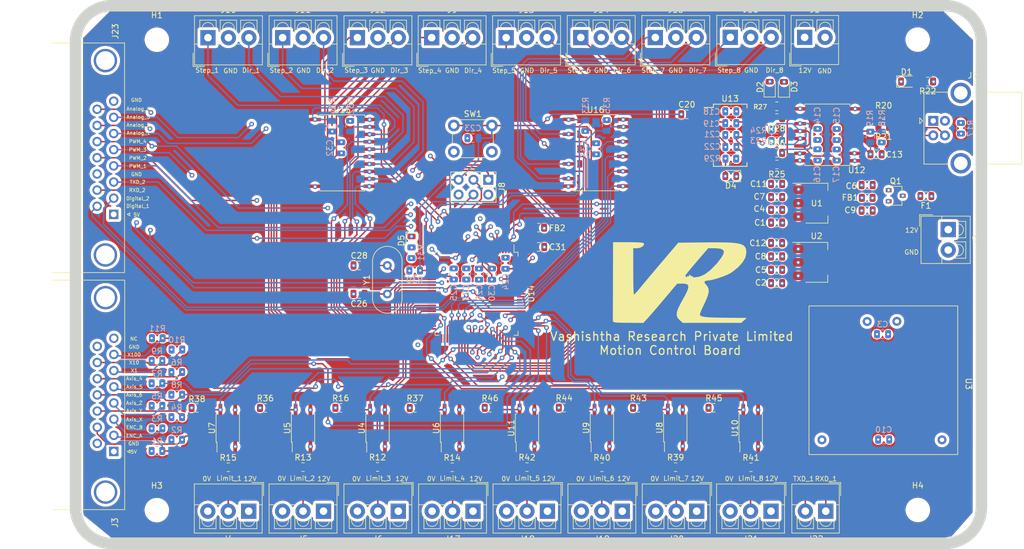
<source format=kicad_pcb>
(kicad_pcb (version 20240108) (generator "pcbnew") (generator_version "8.0")
  (layers (0 "F.Cu" signal) (1 "In1.Cu" power) (2 "In2.Cu" power) (31 "B.Cu" signal) (34 "B.Paste" user) (35 "F.Paste" user) (36 "B.SilkS" user "B.Silkscreen") (37 "F.SilkS" user "F.Silkscreen") (38 "B.Mask" user) (39 "F.Mask" user) (44 "Edge.Cuts" user))
  (net 0 "")
  (net 1 "12V_IN")
  (net 2 "Net-(C6-Pad1)")
  (net 3 "VDD1")
  (net 4 "GND_USB")
  (net 5 "V_USB")
  (net 6 "VDD2")
  (net 7 "Net-(C20-Pad2)")
  (net 8 "3.3V_OUT")
  (net 9 "AREF")
  (net 10 "XTAL_1")
  (net 11 "XTAL_2")
  (net 12 "AVCC")
  (net 13 "Net-(D1-Pad2)")
  (net 14 "Net-(D2-Pad1)")
  (net 15 "Net-(D3-Pad1)")
  (net 16 "Net-(D4-Pad2)")
  (net 17 "Net-(D5-Pad2)")
  (net 18 "12V")
  (net 19 "Net-(F1-Pad2)")
  (net 20 "Limit_SW_1")
  (net 21 "Limit_SW_2")
  (net 22 "Limit_SW_3")
  (net 23 "Net-(J7-Pad2)")
  (net 24 "Net-(J7-Pad3)")
  (net 25 "Net-(J7-Pad5)")
  (net 26 "MISO")
  (net 27 "SCK")
  (net 28 "MOSI")
  (net 29 "STEP_4")
  (net 30 "DIR_4")
  (net 31 "STEP_1")
  (net 32 "DIR_1")
  (net 33 "STEP_2")
  (net 34 "DIR_2")
  (net 35 "STEP_3")
  (net 36 "DIR_3")
  (net 37 "STEP_5")
  (net 38 "DIR_5")
  (net 39 "STEP_6")
  (net 40 "DIR_6")
  (net 41 "STEP_7")
  (net 42 "DIR_7")
  (net 43 "STEP_8")
  (net 44 "DIR_8")
  (net 45 "Limit_SW_5")
  (net 46 "Limit_SW_6")
  (net 47 "Limit_SW_7")
  (net 48 "Limit_SW_8")
  (net 49 "Limit_SW_4")
  (net 50 "uC_limit_3")
  (net 51 "uC_limit_2")
  (net 52 "uC_limit_4")
  (net 53 "uC_limit_1")
  (net 54 "Net-(R12-Pad2)")
  (net 55 "uC_limit_7")
  (net 56 "uC_limit_6")
  (net 57 "uC_limit_8")
  (net 58 "uC_limit_5")
  (net 59 "SPU")
  (net 60 "Net-(R20-Pad1)")
  (net 61 "Net-(R21-Pad1)")
  (net 62 "SPD")
  (net 63 "D+")
  (net 64 "Net-(R25-Pad2)")
  (net 65 "D-")
  (net 66 "Net-(R26-Pad2)")
  (net 67 "/USB_Programmer/TXD_led")
  (net 68 "/USB_Programmer/RXD_led")
  (net 69 "Led")
  (net 70 "1OE_f")
  (net 71 "1OE_s")
  (net 72 "2OE_f")
  (net 73 "2OE_s")
  (net 88 "RXD_1")
  (net 89 "TXD_1")
  (net 90 "PWM_1")
  (net 91 "PWM_2")
  (net 92 "PWM_3")
  (net 96 "PWM_4")
  (net 101 "Digital_2")
  (net 102 "uC_Dir_4")
  (net 103 "uC_Step_4")
  (net 104 "uC_Dir_3")
  (net 105 "uC_Step_3")
  (net 106 "uC_Dir_2")
  (net 107 "uC_Step_2")
  (net 108 "uC_Dir_1")
  (net 109 "uC_Step_1")
  (net 112 "uC_Dir_8")
  (net 113 "uC_Step_8")
  (net 114 "uC_Dir_7")
  (net 115 "uC_Step_7")
  (net 116 "uC_Dir_6")
  (net 117 "uC_Step_6")
  (net 118 "uC_Dir_5")
  (net 119 "uC_Step_5")
  (net 120 "Digital_1")
  (net 121 "Analog_4")
  (net 122 "Analog_3")
  (net 123 "Analog_2")
  (net 124 "Analog_1")
  (net 133 "uC_MPG_ENC_A")
  (net 134 "uC_MPG_IN_X")
  (net 135 "uC_MPG_IN_Z")
  (net 136 "uC_MPG_IN_5")
  (net 137 "uC_MPG_IN_X1")
  (net 138 "uC_MPG_IN_X100")
  (net 139 "uC_MPG_ENC_B")
  (net 140 "uC_MPG_IN_Y")
  (net 141 "uC_MPG_IN_4")
  (net 142 "uC_MPG_IN_6")
  (net 143 "uC_MPG_IN_X10")
  (net 144 "Net-(R13-Pad2)")
  (net 145 "Net-(R14-Pad2)")
  (net 146 "Net-(R15-Pad2)")
  (net 147 "Net-(R39-Pad2)")
  (net 148 "Net-(R40-Pad2)")
  (net 149 "Net-(R41-Pad2)")
  (net 150 "Net-(R42-Pad2)")
  (net 152 "TXD_2")
  (net 153 "RXD_2")
  (net 156 "TXD_0")
  (net 157 "0V_OUT")
  (net 159 "DTR_prg")
  (net 160 "MPG_GND")
  (net 161 "5V_OUT_2")
  (net 162 "5V_OUT_1")
  (net 163 "RXD_0")
  (net 164 "12V_OUT")
  (footprint "Capacitor_SMD:C_0805_2012Metric" (layer "F.Cu") (at 117.893099 109.356987 180)
    (property "Reference" "C26")
    (property "Value" "22pf")
  )
  (footprint "LED_SMD:LED_0805_2012Metric" (layer "F.Cu") (at 211.585799 72.984187)
    (property "Reference" "D1")
    (property "Value" "LED")
  )
  (footprint "TerminalBlock_4Ucon:TerminalBlock_4Ucon_1x03_P3.50mm_Vertical" (layer "F.Cu") (at 124.613899 146.567987 180)
    (property "Reference" "J6")
    (property "Value" "Conn_01x03")
  )
  (footprint "Package_QFP:TQFP-100_14x14mm_P0.5mm" (layer "F.Cu") (at 137.999699 109.331587 -90)
    (property "Reference" "U14")
    (property "Value" "ATmega2560-16AU")
  )
  (footprint "TerminalBlock_4Ucon:TerminalBlock_4Ucon_1x03_P3.50mm_Vertical" (layer "F.Cu") (at 175.667899 146.570187 180)
    (property "Reference" "J20")
    (property "Value" "Conn_01x03")
  )
  (footprint "Capacitor_SMD:C_0805_2012Metric" (layer "F.Cu") (at 173.981299 78.597587)
    (property "Reference" "C20")
    (property "Value" "0.1uf")
  )
  (footprint "MountingHole:MountingHole_3.2mm_M3" (layer "F.Cu") (at 83.288099 146.390187)
    (property "Reference" "H3")
    (property "Value" "MountingHole")
  )
  (footprint "Connector_Dsub:DSUB-15_Female_Horizontal_P2.77x2.84mm_EdgePinOffset7.70mm_Housed_MountingHolesOffset9.12mm" (layer "F.Cu") (at 75.908731 95.7302 -90)
    (property "Reference" "J23")
    (property "Value" "DB15_Female")
  )
  (footprint "Connector_Dsub:DSUB-15_Female_Horizontal_P2.77x2.84mm_EdgePinOffset7.70mm_Housed_MountingHolesOffset9.12mm" (layer "F.Cu") (at 75.934131 136.3448 -90)
    (property "Reference" "J3")
    (property "Value" "DB15_Female")
  )
  (footprint "Package_SO:SO-4_4.4x3.6mm_P2.54mm" (layer "F.Cu") (at 184.911599 132.343987 90)
    (property "Reference" "U10")
    (property "Value" "EL817")
  )
  (footprint "Package_TO_SOT_SMD:SOT-223" (layer "F.Cu") (at 196.216099 93.812187)
    (property "Reference" "U1")
    (property "Value" "LM1117-5.0")
  )
  (footprint "Resistor_SMD:R_0805_2012Metric" (layer "F.Cu") (at 172.061099 139.024187)
    (property "Reference" "R39")
    (property "Value" "1k")
  )
  (footprint "Resistor_SMD:R_0805_2012Metric" (layer "F.Cu") (at 204.854399 92.897787 180)
    (property "Reference" "FB1")
    (property "Value" "FerriteBead_Small")
  )
  (footprint "Resistor_SMD:R_0805_2012Metric" (layer "F.Cu") (at 189.385799 79.232587)
    (property "Reference" "R28")
    (property "Value" "1k")
  )
  (footprint "LED_SMD:LED_0805_2012Metric" (layer "F.Cu") (at 188.164699 73.947087 90)
    (property "Reference" "D2")
    (property "Value" "LED")
  )
  (footprint "Resistor_SMD:R_0805_2012Metric" (layer "F.Cu") (at 101.855499 128.889587)
    (property "Reference" "R36")
    (property "Value" "1k")
  )
  (footprint "Package_SO:SO-4_4.4x3.6mm_P2.54mm" (layer "F.Cu") (at 108.305199 132.343987 90)
    (property "Reference" "U5")
    (property "Value" "EL817")
  )
  (footprint "Capacitor_SMD:C_0805_2012Metric" (layer "F.Cu") (at 189.348299 92.770787 180)
    (property "Reference" "C7")
    (property "Value" "1uf")
  )
  (footprint "Package_SO:SOIC-20W_7.5x12.8mm_P1.27mm" (layer "F.Cu") (at 115.010899 85.201587)
    (property "Reference" "U15")
    (property "Value" "74AHCT244")
  )
  (footprint "Package_SO:SO-4_4.4x3.6mm_P2.54mm" (layer "F.Cu") (at 121.055999 132.344387 90)
    (property "Reference" "U4")
    (property "Value" "EL817")
  )
  (footprint "Capacitor_SMD:C_0805_2012Metric" (layer "F.Cu") (at 148.632099 101.305187)
    (property "Reference" "C31")
    (property "Value" "100nf")
  )
  (footprint "Resistor_SMD:R_0805_2012Metric" (layer "F.Cu") (at 215.2123 72.9742 180)
    (property "Reference" "R22")
    (property "Value" "1k")
  )
  (footprint "Resistor_SMD:R_0805_2012Metric" (layer "F.Cu") (at 108.307099 139.024187)
    (property "Reference" "R13")
    (property "Value" "1k")
  )
  (footprint "Capacitor_SMD:C_0805_2012Metric" (layer "F.Cu") (at 189.348299 102.930787 180)
    (property "Reference" "C8")
    (property "Value" "1uf")
  )
  (footprint "TerminalBlock_4Ucon:TerminalBlock_4Ucon_1x03_P3.50mm_Vertical" (layer "F.Cu") (at 99.010699 146.567987 180)
    (property "Reference" "J4")
    (property "Value" "Conn_01x03")
  )
  (footprint "Capacitor_SMD:C_0805_2012Metric" (layer "F.Cu") (at 189.348299 107.502787 180)
    (property "Reference" "C2")
    (property "Value" "10uf")
  )
  (footprint "TerminalBlock_4Ucon:TerminalBlock_4Ucon_1x03_P3.50mm_Vertical" (layer "F.Cu") (at 162.942499 146.570187 180)
    (property "Reference" "J19")
    (property "Value" "Conn_01x03")
  )
  (footprint "Resistor_SMD:R_0805_2012Metric" (layer "F.Cu") (at 189.383899 85.201587)
    (property "Reference" "R26")
    (property "Value" "24E")
  )
  (footprint "Package_SO:SO-4_4.4x3.6mm_P2.54mm" (layer "F.Cu") (at 172.008399 132.293187 90)
    (property "Reference" "U8")
    (property "Value" "EL817")
  )
  (footprint "LED_SMD:LED_0805_2012Metric" (layer "F.Cu") (at 126.873 100.4547 -90)
    (property "Reference" "D5")
    (property "Value" "LED")
  )
  (footprint "Resistor_SMD:R_0805_2012Metric" (layer "F.Cu") (at 127.484099 128.889587)
    (property "Reference" "R37")
    (property "Value" "1k")
  )
  (footprint "Package_TO_SOT_SMD:SOT-223" (layer "F.Cu") (at 196.191099 103.946787)
    (property "Reference" "U2")
    (property "Value" "LM1117-5.0")
  )
  (footprint "Capacitor_SMD:C_0805_2012Metric" (layer "F.Cu") (at 189.348299 97.139587 180)
    (property "Reference" "C1")
    (property "Value" "10uf")
  )
  (footprint "TerminalBlock_4Ucon:TerminalBlock_4Ucon_1x03_P3.50mm_Vertical" (layer "F.Cu") (at 150.135699 146.570187 180)
    (property "Reference" "J18")
    (property "Value" "Conn_01x03")
  )
  (footprint "LED_SMD:LED_0805_2012Metric" (layer "F.Cu") (at 181.512199 89.163987 180)
    (property "Reference" "D4")
    (property "Value" "LED")
  )
  (footprint "Package_SO:SO-4_4.4x3.6mm_P2.54mm" (layer "F.Cu") (at 133.806799 132.344387 90)
    (property "Reference" "U6")
    (property "Value" "EL817")
  )
  (footprint "Crystal:Crystal_HC49-4H_Vertical" (layer "F.Cu") (at 122.729299 109.368587 90)
    (property "Reference" "Y1")
    (property "Value" "16MHz")
  )
  (footprint "Capacitor_SMD:C_0805_2012Metric" (layer "F.Cu") (at 206.366299 85.430187)
    (property "Reference" "C13")
    (property "Value" "0.1uf")
  )
  (footprint "TerminalBlock_4Ucon:TerminalBlock_4Ucon_1x03_P3.50mm_Vertical" (layer "F.Cu") (at 181.419437 65.414456)
    (property "Reference" "J16")
    (property "Value" "Conn_01x03")
  )
  (footprint "Package_SO:SOIC-16W_7.5x10.3mm_P1.27mm" (layer "F.Cu") (at 198.019899 82.102787 180)
    (property "Reference" "U12")
    (property "Value" "ADUM4160")
  )
  (footprint "Resistor_SMD:R_0805_2012Metric" (layer "F.Cu") (at 189.396937 87.182256)
    (property "Reference" "R25")
    (property "Value" "24E")
  )
  (footprint "Resistor_SMD:R_0805_2012Metric" (layer "F.Cu") (at 184.964299 139.049587)
    (property "Reference" "R41")
    (property "Value" "1k")
  )
  (footprint "Resistor_SMD:R_0805_2012Metric" (layer "F.Cu") (at 90.147999 128.889587)
    (property "Reference" "R38")
    (property "Value" "1k")
  )
  (footprint "LOGO" (layer "F.Cu") (at 172.593 107.061)
    (property "Reference" "G***")
    (property "Value" "LOGO" (hide yes))
  )
  (footprint "TerminalBlock_4Ucon:TerminalBlock_4Ucon_1x03_P3.50mm_Vertical" (layer "F.Cu") (at 92.042037 65.467456)
    (property "Reference" "J10")
    (property "Value" "Conn_01x03")
  )
  (footprint "Resistor_SMD:R_0805_2012Metric" (layer "F.Cu") (at 114.758699 128.864187)
    (property "Reference" "R16")
    (property "Value" "1k")
  )
  (footprint "Resistor_SMD:R_0805_2012Metric" (layer "F.Cu") (at 189.385799 77.225987)
    (property "Reference" "R27")
    (property "Value" "1k")
  )
  (footprint "LED_SMD:LED_0805_2012Metric" (layer "F.Cu") (at 190.603099 73.972487 90)
    (property "Reference" "D3")
    (property "Value" "LED")
  )
  (footprint "TerminalBlock_4Ucon:TerminalBlock_4Ucon_1x03_P3.50mm_Vertical" (layer "F.Cu") (at 143.065437 65.465256)
    (property "Reference" "J13")
    (property "Value" "Conn_01x03")
  )
  (footprint "TerminalBlock_4Ucon:TerminalBlock_4Ucon_1x03_P3.50mm_Vertical" (layer "F.Cu") (at 111.812299 146.567987 180)
    (property "Reference" "J5")
    (property "Value" "Conn_01x03")
  )
  (footprint "Resistor_SMD:R_0805_2012Metric" (layer "F.Cu") (at 152.994937 128.838256)
    (property "Reference" "R44")
    (property "Value" "1k")
  )
  (footprint "Connector_USB:USB_B_OST_USB-B1HSxx_Horizontal" (layer "F.Cu") (at 216.156599 79.709787)
    (property "Reference" "J7")
    (property "Value" "USB_B")
  )
  (footprint "Resistor_SMD:R_0805_2012Metric" (layer "F.Cu") (at 121.057899 138.998787)
    (property "Reference" "R12")
    (property "Value" "1k")
  )
  (footprint "Package_SO:SOIC-20W_7.5x12.8mm_P1.27mm" (layer "F.Cu") (at 158.394099 85.176187)
    (property "Reference" "U16")
    (property "Value" "74AHCT244")
  )
  (footprint "Resistor_SMD:R_0805_2012Metric" (layer "F.Cu") (at 140.311099 128.864187)
    (property "Reference" "R46")
    (property "Value" "1k")
  )
  (footprint "Resistor_SMD:R_0805_2012Metric" (layer "F.Cu") (at 178.612399 128.864187)
    (property "Reference" "R45")
    (property "Value" "1k")
  )
  (footprint "Capacitor_SMD:C_0805_2012Metric" (layer "F.Cu") (at 189.348299 90.510187 180)
    (property "Reference" "C11")
    (property "Value" "100nf")
  )
  (footprint "Capacitor_SMD:C_0805_2012Metric" (layer "F.Cu") (at 117.898099 104.480187 180)
    (property "Reference" "C28")
    (property "Value" "22pf")
  )
  (footprint "Capacitor_SMD:C_0805_2012Metric" (layer "F.Cu") (at 189.348299 94.955187 180)
    (property "Reference" "C4")
    (property "Value" "100nf")
  )
  (footprint "Resistor_SMD:R_0805_2012Metric" (layer "F.Cu") (at 207.673799 78.749987)
    (property "Reference" "R20")
    (property "Value" "24E")
  )
  (footprint "TerminalBlock_4Ucon:TerminalBlock_4Ucon_1x02_P3.50mm_Vertical" (layer "F.Cu") (at 218.720899 98.338587 -90)
    (property "Reference" "J2")
    (property "Value" "Conn_01x02")
  )
  (footprint "Fuse:Fuse_0805_2012Metric" (layer "F.Cu") (at 214.887799 92.592987 180)
    (property "Reference" "F1")
    (property "Value" "Polyfuse_Small")
  )
  (footprint "TerminalBlock_4Ucon:TerminalBlock_4Ucon_1x02_P3.50mm_Vertical" (layer "F.Cu") (at 194.144837 65.414456)
    (property "Reference" "J1")
    (property "Value" "Conn_01x02")
  )
  (footprint "Connector_PinHeader_2.54mm:PinHeader_2x03_P2.54mm_Vertical" (layer "F.Cu") (at 140.006299 89.798987 -90)
    (property "Reference" "J8")
    (property "Value" "AVR-ISP-6")
  )
  (footprint "TerminalBlock_4Ucon:TerminalBlock_4Ucon_1x03_P3.50mm_Vertical" (layer "F.Cu") (at 137.395299 146.570187 180)
    (property "Reference" "J17")
    (property "Value" "Conn_01x03")
  )
  (footprint "Capacitor_SMD:C_0805_2012Metric" (layer "F.Cu") (at 189.343299 100.644787 180)
    (property "Reference" "C12")
    (property "Value" "100nf")
  )
  (footprint "Resistor_SMD:R_0805_2012Metric" (layer "F.Cu") (at 148.644199 98.003187 180)
    (property "Reference" "FB2")
    (property "Value" "Ferrite_Bead_Small")
  )
  (footprint "Package_SO:SO-4_4.4x3.6mm_P2.54mm" (layer "F.Cu") (at 95.427399 132.343587 90)
    (property "Reference" "U7")
    (property "Value" "EL817")
  )
  (footprint "Resistor_SMD:R_0805_2012Metric" (layer "F.Cu") (at 133.834099 139.049587)
    (property "Reference" "R14")
    (property "Value" "1k")
  )
  (footprint "TerminalBlock_4Ucon:TerminalBlock_4Ucon_1x03_P3.50mm_Vertical" (layer "F.Cu") (at 130.325037 65.465256)
    (property "Reference" "J9")
    (property "Value" "Conn_01x03")
  )
  (footprint "Resistor_SMD:R_0805_2012Metric" (layer "F.Cu") (at 159.462699 139.049587)
    (property "Reference" "R40")
    (property "Value" "1k")
  )
  (footprint "Resistor_SMD:R_0805_2012Metric" (layer "F.Cu") (at 207.673799 80.731187)
    (property "Reference" "R21")
    (property "Value" "24E")
  )
  (footprint "Capacitor_SMD:C_0805_2012Metric" (layer "F.Cu") (at 189.348299 105.216787 180)
    (property "Reference" "C5")
    (property "Value" "100nf")
  )
  (footprint "Package_SO:SSOP-28_5.3x10.2mm_P0.65mm" (layer "F.Cu") (at 181.408299 82.178987)
    (property "Reference" "U13")
    (property "Value" "FT232RL")
  )
  (footprint "Resistor_SMD:R_0805_2012Metric" (layer "F.Cu") (at 95.505499 139.049587)
    (property "Reference" "R15")
    (property "Value" "1k")
  )
  (footprint "Resistor_SMD:R_0805_2012Metric" (layer "F.Cu") (at 165.698737 128.863656)
    (property "Reference" "R43")
    (property "Value" "1k")
  )
  (footprint "TerminalBlock_4Ucon:TerminalBlock_4Ucon_1x03_P3.50mm_Vertical" (layer "F.Cu") (at 155.835699 65.439856)
    (property "Reference" "J14")
    (property "Value" "Conn_01x03")
  )
  (footprint "TerminalBlock_4Ucon:TerminalBlock_4Ucon_1x03_P3.50mm_Vertical" (layer "F.Cu") (at 188.393299 146.567987 180)
    (property "Reference" "J21")
    (property "Value" "Conn_01x03")
  )
  (footprint "Capacitor_SMD:C_0805_2012Metric" (layer "F.Cu") (at 204.842299 90.713387)
    (property "Reference" "C6")
    (property "Value" "10nf")
  )
  (footprint "Package_TO_SOT_SMD:SOT-23W" (layer "F.Cu") (at 209.729299 92.542187)
    (property "Reference" "Q1")
    (property "Value" "Q_PMOS_GSD")
  )
  (footprint "Capacitor_SMD:C_0805_2012Metric" (layer "F.Cu") (at 204.842299 95.082187)
    (property "Reference" "C9")
    (property "Value" "10nf")
  )
  (footprint "TerminalBlock_4Ucon:TerminalBlock_4Ucon_1x03_P3.50mm_Vertical" (layer "F.Cu") (at 117.619837 65.467456)
    (property "Reference" "J12")
    (property "Value" "Conn_01x03")
  )
  (footprint "Package_SO:SO-4_4.4x3.6mm_P2.54mm" (layer "F.Cu") (at 146.633799 132.318587 90)
    (property "Reference" "U11")
    (property "Value" "EL817")
  )
  (footprint "MountingHole:MountingHole_3.2mm_M3" (layer "F.Cu") (at 83.288099 65.821387)
    (property "Reference" "H1")
    (property "Value" "MountingHole")
  )
  (footprint "TerminalBlock_4Ucon:TerminalBlock_4Ucon_1x02_P3.50mm_Vertical" (layer "F.Cu") (at 197.760699 146.567987 180)
    (property "Reference" "J22")
    (property "Value" "Screw_Terminal_01x02")
  )
  (footprint "Button_Switch_THT:SW_PUSH_6mm" (layer "F.Cu") (at 134.114699 80.513187)
    (property "Reference" "SW1")
    (property "Value" "SW_Push")
  )
  (footprint "TerminalBlock_4Ucon:TerminalBlock_4Ucon_1x03_P3.50mm_Vertical" (layer "F.Cu") (at 104.818237 65.465256)
    (property "Reference" "J11")
    (property "Value" "Conn_01x03")
  )
  (footprint "MountingHole:MountingHole_3.2mm_M3" (layer "F.Cu") (at 213.488499 65.795987)
    (property "Reference" "H2")
    (property "Value" "MountingHole")
  )
  (footprint "Hi-Link:HLK-5D1212" (layer "F.Cu") (at 207.392499 124.241387 -90)
    (property "Reference" "U3")
    (property "Value" "HLK-5D1212")
  )
  (footprint "TerminalBlock_4Ucon:TerminalBlock_4Ucon_1x03_P3.50mm_Vertical" (layer "F.Cu") (at 168.597637 65.439856)
    (property "Reference" "J15")
    (property "Value" "Conn_01x03")
  )
  (footprint "MountingHole:MountingHole_3.2mm_M3" (layer "F.Cu") (at 213.513899 146.364787)
    (property "Reference" "H4")
    (property "Value" "MountingHole")
  )
  (footprint "Package_SO:SO-4_4.4x3.6mm_P2.54mm" (layer "F.Cu") (at 159.460799 132.318587 90)
    (property "Reference" "U9")
    (property "Value" "EL817")
  )
  (footprint "Resistor_SMD:R_0805_2012Metric" (layer "F.Cu") (at 146.635699 139.024187)
    (property "Reference" "R42")
    (property "Value" "1k")
  )
  (footprint "Resistor_SMD:R_0805_2012Metric" (layer "B.Cu") (at 86.691699 130.464387 180)
    (property "Reference" "R4")
    (property "Value" "10K")
  )
  (footprint "Capacitor_SMD:C_0805_2012Metric" (layer "B.Cu") (at 207.671899 134.299787 180)
    (property "Reference" "C10")
    (property "Value" "100uf")
  )
  (footprint "Resistor_SMD:R_0805_2012Metric" (layer "B.Cu") (at 83.317299 124.673187 180)
    (property "Reference" "R7")
    (property "Value" "10K")
  )
  (footprint "Capacitor_SMD:C_0805_2012Metric" (layer "B.Cu") (at 136.247099 105.938187 -90)
    (property "Reference" "C27")
    (property "Value" "100nf")
  )
  (footprint "Capacitor_SMD:C_0805_2012Metric" (layer "B.Cu") (at 199.620099 85.567387 90)
    (property "Reference" "C17")
    (property "Value" "0.1uf")
  )
  (footprint "Resistor_SMD:R_0805_2012Metric" (layer "B.Cu") (at 220.879899 80.983287 90)
    (property "Reference" "R17")
    (property "Value" "0R")
  )
  (footprint "Capacitor_SMD:C_0805_2012Metric" (layer "B.Cu") (at 142.952699 104.109387 90)
    (property "Reference" "C24")
    (property "Value" "100nf")
  )
  (footprint "Capacitor_SMD:C_0805_2012Metric" (layer "B.Cu") (at 196.343499 85.541987 90)
    (property "Reference" "C16")
    (property "Value" "0.1uf")
  )
  (footprint "Resistor_SMD:R_0805_2012Metric" (layer "B.Cu") (at 83.317299 120.812387 180)
    (property "Reference" "R9")
    (property "Value" "10K")
  )
  (footprint "Capacitor_SMD:C_0805_2012Metric" (layer "B.Cu") (at 181.511799 82.153587)
    (property "Reference" "C21")
    (property "Value" "0.1uf")
  )
  (footprint "Resistor_SMD:R_0805_2012Metric" (layer "B.Cu") (at 126.873 102.3131 90)
    (property "Reference" "R31")
    (property "Value" "1k")
  )
  (footprint "Capacitor_SMD:C_0805_2012Metric" (layer "B.Cu") (at 181.521037 84.185056)
    (property "Reference" "C22")
    (property "Value" "0.1uf")
  )
  (footprint "Capacitor_SMD:C_0805_2012Metric" (layer "B.Cu") (at 138.431499 105.963587 -90)
    (property "Reference" "C29")
    (property "Value" "100nf")
  )
  (footprint "Capacitor_SMD:C_0805_2012Metric" (layer "B.Cu") (at 134.088099 105.938187 -90)
    (property "Reference" "C25")
    (property "Value" "100nf")
  )
  (footprint "Capacitor_SMD:C_0805_2012Metric" (layer "B.Cu") (at 181.506799 80.121587 180)
    (property "Reference" "C19")
    (property "Value" "0.1uf")
  )
  (footprint "Resistor_SMD:R_0805_2012Metric" (layer "B.Cu") (at 86.691699 134.325187 180)
    (property "Reference" "R2")
    (property "Value" "10K")
  )
  (footprint "Capacitor_SMD:C_0805_2012Metric" (layer "B.Cu") (at 140.615899 105.963587 -90)
    (property "Reference" "C30")
    (property "Value" "100nf")
  )
  (footprint "Resistor_SMD:R_0805_2012Metric" (layer "B.Cu") (at 83.368099 116.951587 180)
    (property "Reference" "R11")
    (property "Value" "10K")
  )
  (footprint "Resistor_SMD:R_0805_2012Metric" (layer "B.Cu") (at 160.250099 80.504487 -90)
    (property "Reference" "R35")
    (property "Value" "10k")
  )
  (footprint "Resistor_SMD:R_0805_2012Metric" (layer "B.Cu") (at 116.358899 80.627687 -90)
    (property "Reference" "R34")
    (property "Value" "10k")
  )
  (footprint "Resistor_SMD:R_0805_2012Metric" (layer "B.Cu") (at 189.380099 83.169587 180)
    (property "Reference" "R24")
    (property "Value" "0R")
  )
  (footprint "Resistor_SMD:R_0805_2012Metric" (layer "B.Cu") (at 83.313499 136.255587 180)
    (property "Reference" "R1")
    (property "Value" "10K")
  )
  (footprint "Resistor_SMD:R_0805_2012Metric" (layer "B.Cu") (at 156.617899 80.526087 90)
    (property "Reference" "R33")
    (property "Value" "10k")
  )
  (footprint "Capacitor_SMD:C_0805_2012Metric" (layer "B.Cu") (at 137.379899 82.661587 180)
    (property "Reference" "C23")
    (property "Value" "22pf")
  )
  (footprint "Resistor_SMD:R_0805_2012Metric" (layer "B.Cu") (at 189.381999 81.213787)
    (property "Reference" "R23")
    (property "Value" "0R")
  )
  (footprint "Resistor_SMD:R_0805_2012Metric" (layer "B.Cu") (at 86.722799 118.881987 180)
    (property "Reference" "R10")
    (property "Value" "10K")
  )
  (footprint "Capacitor_SMD:C_0805_2012Metric" (layer "B.Cu") (at 114.834899 84.337987 -90)
    (property "Reference" "C32")
    (property "Value" "100nf")
  )
  (footprint "Resistor_SMD:R_0805_2012Metric" (layer "B.Cu") (at 86.693599 126.603587 180)
    (property "Reference" "R8")
    (property "Value" "10K")
  )
  (footprint "Capacitor_SMD:C_0805_2012Metric" (layer "B.Cu") (at 158.472099 84.490387 -90)
    (property "Reference" "C33")
    (property "Value" "100nf")
  )
  (footprint "Resistor_SMD:R_0805_2012Metric" (layer "B.Cu") (at 113.260099 80.627687 90)
    (property "Reference" "R32")
    (property "Value" "10k")
  )
  (footprint "Resistor_SMD:R_0805_2012Metric" (layer "B.Cu") (at 83.317299 128.533987 180)
    (property "Reference" "R5")
    (property "Value" "10K")
  )
  (footprint "Resistor_SMD:R_0805_2012Metric" (layer "B.Cu") (at 127.409799 105.343787)
    (property "Reference" "R30")
    (property "Value" "10k")
  )
  (footprint "Capacitor_SMD:C_0805_2012Metric" (layer "B.Cu") (at 196.343499 82.041787 -90)
    (property "Reference" "C14")
    (property "Value" "0.1uf")
  )
  (footprint "Resistor_SMD:R_0805_2012Metric" (layer "B.Cu") (at 86.693599 122.742787 180)
    (property "Reference" "R6")
    (property "Value" "10K")
  )
  (footprint "Resistor_SMD:R_0805_2012Metric" (layer "B.Cu") (at 181.509899 86.192187 180)
    (property "Reference" "R29")
    (property "Value" "1k")
  )
  (footprint "Resistor_SMD:R_0805_2012Metric" (layer "B.Cu") (at 83.313499 132.394787 180)
    (property "Reference" "R3")
    (property "Value" "10K")
  )
  (footprint "Resistor_SMD:R_0805_2012Metric" (layer "B.Cu") (at 205.385899 82.481887 90)
    (property "Reference" "R18")
    (property "Value" "0R")
  )
  (footprint "Capacitor_SMD:C_0805_2012Metric" (layer "B.Cu") (at 207.4774 116.2558 180)
    (property "Reference" "C3")
    (property "Value" "47uf")
  )
  (footprint "Capacitor_SMD:C_0805_2012Metric" (layer "B.Cu") (at 199.620099 82.062187 -90)
    (property "Reference" "C15")
    (property "Value" "10uf")
  )
  (footprint "Resistor_SMD:R_0805_2012Metric" (layer "B.Cu") (at 207.334303 82.485687 -90)
    (property "Reference" "R19")
    (property "Value" "0R")
  )
  (footprint "Capacitor_SMD:C_0805_2012Metric" (layer "B.Cu") (at 181.511799 78.089587 180)
    (property "Reference" "C18")
    (property "Value" "10uf")
  )
  (gr_poly (pts (xy 75.508153 59.9948) (xy 218.2622 59.9948) (xy 218.578213 60.002879) (xy 218.890077 60.026857) (xy 219.197407 60.066343) (xy 219.499816 60.120948) (xy 219.79692 60.19028) (xy 220.088331 60.273951) (xy 220.373665 60.371569) (xy 220.652535 60.482746) (xy 220.924556 60.607089) (xy 221.189342 60.744211) (xy 221.446506 60.893719) (xy 221.695663 61.055225) (xy 221.936428 61.228338) (xy 222.168414 61.412667) (xy 222.391235 61.607824) (xy 222.604506 61.813417) (xy 222.807841 62.029057) (xy 223.000854 62.254353) (xy 223.183159 62.488915) (xy 223.35437 62.732353) (xy 223.514101 62.984278) (xy 223.661968 63.244298) (xy 223.797582 63.512024) (xy 223.92056 63.787066) (xy 224.030515 64.069033) (xy 224.127061 64.357536) (xy 224.209813 64.652183) (xy 224.278383 64.952586) (xy 224.332388 65.258354) (xy 224.37144 65.569096) (xy 224.395155 65.884423) (xy 224.403145 66.203945) (xy 224.403145 145.866062) (xy 224.395155 146.185585) (xy 224.37144 146.500913) (xy 224.332388 146.811657) (xy 224.278383 147.117425) (xy 224.209813 147.417829) (xy 224.127061 147.712477) (xy 224.030515 148.00098) (xy 223.92056 148.282948) (xy 223.797582 148.55799) (xy 223.661968 148.825717) (xy 223.514101 149.085737) (xy 223.35437 149.337662) (xy 223.183159 149.581101) (xy 223.000854 149.815663) (xy 222.807841 150.040959) (xy 222.604506 150.256599) (xy 222.391235 150.462192) (xy 222.168414 150.657349) (xy 221.936428 150.841678) (xy 221.695663 151.014791) (xy 221.446506 151.176296) (xy 221.189342 151.325805) (xy 220.924556 151.462926) (xy 220.652535 151.587269) (xy 220.373665 151.698445) (xy 220.088331 151.796064) (xy 219.79692 151.879734) (xy 219.499816 151.949066) (xy 219.197407 152.003671) (xy 218.890077 152.043157) (xy 218.578213 152.067135) (xy 218.2622 152.075214) (xy 75.508153 152.075214) (xy 75.19214 152.067135) (xy 74.880276 152.043157) (xy 74.572947 152.003671) (xy 74.270537 151.949066) (xy 73.973434 151.879734) (xy 73.682023 151.796064) (xy 73.396689 151.698445) (xy 73.117819 151.587269) (xy 72.845798 151.462926) (xy 72.581012 151.325805) (xy 72.323848 151.176296) (xy 72.07469 151.014791) (xy 71.833926 150.841678) (xy 71.60194 150.657349) (xy 71.379118 150.462192) (xy 71.165847 150.256599) (xy 70.962512 150.040959) (xy 70.769499 149.815663) (xy 70.587194 149.581101) (xy 70.415982 149.337662) (xy 70.256251 149.085737) (xy 70.108384 148.825717) (xy 69.972769 148.55799) (xy 69.849791 148.282948) (xy 69.739836 148.00098) (xy 69.64329 147.712477) (xy 69.560538 147.417829) (xy 69.491967 147.117425) (xy 69.437963 146.811657) (xy 69.39891 146.500913) (xy 69.375196 146.185585) (xy 69.367205 145.866062) (xy 69.367205 66.203945) (xy 69.375196 65.884423) (xy 69.39891 65.569096) (xy 69.437963 65.258354) (xy 69.491967 64.952586) (xy 69.560538 64.652183) (xy 69.64329 64.357536) (xy 69.739836 64.069033) (xy 69.849791 63.787066) (xy 69.972769 63.512024) (xy 70.108384 63.244298) (xy 70.256251 62.984278) (xy 70.415982 62.732353) (xy 70.587194 62.488915) (xy 70.769499 62.254353) (xy 70.962512 62.029057) (xy 71.165847 61.813417) (xy 71.379118 61.607824) (xy 71.60194 61.412667) (xy 71.833926 61.228338) (xy 72.07469 61.055225) (xy 72.323848 60.893719) (xy 72.581012 60.744211) (xy 72.845798 60.607089) (xy 73.117819 60.482746) (xy 73.396689 60.371569) (xy 73.682023 60.273951) (xy 73.973434 60.19028) (xy 74.270537 60.120948) (xy 74.572947 60.066343) (xy 74.880276 60.026857) (xy 75.19214 60.002879) (xy 75.508153 59.9948)) (stroke (width 1.964069)) (fill none) (layer "Edge.Cuts"))
  (gr_text "NC" (at 79.3496 117.0432 0) (layer "F.SilkS") (effects (font (size 0.6 0.6) (thickness 0.1))))
  (gr_text "Dir_2" (at 112.0648 71.0692 0) (layer "F.SilkS") (effects (font (size 0.8 0.8) (thickness 0.12))))
  (gr_text "PWM_1\n\n" (at 80.0354 87.9602 0) (layer "F.SilkS") (effects (font (size 0.6 0.6) (thickness 0.1))))
  (gr_text "0V" (at 168.5036 141.0208 0) (layer "F.SilkS") (effects (font (size 0.8 0.8) (thickness 0.12))))
  (gr_text "Dir_1" (at 99.4156 71.0692 0) (layer "F.SilkS") (effects (font (size 0.8 0.8) (thickness 0.12))))
  (gr_text "12V" (at 175.7934 140.9954 0) (layer "F.SilkS") (effects (font (size 0.8 0.8) (thickness 0.12))))
  (gr_text "ENC_B" (at 79.4512 132.207 0) (layer "F.SilkS") (effects (font (size 0.6 0.6) (thickness 0.1))))
  (gr_text "0V" (at 91.8464 141.0208 0) (layer "F.SilkS") (effects (font (size 0.8 0.8) (thickness 0.12))))
  (gr_text "GND" (at 121.1072 71.0946 0) (layer "F.SilkS") (effects (font (size 0.8 0.8) (thickness 0.12))))
  (gr_text "Digital_2" (at 80.0354 93.0148 0) (layer "F.SilkS") (effects (font (size 0.6 0.6) (thickness 0.1))))
  (gr_text "12V" (at 150.368 140.9954 0) (layer "F.SilkS") (effects (font (size 0.8 0.8) (thickness 0.12))))
  (gr_text "Axis_6\n" (at 79.4258 126.6444 0) (layer "F.SilkS") (effects (font (size 0.6 0.6) (thickness 0.1))))
  (gr_text "RXD_2" (at 79.9338 91.5924 0) (layer "F.SilkS") (effects (font (size 0.6 0.6) (thickness 0.1))))
  (gr_text "TXD_1" (at 193.9544 141.0208 0) (layer "F.SilkS") (effects (font (size 0.8 0.8) (thickness 0.12))))
  (gr_text "PWM_4\n\n" (at 80.01 83.7184 0) (layer "F.SilkS") (effects (font (size 0.6 0.6) (thickness 0.1))))
  (gr_text "Dir_4" (at 137.414 71.0946 0) (layer "F.SilkS") (effects (font (size 0.8 0.8) (thickness 0.12))))
  (gr_text "X100\n" (at 79.4004 119.761 0) (layer "F.SilkS") (effects (font (size 0.6 0.6) (thickness 0.1))))
  (gr_text "Digital_1\n" (at 80.0354 94.3102 0) (layer "F.SilkS") (effects (font (size 0.6 0.6) (thickness 0.1))))
  (gr_text "12V" (at 163.195 140.9954 0) (layer "F.SilkS") (effects (font (size 0.8 0.8) (thickness 0.12))))
  (gr_text "Step_3" (at 117.3988 71.0438 0) (layer "F.SilkS") (effects (font (size 0.8 0.8) (thickness 0.12))))
  (gr_text "GND" (at 133.8326 71.0946 0) (layer "F.SilkS") (effects (font (size 0.8 0.8) (thickness 0.12))))
  (gr_text "Analog_4\n\n" (at 80.1116 78.1304 0) (layer "F.SilkS") (effects (font (size 0.6 0.6) (thickness 0.1))))
  (gr_text "Step_6" (at 155.575 71.0692 0) (layer "F.SilkS") (effects (font (size 0.8 0.8) (thickness 0.12))))
  (gr_text "Analog_2\n\n" (at 80.1116 80.899 0) (layer "F.SilkS") (effects (font (size 0.6 0.6) (thickness 0.1))))
  (gr_text "Step_8" (at 181.229 71.0438 0) (layer "F.SilkS") (effects (font (size 0.8 0.8) (thickness 0.12))))
  (gr_text "ENC_A" (at 79.4004 133.6548 0) (layer "F.SilkS") (effects (font (size 0.6 0.6) (thickness 0.1))))
  (gr_text "Step_5" (at 142.6972 71.0946 0) (layer "F.SilkS") (effects (font (size 0.8 0.8) (thickness 0.12))))
  (gr_text "0V" (at 155.7782 141.0462 0) (layer "F.SilkS") (effects (font (size 0.8 0.8) (thickness 0.12))))
  (gr_text "0V" (at 117.4496 141.0462 0) (layer "F.SilkS") (effects (font (size 0.8 0.8) (thickness 0.12))))
  (gr_text "5V" (at 79.8322 95.7834 0) (layer "F.SilkS") (effects (font (size 0.6 0.6) (thickness 0.1))))
  (gr_text "GND" (at 79.8068 88.8746 0) (layer "F.SilkS") (effects (font (size 0.6 0.6) (thickness 0.1))))
  (gr_text "Step_4" (at 129.9972 71.0946 0) (layer "F.SilkS") (effects (font (size 0.8 0.8) (thickness 0.12))))
  (gr_text "RXD_1" (at 197.7898 141.0208 0) (layer "F.SilkS") (effects (font (size 0.8 0.8) (thickness 0.12))))
  (gr_text "12V" (at 194.2084 71.0692 0) (layer "F.SilkS") (effects (font (size 0.8 0.8) (thickness 0.12))))
  (gr_text "Vashishtha Research Private Limited" (at 171.3992 116.6368 0) (layer "F.SilkS") (effects (font (size 1.5 1.5) (thickness 0.2))))
  (gr_text "Limit_6\n\n\n" (at 159.4358 142.24 0) (layer "F.SilkS") (effects (font (size 0.8 0.8) (thickness 0.12))))
  (gr_text "Limit_5\n\n\n" (at 146.685 142.2146 0) (layer "F.SilkS") (effects (font (size 0.8 0.8) (thickness 0.12))))
  (gr_text "GND" (at 172.085 71.0692 0) (layer "F.SilkS") (effects (font (size 0.8 0.8) (thickness 0.12))))
  (gr_text "GND" (at 95.9104 71.1454 0) (layer "F.SilkS") (effects (font (size 0.8 0.8) (thickness 0.12))))
  (gr_text "Step_2" (at 104.5972 71.0692 0) (layer "F.SilkS") (effects (font (size 0.8 0.8) (thickness 0.12))))
  (gr_text "12V" (at 188.4934 140.97 0) (layer "F.SilkS") (effects (font (size 0.8 0.8) (thickness 0.12))))
  (gr_text "GND" (at 146.6342 71.0946 0) (layer "F.SilkS") (effects (font (size 0.8 0.8) (thickness 0.12))))
  (gr_text "0V" (at 104.6734 140.9954 0) (layer "F.SilkS") (effects (font (size 0.8 0.8) (thickness 0.12))))
  (gr_text "Motion Control Board" (at 171.1452 119.0244 0) (layer "F.SilkS") (effects (font (size 1.5 1.5) (thickness 0.2))))
  (gr_text "12V" (at 212.471 98.4504 0) (layer "F.SilkS") (effects (font (size 0.8 0.8) (thickness 0.12))))
  (gr_text "GND" (at 159.3342 71.0692 0) (layer "F.SilkS") (effects (font (size 0.8 0.8) (thickness 0.12))))
  (gr_text "Dir_8" (at 189.0014 71.0438 0) (layer "F.SilkS") (effects (font (size 0.8 0.8) (thickness 0.12))))
  (gr_text "Limit_1" (at 95.6564 140.9446 0) (layer "F.SilkS") (effects (font (size 0.8 0.8) (thickness 0.12))))
  (gr_text "GND" (at 79.4004 118.4402 0) (layer "F.SilkS") (effects (font (size 0.6 0.6) (thickness 0.1))))
  (gr_text "Analog_1\n\n" (at 80.137 82.2706 0) (layer "F.SilkS") (effects (font (size 0.6 0.6) (thickness 0.1))))
  (gr_text "Limit_4\n\n\n" (at 133.858 142.24 0) (layer "F.SilkS") (effects (font (size 0.8 0.8) (thickness 0.12))))
  (gr_text "GND" (at 79.8068 76.1492 0) (layer "F.SilkS") (effects (font (size 0.6 0.6) (thickness 0.1))))
  (gr_text "Step_7" (at 168.2242 71.0692 0) (layer "F.SilkS") (effects (font (size 0.8 0.8) (thickness 0.12))))
  (gr_text "12V" (at 125.222 141.0208 0) (layer "F.SilkS") (effects (font (size 0.8 0.8) (thickness 0.12))))
  (gr_text "Axis_Z" (at 79.4258 128.0414 0) (layer "F.SilkS") (effects (font (size 0.6 0.6) (thickness 0.1))))
  (gr_text "12V" (at 111.887 141.0208 0) (layer "F.SilkS") (effects (font (size 0.8 0.8) (thickness 0.12))))
  (gr_text "5V" (at 79.3242 136.398 0) (layer "F.SilkS") (effects (font (size 0.6 0.6) (thickness 0.1))))
  (gr_text "Limit_8\n\n\n" (at 184.9374 142.24 0) (layer "F.SilkS") (effects (font (size 0.8 0.8) (thickness 0.12))))
  (gr_text "0V" (at 143.002 141.0208 0) (layer "F.SilkS") (effects (font (size 0.8 0.8) (thickness 0.12))))
  (gr_text "12V" (at 99.2632 141.0208 0) (layer "F.SilkS") (effects (font (size 0.8 0.8) (thickness 0.12))))
  (gr_text "PWM_2\n\n" (at 80.0354 86.5632 0) (layer "F.SilkS") (effects (font (size 0.6 0.6) (thickness 0.1))))
  (gr_text "GND" (at 108.4072 71.0946 0) (layer "F.SilkS") (effects (font (size 0.8 0.8) (thickness 0.12))))
  (gr_text "Axis_5\n\n" (at 79.4512 125.7554 0) (layer "F.SilkS") (effects (font (size 0.6 0.6) (thickness 0.1))))
  (gr_text "Axis_4\n" (at 79.4258 123.8504 0) (layer "F.SilkS") (effects (font (size 0.6 0.6) (thickness 0.1))))
  (gr_text "GND" (at 79.3242 135.001 0) (layer "F.SilkS") (effects (font (size 0.6 0.6) (thickness 0.1))))
  (gr_text "TXD_2" (at 79.9846 90.1954 0) (layer "F.SilkS") (effects (font (size 0.6 0.6) (thickness 0.1))))
  (gr_text "12V" (at 137.8966 141.0208 0) (layer "F.SilkS") (effects (font (size 0.8 0.8) (thickness 0.12))))
  (gr_text "Step_1" (at 91.8972 71.0438 0) (layer "F.SilkS") (effects (font (size 0.8 0.8) (thickness 0.12))))
  (gr_text "Limit_7\n\n\n" (at 172.1358 142.24 0) (layer "F.SilkS") (effects (font (size 0.8 0.8) (thickness 0.12))))
  (gr_text "Analog_3\n\n" (at 80.1116 79.5528 0) (layer "F.SilkS") (effects (font (size 0.6 0.6) (thickness 0.1))))
  (gr_text "Dir_5" (at 150.3426 71.0946 0) (layer "F.SilkS") (effects (font (size 0.8 0.8) (thickness 0.12))))
  (gr_text "Dir_3" (at 124.7902 71.0692 0) (layer "F.SilkS") (effects (font (size 0.8 0.8) (thickness 0.12))))
  (gr_text "Dir_6" (at 162.941 71.0692 0) (layer "F.SilkS") (effects (font (size 0.8 0.8) (thickness 0.12))))
  (gr_text "Axis_Y" (at 79.4258 129.3622 0) (layer "F.SilkS") (effects (font (size 0.6 0.6) (thickness 0.1))))
  (gr_text "0V" (at 181.229 141.0208 0) (layer "F.SilkS") (effects (font (size 0.8 0.8) (thickness 0.12))))
  (gr_text "Limit_2\n" (at 108.1786 140.9446 0) (layer "F.SilkS") (effects (font (size 0.8 0.8) (thickness 0.12))))
  (gr_text "Axis_X" (at 79.4258 130.8608 0) (layer "F.SilkS") (effects (font (size 0.6 0.6) (thickness 0.1))))
  (gr_text "GND" (at 212.4456 102.2096 0) (layer "F.SilkS") (effects (font (size 0.8 0.8) (thickness 0.12))))
  (gr_text "Limit_3\n\n" (at 121.2088 141.605 0) (layer "F.SilkS") (effects (font (size 0.8 0.8) (thickness 0.12))))
  (gr_text "Dir_7" (at 175.8442 71.0692 0) (layer "F.SilkS") (effects (font (size 0.8 0.8) (thickness 0.12))))
  (gr_text "X10\n" (at 79.4004 121.1072 0) (layer "F.SilkS") (effects (font (size 0.6 0.6) (thickness 0.1))))
  (gr_text "PWM_3\n" (at 80.01 84.6582 0) (layer "F.SilkS") (effects (font (size 0.6 0.6) (thickness 0.1))))
  (gr_text "X1\n\n" (at 79.4258 122.9614 0) (layer "F.SilkS") (effects (font (size 0.6 0.6) (thickness 0.1))))
  (gr_text "GND" (at 197.5612 71.1708 0) (layer "F.SilkS") (effects (font (size 0.8 0.8) (thickness 0.12))))
  (gr_text "GND" (at 185.0136 71.0438 0) (layer "F.SilkS") (effects (font (size 0.8 0.8) (thickness 0.12))))
  (gr_text "0V" (at 130.2512 141.0208 0) (layer "F.SilkS") (effects (font (size 0.8 0.8) (thickness 0.12))))
  (via (at 203.898437 95.107056) (size 0.8) (drill 0.4) (layers "F.Cu" "B.Cu") (net 1))
  (via (at 190.309437 107.553056) (size 0.8) (drill 0.4) (layers "F.Cu" "B.Cu") (net 1))
  (via (at 203.949237 92.897256) (size 0.8) (drill 0.4) (layers "F.Cu" "B.Cu") (net 1))
  (via (at 206.5274 116.2558) (size 0.8) (drill 0.4) (layers "F.Cu" "B.Cu") (net 1))
  (via (at 190.360237 94.954656) (size 0.8) (drill 0.4) (layers "F.Cu" "B.Cu") (net 1))
  (via (at 190.334837 105.241656) (size 0.8) (drill 0.4) (layers "F.Cu" "B.Cu") (net 1))
  (via (at 193.052637 106.257656) (size 0.8) (drill 0.4) (layers "F.Cu" "B.Cu") (net 1))
  (via (at 193.078037 96.123056) (size 0.8) (drill 0.4) (layers "F.Cu" "B.Cu") (net 1))
  (via (at 190.360237 97.189856) (size 0.8) (drill 0.4) (layers "F.Cu" "B.Cu") (net 1))
  (via (at 203.898437 90.738256) (size 0.8) (drill 0.4) (layers "F.Cu" "B.Cu") (net 2))
  (via (at 205.752637 92.922656) (size 0.8) (drill 0.4) (layers "F.Cu" "B.Cu") (net 2))
  (via (at 208.470437 93.481456) (size 0.8) (drill 0.4) (layers "F.Cu" "B.Cu") (net 2))
  (segment (start 203.993899 84.007787) (end 205.416299 85.430187) (width 0.25) (layer "F.Cu") (net 3))
  (segment (start 202.669899 84.007787) (end 203.993899 84.007787) (width 0.25) (layer "F.Cu") (net 3))
  (segment (start 202.669899 82.737787) (end 202.669899 84.007787) (width 0.25) (layer "F.Cu") (net 3))
  (via (at 205.416299 85.430187) (size 0.8) (drill 0.4) (layers "F.Cu" "B.Cu") (net 3))
  (segment (start 205.416299 83.424787) (end 205.385899 83.394387) (width 0.25) (layer "B.Cu") (net 3))
  (segment (start 205.416299 85.430187) (end 205.416299 83.424787) (width 0.25) (layer "B.Cu") (net 3))
  (via (at 202.780837 77.657256) (size 0.8) (drill 0.4) (layers "F.Cu" "B.Cu") (net 4))
  (via (at 210.669099 72.984187) (size 0.8) (drill 0.4) (layers "F.Cu" "B.Cu") (net 4))
  (via (at 202.679237 85.251856) (size 0.8) (drill 0.4) (layers "F.Cu" "B.Cu") (net 4))
  (via (at 199.656637 81.060856) (size 0.8) (drill 0.4) (layers "F.Cu" "B.Cu") (net 4))
  (via (at 207.378237 85.480456) (size 0.8) (drill 0.4) (layers "F.Cu" "B.Cu") (net 4))
  (via (at 220.879899 80.045387) (size 0.8) (drill 0.4) (layers "F.Cu" "B.Cu") (net 4))
  (via (at 207.327437 83.372256) (size 0.8) (drill 0.4) (layers "F.Cu" "B.Cu") (net 4))
  (via (at 196.380037 81.060856) (size 0.8) (drill 0.4) (layers "F.Cu" "B.Cu") (net 4))
  (segment (start 207.327437 85.429656) (end 207.378237 85.480456) (width 0.25) (layer "B.Cu") (net 4))
  (via (at 196.380037 82.965856) (size 0.8) (drill 0.4) (layers "F.Cu" "B.Cu") (net 5))
  (via (at 202.730037 86.547256) (size 0.8) (drill 0.4) (layers "F.Cu" "B.Cu") (net 5))
  (via (at 199.656637 82.965856) (size 0.8) (drill 0.4) (layers "F.Cu" "B.Cu") (net 5))
  (via (at 216.206299 73.009587) (size 0.8) (drill 0.4) (layers "F.Cu" "B.Cu") (net 5))
  (segment (start 198.932126 85.746545) (end 195.534729 85.746545) (width 0.25) (layer "F.Cu") (net 6))
  (segment (start 194.957637 81.772056) (end 194.957637 83.651656) (width 0.25) (layer "F.Cu") (net 6))
  (segment (start 194.653368 81.467787) (end 194.957637 81.772056) (width 0.25) (layer "F.Cu") (net 6))
  (segment (start 195.534729 85.746545) (end 193.795971 84.007787) (width 0.25) (layer "F.Cu") (net 6))
  (segment (start 199.656637 86.471056) (end 198.932126 85.746545) (width 0.25) (layer "F.Cu") (net 6))
  (segment (start 194.601506 84.007787) (end 193.369899 84.007787) (width 0.25) (layer "F.Cu") (net 6))
  (segment (start 193.369899 81.467787) (end 194.653368 81.467787) (width 0.25) (layer "F.Cu") (net 6))
  (segment (start 193.795971 84.007787) (end 193.369899 84.007787) (width 0.25) (layer "F.Cu") (net 6))
  (segment (start 194.957637 83.651656) (end 194.601506 84.007787) (width 0.25) (layer "F.Cu") (net 6))
  (via (at 199.656637 86.471056) (size 0.8) (drill 0.4) (layers "F.Cu" "B.Cu") (net 6))
  (via (at 193.369899 81.467787) (size 0.8) (drill 0.4) (layers "F.Cu" "B.Cu") (net 6))
  (via (at 188.506037 81.137056) (size 0.8) (drill 0.4) (layers "F.Cu" "B.Cu") (net 6))
  (segment (start 189.453826 80.189267) (end 192.091379 80.189267) (width 0.25) (layer "B.Cu") (net 6))
  (segment (start 188.506037 81.137056) (end 189.453826 80.189267) (width 0.25) (layer "B.Cu") (net 6))
  (segment (start 188.506037 81.137056) (end 188.887037 81.518056) (width 0.25) (layer "B.Cu") (net 6))
  (segment (start 192.091379 80.189267) (end 193.369899 81.467787) (width 0.25) (layer "B.Cu") (net 6))
  (segment (start 176.683299 78.603987) (end 176.676899 78.597587) (width 0.25) (layer "F.Cu") (net 7))
  (segment (start 177.808299 78.603987) (end 176.683299 78.603987) (width 0.25) (layer "F.Cu") (net 7))
  (segment (start 176.676899 78.597587) (end 174.931299 78.597587) (width 0.25) (layer "F.Cu") (net 7))
  (segment (start 182.511637 84.185056) (end 183.430568 85.103987) (width 0.25) (layer "F.Cu") (net 8))
  (segment (start 183.430568 85.103987) (end 185.008299 85.103987) (width 0.25) (layer "F.Cu") (net 8))
  (via (at 182.460837 86.191656) (size 0.8) (drill 0.4) (layers "F.Cu" "B.Cu") (net 8))
  (via (at 182.511637 84.185056) (size 0.8) (drill 0.4) (layers "F.Cu" "B.Cu") (net 8))
  (segment (start 145.662199 104.331587) (end 144.859693 104.331587) (width 0.25) (layer "F.Cu") (net 9))
  (segment (start 144.859693 104.331587) (end 144.152293 105.038987) (width 0.25) (layer "F.Cu") (net 9))
  (segment (start 144.152293 105.038987) (end 142.952699 105.038987) (width 0.25) (layer "F.Cu") (net 9))
  (via (at 142.952699 105.038987) (size 0.8) (drill 0.4) (layers "F.Cu" "B.Cu") (net 9))
  (segment (start 122.729299 109.368587) (end 118.854699 109.368587) (width 0.25) (layer "F.Cu") (net 10))
  (segment (start 118.854699 109.368587) (end 118.843099 109.356987) (width 0.25) (layer "F.Cu") (net 10))
  (segment (start 124.766299 107.331587) (end 122.729299 109.368587) (width 0.25) (layer "F.Cu") (net 10))
  (segment (start 124.766299 107.331587) (end 130.337199 107.331587) (width 0.25) (layer "F.Cu") (net 10))
  (segment (start 118.856499 104.488587) (end 118.848099 104.480187) (width 0.25) (layer "F.Cu") (net 11))
  (segment (start 124.843629 106.831587) (end 124.782464 106.770422) (width 0.25) (layer "F.Cu") (net 11))
  (segment (start 124.837499 106.831587) (end 124.782464 106.770422) (width 0.25) (layer "F.Cu") (net 11))
  (segment (start 124.782464 106.770422) (end 122.729299 104.488587) (width 0.25) (layer "F.Cu") (net 11))
  (segment (start 122.729299 104.488587) (end 118.856499 104.488587) (width 0.25) (layer "F.Cu") (net 11))
  (segment (start 130.337199 106.831587) (end 124.843629 106.831587) (width 0.25) (layer "F.Cu") (net 11))
  (segment (start 147.731699 101.255587) (end 147.682099 101.305187) (width 0.25) (layer "F.Cu") (net 12))
  (segment (start 147.651699 102.092587) (end 147.651699 101.584587) (width 0.25) (layer "F.Cu") (net 12))
  (segment (start 146.412699 103.331587) (end 147.651699 102.092587) (width 0.25) (layer "F.Cu") (net 12))
  (segment (start 145.662199 103.331587) (end 146.412699 103.331587) (width 0.25) (layer "F.Cu") (net 12))
  (segment (start 147.731699 98.003187) (end 147.731699 101.255587) (width 0.25) (layer "F.Cu") (net 12))
  (segment (start 214.289813 72.984187) (end 214.2998 72.9742) (width 0.25) (layer "F.Cu") (net 13))
  (segment (start 212.523299 72.984187) (end 214.289813 72.984187) (width 0.25) (layer "F.Cu") (net 13))
  (segment (start 188.164699 75.588718) (end 188.633037 76.057056) (width 0.25) (layer "F.Cu") (net 14))
  (segment (start 188.164699 74.884587) (end 188.164699 75.588718) (width 0.25) (layer "F.Cu") (net 14))
  (segment (start 189.801437 76.057056) (end 190.298299 76.553918) (width 0.25) (layer "F.Cu") (net 14))
  (segment (start 190.298299 76.553918) (end 190.298299 77.225987) (width 0.25) (layer "F.Cu") (net 14))
  (segment (start 188.633037 76.057056) (end 189.801437 76.057056) (width 0.25) (layer "F.Cu") (net 14))
  (segment (start 191.070906 79.232587) (end 191.325437 78.978056) (width 0.25) (layer "F.Cu") (net 15))
  (segment (start 191.325437 76.311056) (end 190.603099 75.588718) (width 0.25) (layer "F.Cu") (net 15))
  (segment (start 190.298299 79.232587) (end 191.070906 79.232587) (width 0.25) (layer "F.Cu") (net 15))
  (segment (start 190.603099 75.588718) (end 190.603099 74.909987) (width 0.25) (layer "F.Cu") (net 15))
  (segment (start 191.325437 78.978056) (end 191.325437 76.311056) (width 0.25) (layer "F.Cu") (net 15))
  (segment (start 180.606637 86.166256) (end 180.606637 89.132049) (width 0.25) (layer "F.Cu") (net 16))
  (segment (start 180.606637 89.132049) (end 180.574699 89.163987) (width 0.25) (layer "F.Cu") (net 16))
  (via (at 180.606637 86.166256) (size 0.8) (drill 0.4) (layers "F.Cu" "B.Cu") (net 16))
  (via (at 180.581237 89.188856) (size 0.8) (drill 0.4) (layers "F.Cu" "B.Cu") (net 16))
  (via (at 126.8984 101.4222) (size 0.8) (drill 0.4) (layers "F.Cu" "B.Cu") (net 17))
  (via (at 215.861837 92.643256) (size 0.8) (drill 0.4) (layers "F.Cu" "B.Cu") (net 18))
  (via (at 213.956837 92.567056) (size 0.8) (drill 0.4) (layers "F.Cu" "B.Cu") (net 19))
  (via (at 210.934237 92.541656) (size 0.8) (drill 0.4) (layers "F.Cu" "B.Cu") (net 19))
  (segment (start 95.510699 139.967287) (end 95.510699 146.567987) (width 0.25) (layer "F.Cu") (net 20))
  (segment (start 94.592999 139.049587) (end 95.510699 139.967287) (width 0.25) (layer "F.Cu") (net 20))
  (segment (start 107.394599 139.024187) (end 108.312299 139.941887) (width 0.25) (layer "F.Cu") (net 21))
  (segment (start 108.312299 139.941887) (end 108.312299 146.567987) (width 0.25) (layer "F.Cu") (net 21))
  (segment (start 121.113899 139.967287) (end 121.113899 146.567987) (width 0.25) (layer "F.Cu") (net 22))
  (segment (start 120.145399 138.998787) (end 121.113899 139.967287) (width 0.25) (layer "F.Cu") (net 22))
  (segment (start 216.156599 82.209787) (end 213.443099 82.209787) (width 0.25) (layer "F.Cu") (net 23))
  (segment (start 215.845199 81.817887) (end 215.845199 82.209787) (width 0.25) (layer "F.Cu") (net 23))
  (segment (start 211.964499 80.731187) (end 208.586299 80.731187) (width 0.25) (layer "F.Cu") (net 23))
  (segment (start 213.443099 82.209787) (end 211.964499 80.731187) (width 0.25) (layer "F.Cu") (net 23))
  (segment (start 213.64161 80.884298) (end 211.507299 78.749987) (width 0.25) (layer "F.Cu") (net 24))
  (segment (start 216.83111 80.884298) (end 213.64161 80.884298) (width 0.25) (layer "F.Cu") (net 24))
  (segment (start 218.156599 82.209787) (end 216.83111 80.884298) (width 0.25) (layer "F.Cu") (net 24))
  (segment (start 211.507299 78.749987) (end 208.586299 78.749987) (width 0.25) (layer "F.Cu") (net 24))
  (via (at 220.930699 81.899587) (size 0.8) (drill 0.4) (layers "F.Cu" "B.Cu") (net 25))
  (segment (start 133.477 88.7476) (end 134.0358 88.1888) (width 0.25) (layer "F.Cu") (net 26))
  (segment (start 133.499699 101.669087) (end 133.499699 92.104577) (width 0.25) (layer "F.Cu") (net 26))
  (segment (start 140.006299 88.672899) (end 140.006299 89.798987) (width 0.25) (layer "F.Cu") (net 26))
  (segment (start 139.5222 88.1888) (end 140.006299 88.672899) (width 0.25) (layer "F.Cu") (net 26))
  (segment (start 133.477 92.081878) (end 133.477 88.7476) (width 0.25) (layer "F.Cu") (net 26))
  (segment (start 134.0358 88.1888) (end 139.5222 88.1888) (width 0.25) (layer "F.Cu") (net 26))
  (segment (start 133.499699 92.104577) (end 133.477 92.081878) (width 0.25) (layer "F.Cu") (net 26))
  (segment (start 138.831788 91.164476) (end 137.466299 89.798987) (width 0.25) (layer "F.Cu") (net 27))
  (segment (start 138.831788 93.070212) (end 138.831788 91.164476) (width 0.25) (layer "F.Cu") (net 27))
  (segment (start 134.499699 101.669087) (end 134.499699 97.402301) (width 0.25) (layer "F.Cu") (net 27))
  (segment (start 134.499699 97.402301) (end 138.831788 93.070212) (width 0.25) (layer "F.Cu") (net 27))
  (segment (start 133.999699 101.669087) (end 133.999699 95.805587) (width 0.25) (layer "F.Cu") (net 28))
  (segment (start 133.999699 95.805587) (end 137.466299 92.338987) (width 0.25) (layer "F.Cu") (net 28))
  (segment (start 127.292037 65.439856) (end 114.03541 78.696483) (width 0.25) (layer "F.Cu") (net 29))
  (segment (start 114.03541 85.630683) (end 112.559506 87.106587) (width 0.25) (layer "F.Cu") (net 29))
  (segment (start 114.03541 78.696483) (end 114.03541 85.630683) (width 0.25) (layer "F.Cu") (net 29))
  (segment (start 130.325037 65.439856) (end 127.292037 65.439856) (width 0.25) (layer "F.Cu") (net 29))
  (segment (start 112.559506 87.106587) (end 110.360899 87.106587) (width 0.25) (layer "F.Cu") (net 29))
  (segment (start 114.083506 89.646587) (end 117.716237 86.013856) (width 0.25) (layer "F.Cu") (net 30))
  (segment (start 117.716237 86.013856) (end 117.716237 77.987456) (width 0.25) (layer "F.Cu") (net 30))
  (segment (start 110.360899 89.646587) (end 114.083506 89.646587) (width 0.25) (layer "F.Cu") (net 30))
  (segment (start 127.215837 68.487856) (end 134.277037 68.487856) (width 0.25) (layer "F.Cu") (net 30))
  (segment (start 134.277037 68.487856) (end 137.325037 65.439856) (width 0.25) (layer "F.Cu") (net 30))
  (segment (start 117.716237 77.987456) (end 127.215837 68.487856) (width 0.25) (layer "F.Cu") (net 30))
  (via (at 119.704303 82.026056) (size 0.8) (drill 0.4) (layers "F.Cu" "B.Cu") (net 31))
  (segment (start 92.042037 65.467456) (end 92.042037 71.947456) (width 0.25) (layer "B.Cu") (net 31))
  (segment (start 123.990037 80.730656) (end 122.694637 82.026056) (width 0.25) (layer "B.Cu") (net 31))
  (segment (start 121.475437 77.047656) (end 123.990037 79.562256) (width 0.25) (layer "B.Cu") (net 31))
  (segment (start 122.694637 82.026056) (end 119.722837 82.026056) (width 0.25) (layer "B.Cu") (net 31))
  (segment (start 97.142237 77.047656) (end 121.475437 77.047656) (width 0.25) (layer "B.Cu") (net 31))
  (segment (start 123.990037 79.562256) (end 123.990037 80.730656) (width 0.25) (layer "B.Cu") (net 31))
  (segment (start 92.042037 71.947456) (end 97.142237 77.047656) (width 0.25) (layer "B.Cu") (net 31))
  (via (at 119.672037 84.566056) (size 0.8) (drill 0.4) (layers "F.Cu" "B.Cu") (net 32))
  (segment (start 104.432037 75.549056) (end 122.212037 75.549056) (width 0.25) (layer "B.Cu") (net 32))
  (segment (start 125.412437 78.749456) (end 125.412437 81.594256) (width 0.25) (layer "B.Cu") (net 32))
  (segment (start 122.212037 75.549056) (end 125.412437 78.749456) (width 0.25) (layer "B.Cu") (net 32))
  (segment (start 125.412437 81.594256) (end 122.440637 84.566056) (width 0.25) (layer "B.Cu") (net 32))
  (segment (start 122.440637 84.566056) (end 119.672037 84.566056) (width 0.25) (layer "B.Cu") (net 32))
  (segment (start 99.042037 70.159056) (end 104.432037 75.549056) (width 0.25) (layer "B.Cu") (net 32))
  (segment (start 99.042037 65.467456) (end 99.042037 70.159056) (width 0.25) (layer "B.Cu") (net 32))
  (via (at 119.672037 87.106056) (size 0.8) (drill 0.4) (layers "F.Cu" "B.Cu") (net 33))
  (segment (start 123.532837 87.106056) (end 119.672037 87.106056) (width 0.25) (layer "B.Cu") (net 33))
  (segment (start 108.089637 74.152056) (end 124.142437 74.152056) (width 0.25) (layer "B.Cu") (net 33))
  (segment (start 127.292037 83.346856) (end 123.532837 87.106056) (width 0.25) (layer "B.Cu") (net 33))
  (segment (start 104.818237 70.880656) (end 108.089637 74.152056) (width 0.25) (layer "B.Cu") (net 33))
  (segment (start 104.818237 65.465256) (end 104.818237 70.880656) (width 0.25) (layer "B.Cu") (net 33))
  (segment (start 124.142437 74.152056) (end 127.292037 77.301656) (width 0.25) (layer "B.Cu") (net 33))
  (segment (start 127.292037 77.301656) (end 127.292037 83.346856) (width 0.25) (layer "B.Cu") (net 33))
  (via (at 119.672037 89.646056) (size 0.8) (drill 0.4) (layers "F.Cu" "B.Cu") (net 34))
  (segment (start 111.818237 71.073456) (end 113.652237 72.907456) (width 0.25) (layer "B.Cu") (net 34))
  (segment (start 124.091637 89.646056) (end 119.672037 89.646056) (width 0.25) (layer "B.Cu") (net 34))
  (segment (start 113.652237 72.907456) (end 125.260037 72.907456) (width 0.25) (layer "B.Cu") (net 34))
  (segment (start 128.841437 76.488856) (end 128.841437 84.896256) (width 0.25) (layer "B.Cu") (net 34))
  (segment (start 128.841437 84.896256) (end 124.091637 89.646056) (width 0.25) (layer "B.Cu") (net 34))
  (segment (start 111.818237 65.465256) (end 111.818237 71.073456) (width 0.25) (layer "B.Cu") (net 34))
  (segment (start 125.260037 72.907456) (end 128.841437 76.488856) (width 0.25) (layer "B.Cu") (net 34))
  (segment (start 112.052037 69.605456) (end 112.052037 81.314856) (width 0.25) (layer "F.Cu") (net 35))
  (segment (start 112.052037 81.314856) (end 111.340306 82.026587) (width 0.25) (layer "F.Cu") (net 35))
  (segment (start 111.340306 82.026587) (end 110.360899 82.026587) (width 0.25) (layer "F.Cu") (net 35))
  (segment (start 116.190037 65.467456) (end 112.052037 69.605456) (width 0.25) (layer "F.Cu") (net 35))
  (segment (start 117.619837 65.467456) (end 116.190037 65.467456) (width 0.25) (layer "F.Cu") (net 35))
  (segment (start 111.873706 84.566587) (end 110.360899 84.566587) (width 0.25) (layer "F.Cu") (net 36))
  (segment (start 124.619837 65.467456) (end 112.501557 77.585736) (width 0.25) (layer "F.Cu") (net 36))
  (segment (start 112.501557 83.938736) (end 111.873706 84.566587) (width 0.25) (layer "F.Cu") (net 36))
  (segment (start 112.501557 77.585736) (end 112.501557 83.938736) (width 0.25) (layer "F.Cu") (net 36))
  (segment (start 143.065437 65.465256) (end 143.065437 69.230901) (width 0.25) (layer "F.Cu") (net 37))
  (segment (start 149.219103 75.384567) (end 166.465703 75.384567) (width 0.25) (layer "F.Cu") (net 37))
  (segment (start 168.802503 81.201167) (end 168.002483 82.001187) (width 0.25) (layer "F.Cu") (net 37))
  (segment (start 143.065437 69.230901) (end 149.219103 75.384567) (width 0.25) (layer "F.Cu") (net 37))
  (segment (start 168.802503 77.721367) (end 168.802503 81.201167) (width 0.25) (layer "F.Cu") (net 37))
  (segment (start 166.465703 75.384567) (end 168.802503 77.721367) (width 0.25) (layer "F.Cu") (net 37))
  (segment (start 168.002483 82.001187) (end 163.044099 82.001187) (width 0.25) (layer "F.Cu") (net 37))
  (segment (start 150.065437 65.465256) (end 159.535228 74.935047) (width 0.25) (layer "F.Cu") (net 38))
  (segment (start 169.285103 82.140967) (end 166.884883 84.541187) (width 0.25) (layer "F.Cu") (net 38))
  (segment (start 166.884883 84.541187) (end 163.044099 84.541187) (width 0.25) (layer "F.Cu") (net 38))
  (segment (start 169.285103 77.568249) (end 169.285103 82.140967) (width 0.25) (layer "F.Cu") (net 38))
  (segment (start 159.535228 74.935047) (end 166.651901 74.935047) (width 0.25) (layer "F.Cu") (net 38))
  (segment (start 166.651901 74.935047) (end 169.285103 77.568249) (width 0.25) (layer "F.Cu") (net 38))
  (segment (start 165.691083 87.081187) (end 163.044099 87.081187) (width 0.25) (layer "F.Cu") (net 39))
  (segment (start 166.838098 74.485527) (end 169.767703 77.415132) (width 0.25) (layer "F.Cu") (net 39))
  (segment (start 155.835699 65.439856) (end 164.88137 74.485527) (width 0.25) (layer "F.Cu") (net 39))
  (segment (start 169.767703 77.415132) (end 169.767703 83.004567) (width 0.25) (layer "F.Cu") (net 39))
  (segment (start 164.88137 74.485527) (end 166.838098 74.485527) (width 0.25) (layer "F.Cu") (net 39))
  (segment (start 169.767703 83.004567) (end 165.691083 87.081187) (width 0.25) (layer "F.Cu") (net 39))
  (segment (start 165.437083 89.621187) (end 163.044099 89.621187) (width 0.25) (layer "F.Cu") (net 40))
  (segment (start 170.217223 84.841047) (end 165.437083 89.621187) (width 0.25) (layer "F.Cu") (net 40))
  (segment (start 162.835699 65.439856) (end 170.217223 72.82138) (width 0.25) (layer "F.Cu") (net 40))
  (segment (start 170.217223 72.82138) (end 170.217223 84.841047) (width 0.25) (layer "F.Cu") (net 40))
  (via (at 153.740303 89.583167) (size 0.8) (drill 0.4) (layers "F.Cu" "B.Cu") (net 41))
  (segment (start 145.078903 70.812567) (end 145.078903 86.027167) (width 0.25) (layer "B.Cu") (net 41))
  (segment (start 167.047637 65.439856) (end 163.402126 69.085367) (width 0.25) (layer "B.Cu") (net 41))
  (segment (start 148.634903 89.583167) (end 153.740303 89.583167) (width 0.25) (layer "B.Cu") (net 41))
  (segment (start 145.078903 86.027167) (end 148.634903 89.583167) (width 0.25) (layer "B.Cu") (net 41))
  (segment (start 168.597637 65.439856) (end 167.047637 65.439856) (width 0.25) (layer "B.Cu") (net 41))
  (segment (start 163.402126 69.085367) (end 146.806103 69.085367) (width 0.25) (layer "B.Cu") (net 41))
  (segment (start 146.806103 69.085367) (end 145.078903 70.812567) (width 0.25) (layer "B.Cu") (net 41))
  (via (at 153.765703 87.093967) (size 0.8) (drill 0.4) (layers "F.Cu" "B.Cu") (net 42))
  (segment (start 171.317126 69.720367) (end 147.110903 69.720367) (width 0.25) (layer "B.Cu") (net 42))
  (segment (start 147.110903 69.720367) (end 145.528423 71.302847) (width 0.25) (layer "B.Cu") (net 42))
  (segment (start 146.781421 87.093967) (end 153.765703 87.093967) (width 0.25) (layer "B.Cu") (net 42))
  (segment (start 145.528423 71.302847) (end 145.528423 85.840969) (width 0.25) (layer "B.Cu") (net 42))
  (segment (start 175.597637 65.439856) (end 171.317126 69.720367) (width 0.25) (layer "B.Cu") (net 42))
  (segment (start 145.528423 85.840969) (end 146.781421 87.093967) (width 0.25) (layer "B.Cu") (net 42))
  (segment (start 150.527123 84.541187) (end 149.574703 83.588767) (width 0.25) (layer "F.Cu") (net 43))
  (segment (start 153.744099 84.541187) (end 150.527123 84.541187) (width 0.25) (layer "F.Cu") (net 43))
  (via (at 149.574703 83.588767) (size 0.8) (drill 0.4) (layers "F.Cu" "B.Cu") (net 43))
  (segment (start 181.419437 65.414456) (end 176.529326 70.304567) (width 0.25) (layer "B.Cu") (net 43))
  (segment (start 145.977943 71.489045) (end 145.977943 79.992007) (width 0.25) (layer "B.Cu") (net 43))
  (segment (start 176.529326 70.304567) (end 147.162421 70.304567) (width 0.25) (layer "B.Cu") (net 43))
  (segment (start 147.162421 70.304567) (end 145.977943 71.489045) (width 0.25) (layer "B.Cu") (net 43))
  (segment (start 145.977943 79.992007) (end 149.574703 83.588767) (width 0.25) (layer "B.Cu") (net 43))
  (via (at 153.765703 81.963167) (size 0.8) (drill 0.4) (layers "F.Cu" "B.Cu") (net 44))
  (segment (start 188.419437 65.414456) (end 182.792726 71.041167) (width 0.25) (layer "B.Cu") (net 44))
  (segment (start 148.965103 81.963167) (end 153.765703 81.963167) (width 0.25) (layer "B.Cu") (net 44))
  (segment (start 146.427463 71.675243) (end 146.427463 79.425527) (width 0.25) (layer "B.Cu") (net 44))
  (segment (start 182.792726 71.041167) (end 147.061539 71.041167) (width 0.25) (layer "B.Cu") (net 44))
  (segment (start 146.427463 79.425527) (end 148.965103 81.963167) (width 0.25) (layer "B.Cu") (net 44))
  (segment (start 147.061539 71.041167) (end 146.427463 71.675243) (width 0.25) (layer "B.Cu") (net 44))
  (segment (start 146.635699 139.936687) (end 146.635699 146.570187) (width 0.25) (layer "F.Cu") (net 45))
  (segment (start 145.723199 139.024187) (end 146.635699 139.936687) (width 0.25) (layer "F.Cu") (net 45))
  (segment (start 158.550199 139.049587) (end 159.442499 139.941887) (width 0.25) (layer "F.Cu") (net 46))
  (segment (start 159.442499 139.941887) (end 159.442499 146.570187) (width 0.25) (layer "F.Cu") (net 46))
  (segment (start 172.167899 140.043487) (end 172.167899 146.570187) (width 0.25) (layer "F.Cu") (net 47))
  (segment (start 171.148599 139.024187) (end 172.167899 140.043487) (width 0.25) (layer "F.Cu") (net 47))
  (segment (start 184.893299 139.891087) (end 184.893299 146.567987) (width 0.25) (layer "F.Cu") (net 48))
  (segment (start 184.051799 139.049587) (end 184.893299 139.891087) (width 0.25) (layer "F.Cu") (net 48))
  (segment (start 133.895299 140.023287) (end 133.895299 146.570187) (width 0.25) (layer "F.Cu") (net 49))
  (segment (start 132.921599 139.049587) (end 133.895299 140.023287) (width 0.25) (layer "F.Cu") (net 49))
  (segment (start 115.671199 128.864187) (end 116.001399 129.194387) (width 0.25) (layer "F.Cu") (net 50))
  (segment (start 143.499699 119.753963) (end 144.037503 120.291767) (width 0.25) (layer "F.Cu") (net 50))
  (segment (start 143.499699 116.994087) (end 143.499699 119.753963) (width 0.25) (layer "F.Cu") (net 50))
  (segment (start 116.001399 129.194387) (end 119.785999 129.194387) (width 0.25) (layer "F.Cu") (net 50))
  (via (at 119.785999 129.194387) (size 0.8) (drill 0.4) (layers "F.Cu" "B.Cu") (net 50))
  (via (at 144.037503 120.291767) (size 0.8) (drill 0.4) (layers "F.Cu" "B.Cu") (net 50))
  (segment (start 119.785999 126.941071) (end 119.785999 129.194387) (width 0.25) (layer "B.Cu") (net 50))
  (segment (start 140.633903 123.695367) (end 123.031703 123.695367) (width 0.25) (layer "B.Cu") (net 50))
  (segment (start 123.031703 123.695367) (end 119.785999 126.941071) (width 0.25) (layer "B.Cu") (net 50))
  (segment (start 144.037503 120.291767) (end 140.633903 123.695367) (width 0.25) (layer "B.Cu") (net 50))
  (segment (start 103.072399 129.193987) (end 107.035199 129.193987) (width 0.25) (layer "F.Cu") (net 51))
  (segment (start 102.767999 128.889587) (end 103.072399 129.193987) (width 0.25) (layer "F.Cu") (net 51))
  (segment (start 142.999699 119.678571) (end 142.361103 120.317167) (width 0.25) (layer "F.Cu") (net 51))
  (segment (start 142.999699 116.994087) (end 142.999699 119.678571) (width 0.25) (layer "F.Cu") (net 51))
  (via (at 107.035199 129.193987) (size 0.8) (drill 0.4) (layers "F.Cu" "B.Cu") (net 51))
  (via (at 142.361103 120.317167) (size 0.8) (drill 0.4) (layers "F.Cu" "B.Cu") (net 51))
  (segment (start 139.821103 122.857167) (end 110.915903 122.857167) (width 0.25) (layer "B.Cu") (net 51))
  (segment (start 142.361103 120.317167) (end 139.821103 122.857167) (width 0.25) (layer "B.Cu") (net 51))
  (segment (start 110.915903 122.857167) (end 107.035199 126.737871) (width 0.25) (layer "B.Cu") (net 51))
  (segment (start 107.035199 126.737871) (end 107.035199 129.193987) (width 0.25) (layer "B.Cu") (net 51))
  (segment (start 143.999699 116.994087) (end 143.999699 118.755363) (width 0.25) (layer "F.Cu") (net 52))
  (segment (start 128.396599 128.889587) (end 128.701399 129.194387) (width 0.25) (layer "F.Cu") (net 52))
  (segment (start 143.999699 118.755363) (end 144.570903 119.326567) (width 0.25) (layer "F.Cu") (net 52))
  (segment (start 128.701399 129.194387) (end 132.536799 129.194387) (width 0.25) (layer "F.Cu") (net 52))
  (via (at 144.570903 119.326567) (size 0.8) (drill 0.4) (layers "F.Cu" "B.Cu") (net 52))
  (via (at 132.536799 129.194387) (size 0.8) (drill 0.4) (layers "F.Cu" "B.Cu") (net 52))
  (segment (start 142.742103 125.092367) (end 133.699703 125.092367) (width 0.25) (layer "B.Cu") (net 52))
  (segment (start 144.570903 119.326567) (end 144.621703 119.326567) (width 0.25) (layer "B.Cu") (net 52))
  (segment (start 145.409103 122.425367) (end 142.742103 125.092367) (width 0.25) (layer "B.Cu") (net 52))
  (segment (start 144.621703 119.326567) (end 145.409103 120.113967) (width 0.25) (layer "B.Cu") (net 52))
  (segment (start 133.699703 125.092367) (end 132.536799 126.255271) (width 0.25) (layer "B.Cu") (net 52))
  (segment (start 132.536799 126.255271) (end 132.536799 129.194387) (width 0.25) (layer "B.Cu") (net 52))
  (segment (start 145.409103 120.113967) (end 145.409103 122.425367) (width 0.25) (layer "B.Cu") (net 52))
  (segment (start 142.499699 116.994087) (end 142.499699 118.705371) (width 0.25) (layer "F.Cu") (net 53))
  (segment (start 142.069003 119.136067) (end 142.030903 119.174167) (width 0.25) (layer "F.Cu") (net 53))
  (segment (start 91.060499 128.889587) (end 91.364499 129.193587) (width 0.25) (layer "F.Cu") (net 53))
  (segment (start 91.364499 129.193587) (end 94.157399 129.193587) (width 0.25) (layer "F.Cu") (net 53))
  (segment (start 142.499699 118.705371) (end 142.069003 119.136067) (width 0.25) (layer "F.Cu") (net 53))
  (via (at 94.157399 129.193587) (size 0.8) (drill 0.4) (layers "F.Cu" "B.Cu") (net 53))
  (via (at 142.069003 119.136067) (size 0.8) (drill 0.4) (layers "F.Cu" "B.Cu") (net 53))
  (segment (start 94.157399 129.193587) (end 94.157399 127.322071) (width 0.25) (layer "B.Cu") (net 53))
  (segment (start 139.033703 122.171367) (end 142.069003 119.136067) (width 0.25) (layer "B.Cu") (net 53))
  (segment (start 94.157399 127.322071) (end 99.308103 122.171367) (width 0.25) (layer "B.Cu") (net 53))
  (segment (start 99.308103 122.171367) (end 139.033703 122.171367) (width 0.25) (layer "B.Cu") (net 53))
  (segment (start 119.785999 136.814387) (end 121.970399 138.998787) (width 0.25) (layer "F.Cu") (net 54))
  (segment (start 119.785999 135.494387) (end 119.785999 136.814387) (width 0.25) (layer "F.Cu") (net 54))
  (segment (start 166.890768 129.143187) (end 170.738399 129.143187) (width 0.25) (layer "F.Cu") (net 55))
  (segment (start 145.662199 114.331587) (end 149.540483 114.331587) (width 0.25) (layer "F.Cu") (net 55))
  (segment (start 149.540483 114.331587) (end 149.879503 113.992567) (width 0.25) (layer "F.Cu") (net 55))
  (segment (start 166.611237 128.863656) (end 166.890768 129.143187) (width 0.25) (layer "F.Cu") (net 55))
  (via (at 149.879503 113.992567) (size 0.8) (drill 0.4) (layers "F.Cu" "B.Cu") (net 55))
  (via (at 170.738399 129.143187) (size 0.8) (drill 0.4) (layers "F.Cu" "B.Cu") (net 55))
  (segment (start 153.664103 123.492167) (end 154.611583 124.439647) (width 0.25) (layer "B.Cu") (net 55))
  (segment (start 170.738399 127.433227) (end 170.738399 129.143187) (width 0.25) (layer "B.Cu") (net 55))
  (segment (start 159.353703 126.844249) (end 170.149421 126.844249) (width 0.25) (layer "B.Cu") (net 55))
  (segment (start 156.949101 124.439647) (end 159.353703 126.844249) (width 0.25) (layer "B.Cu") (net 55))
  (segment (start 170.149421 126.844249) (end 170.738399 127.433227) (width 0.25) (layer "B.Cu") (net 55))
  (segment (start 154.611583 124.439647) (end 156.949101 124.439647) (width 0.25) (layer "B.Cu") (net 55))
  (segment (start 153.664103 116.176967) (end 153.664103 123.492167) (width 0.25) (layer "B.Cu") (net 55))
  (segment (start 149.879503 113.992567) (end 151.479703 113.992567) (width 0.25) (layer "B.Cu") (net 55))
  (segment (start 151.479703 113.992567) (end 153.664103 116.176967) (width 0.25) (layer "B.Cu") (net 55))
  (segment (start 149.677123 114.831587) (end 149.981103 115.135567) (width 0.25) (layer "F.Cu") (net 56))
  (segment (start 145.662199 114.831587) (end 149.677123 114.831587) (width 0.25) (layer "F.Cu") (net 56))
  (segment (start 154.237768 129.168587) (end 158.190799 129.168587) (width 0.25) (layer "F.Cu") (net 56))
  (segment (start 153.907437 128.838256) (end 154.237768 129.168587) (width 0.25) (layer "F.Cu") (net 56))
  (via (at 149.981103 115.135567) (size 0.8) (drill 0.4) (layers "F.Cu" "B.Cu") (net 56))
  (via (at 158.190799 129.168587) (size 0.8) (drill 0.4) (layers "F.Cu" "B.Cu") (net 56))
  (segment (start 158.190799 126.317063) (end 158.190799 129.168587) (width 0.25) (layer "B.Cu") (net 56))
  (segment (start 156.762903 124.889167) (end 158.190799 126.317063) (width 0.25) (layer "B.Cu") (net 56))
  (segment (start 151.149503 124.889167) (end 156.762903 124.889167) (width 0.25) (layer "B.Cu") (net 56))
  (segment (start 149.981103 115.135567) (end 149.981103 123.720767) (width 0.25) (layer "B.Cu") (net 56))
  (segment (start 149.981103 123.720767) (end 151.149503 124.889167) (width 0.25) (layer "B.Cu") (net 56))
  (segment (start 148.160883 113.831587) (end 148.558703 113.433767) (width 0.25) (layer "F.Cu") (net 57))
  (segment (start 179.854699 129.193987) (end 183.641599 129.193987) (width 0.25) (layer "F.Cu") (net 57))
  (segment (start 179.524899 128.864187) (end 179.854699 129.193987) (width 0.25) (layer "F.Cu") (net 57))
  (segment (start 145.662199 113.831587) (end 148.160883 113.831587) (width 0.25) (layer "F.Cu") (net 57))
  (via (at 183.641599 129.193987) (size 0.8) (drill 0.4) (layers "F.Cu" "B.Cu") (net 57))
  (via (at 148.558703 113.433767) (size 0.8) (drill 0.4) (layers "F.Cu" "B.Cu") (net 57))
  (segment (start 159.539901 126.394729) (end 183.058865 126.394729) (width 0.25) (layer "B.Cu") (net 57))
  (segment (start 149.041303 112.951167) (end 151.074021 112.951167) (width 0.25) (layer "B.Cu") (net 57))
  (segment (start 154.113623 123.220447) (end 154.883303 123.990127) (width 0.25) (layer "B.Cu") (net 57))
  (segment (start 154.883303 123.990127) (end 157.135299 123.990127) (width 0.25) (layer "B.Cu") (net 57))
  (segment (start 154.113623 123.220447) (end 154.113623 123.238167) (width 0.25) (layer "B.Cu") (net 57))
  (segment (start 148.558703 113.433767) (end 149.041303 112.951167) (width 0.25) (layer "B.Cu") (net 57))
  (segment (start 157.135299 123.990127) (end 159.539901 126.394729) (width 0.25) (layer "B.Cu") (net 57))
  (segment (start 154.113623 115.99077) (end 154.113623 123.220447) (width 0.25) (layer "B.Cu") (net 57))
  (segment (start 151.074021 112.951167) (end 154.113623 115.99077) (width 0.25) (layer "B.Cu") (net 57))
  (segment (start 183.641599 126.977463) (end 183.641599 129.193987) (width 0.25) (layer "B.Cu") (net 57))
  (segment (start 183.058865 126.394729) (end 183.641599 126.977463) (width 0.25) (layer "B.Cu") (net 57))
  (segment (start 141.527999 129.168587) (end 145.363799 129.168587) (width 0.25) (layer "F.Cu") (net 58))
  (segment (start 148.571403 115.656267) (end 148.609503 115.694367) (width 0.25) (layer "F.Cu") (net 58))
  (segment (start 148.246723 115.331587) (end 148.571403 115.656267) (width 0.25) (layer "F.Cu") (net 58))
  (segment (start 145.662199 115.331587) (end 148.246723 115.331587) (width 0.25) (layer "F.Cu") (net 58))
  (segment (start 141.223599 128.864187) (end 141.527999 129.168587) (width 0.25) (layer "F.Cu") (net 58))
  (via (at 145.383703 128.978567) (size 0.8) (drill 0.4) (layers "F.Cu" "B.Cu") (net 58))
  (via (at 148.571403 115.656267) (size 0.8) (drill 0.4) (layers "F.Cu" "B.Cu") (net 58))
  (segment (start 148.571403 124.114467) (end 145.383703 127.302167) (width 0.25) (layer "B.Cu") (net 58))
  (segment (start 148.571403 115.656267) (end 148.571403 124.114467) (width 0.25) (layer "B.Cu") (net 58))
  (segment (start 145.383703 127.302167) (end 145.383703 128.978567) (width 0.25) (layer "B.Cu") (net 58))
  (segment (start 205.284299 81.467787) (end 205.385899 81.569387) (width 0.25) (layer "F.Cu") (net 59))
  (segment (start 202.669899 81.467787) (end 205.284299 81.467787) (width 0.25) (layer "F.Cu") (net 59))
  (via (at 205.385899 81.569387) (size 0.8) (drill 0.4) (layers "F.Cu" "B.Cu") (net 59))
  (segment (start 207.316299 81.573187) (end 205.389699 81.573187) (width 0.25) (layer "B.Cu") (net 59))
  (segment (start 205.389699 81.573187) (end 205.385899 81.569387) (width 0.25) (layer "B.Cu") (net 59))
  (segment (start 206.583499 78.927787) (end 206.761299 78.749987) (width 0.25) (layer "F.Cu") (net 60))
  (segment (start 202.669899 78.927787) (end 206.583499 78.927787) (width 0.25) (layer "F.Cu") (net 60))
  (segment (start 206.710499 80.197787) (end 206.761299 80.146987) (width 0.25) (layer "F.Cu") (net 61))
  (segment (start 206.227899 80.197787) (end 206.761299 80.731187) (width 0.25) (layer "F.Cu") (net 61))
  (segment (start 202.669899 80.197787) (end 206.227899 80.197787) (width 0.25) (layer "F.Cu") (net 61))
  (via (at 193.382837 82.737256) (size 0.8) (drill 0.4) (layers "F.Cu" "B.Cu") (net 62))
  (via (at 190.292599 83.169587) (size 0.8) (drill 0.4) (layers "F.Cu" "B.Cu") (net 62))
  (segment (start 190.294499 83.167687) (end 190.292599 83.169587) (width 0.25) (layer "B.Cu") (net 62))
  (segment (start 190.294499 81.213787) (end 190.294499 83.167687) (width 0.25) (layer "B.Cu") (net 62))
  (segment (start 190.292599 83.169587) (end 190.292599 83.406218) (width 0.25) (layer "B.Cu") (net 62))
  (segment (start 192.366837 83.753256) (end 193.382837 82.737256) (width 0.25) (layer "B.Cu") (net 62))
  (segment (start 190.639637 83.753256) (end 192.366837 83.753256) (width 0.25) (layer "B.Cu") (net 62))
  (segment (start 190.292599 83.406218) (end 190.639637 83.753256) (width 0.25) (layer "B.Cu") (net 62))
  (segment (start 188.484437 86.906656) (end 188.484437 87.182256) (width 0.2) (layer "F.Cu") (net 63))
  (segment (start 187.981768 86.403987) (end 188.484437 86.906656) (width 0.2) (layer "F.Cu") (net 63))
  (segment (start 185.008299 86.403987) (end 187.981768 86.403987) (width 0.2) (layer "F.Cu") (net 63))
  (segment (start 190.639106 87.309787) (end 190.296399 87.309787) (width 0.25) (layer "F.Cu") (net 64))
  (segment (start 190.766637 87.182256) (end 191.173037 86.775856) (width 0.25) (layer "F.Cu") (net 64))
  (segment (start 191.173037 79.766174) (end 191.173037 86.775856) (width 0.25) (layer "F.Cu") (net 64))
  (segment (start 193.369899 78.927787) (end 192.011424 78.927787) (width 0.25) (layer "F.Cu") (net 64))
  (segment (start 190.309437 87.182256) (end 190.766637 87.182256) (width 0.25) (layer "F.Cu") (net 64))
  (segment (start 192.011424 78.927787) (end 191.173037 79.766174) (width 0.25) (layer "F.Cu") (net 64))
  (segment (start 187.918999 85.753987) (end 188.471399 85.201587) (width 0.2) (layer "F.Cu") (net 65))
  (segment (start 185.008299 85.753987) (end 187.918999 85.753987) (width 0.2) (layer "F.Cu") (net 65))
  (via (at 193.357437 80.171856) (size 0.8) (drill 0.4) (layers "F.Cu" "B.Cu") (net 66))
  (via (at 190.309437 85.201056) (size 0.8) (drill 0.4) (layers "F.Cu" "B.Cu") (net 66))
  (segment (start 190.932348 84.578145) (end 190.309437 85.201056) (width 0.25) (layer "B.Cu") (net 66))
  (segment (start 194.754437 80.171856) (end 195.135437 80.552856) (width 0.25) (layer "B.Cu") (net 66))
  (segment (start 195.135437 80.552856) (end 195.135437 84.286656) (width 0.25) (layer "B.Cu") (net 66))
  (segment (start 195.135437 84.286656) (end 194.843948 84.578145) (width 0.25) (layer "B.Cu") (net 66))
  (segment (start 193.357437 80.171856) (end 194.754437 80.171856) (width 0.25) (layer "B.Cu") (net 66))
  (segment (start 194.843948 84.578145) (end 190.932348 84.578145) (width 0.25) (layer "B.Cu") (net 66))
  (segment (start 186.474037 80.837271) (end 186.474037 77.885856) (width 0.25) (layer "F.Cu") (net 67))
  (segment (start 187.133906 77.225987) (end 188.473299 77.225987) (width 0.25) (layer "F.Cu") (net 67))
  (segment (start 186.107321 81.203987) (end 186.474037 80.837271) (width 0.25) (layer "F.Cu") (net 67))
  (segment (start 185.008299 81.203987) (end 186.107321 81.203987) (width 0.25) (layer "F.Cu") (net 67))
  (segment (start 186.474037 77.885856) (end 187.133906 77.225987) (width 0.25) (layer "F.Cu") (net 67))
  (segment (start 186.133299 81.853987) (end 186.982037 81.005249) (width 0.25) (layer "F.Cu") (net 68))
  (segment (start 186.982037 79.409856) (end 187.159306 79.232587) (width 0.25) (layer "F.Cu") (net 68))
  (segment (start 185.008299 81.853987) (end 186.133299 81.853987) (width 0.25) (layer "F.Cu") (net 68))
  (segment (start 187.159306 79.232587) (end 188.473299 79.232587) (width 0.25) (layer "F.Cu") (net 68))
  (segment (start 186.982037 81.005249) (end 186.982037 79.409856) (width 0.25) (layer "F.Cu") (net 68))
  (segment (start 134.999699 102.591901) (end 134.3914 103.2002) (width 0.25) (layer "F.Cu") (net 69))
  (segment (start 134.999699 101.669087) (end 134.999699 102.591901) (width 0.25) (layer "F.Cu") (net 69))
  (via (at 130.3528 101.7016) (size 0.8) (drill 0.4) (layers "F.Cu" "B.Cu") (net 69))
  (via (at 126.8476 103.2256) (size 0.8) (drill 0.4) (layers "F.Cu" "B.Cu") (net 69))
  (via (at 134.3914 103.2002) (size 0.8) (drill 0.4) (layers "F.Cu" "B.Cu") (net 69))
  (segment (start 131.8768 103.2002) (end 130.4544 101.7778) (width 0.25) (layer "B.Cu") (net 69))
  (segment (start 134.3914 103.2002) (end 131.8768 103.2002) (width 0.25) (layer "B.Cu") (net 69))
  (segment (start 122.168103 80.337567) (end 122.168103 86.484367) (width 0.25) (layer "F.Cu") (net 70))
  (segment (start 122.168103 86.484367) (end 132.499699 96.815963) (width 0.25) (layer "F.Cu") (net 70))
  (segment (start 132.499699 96.815963) (end 132.499699 101.669087) (width 0.25) (layer "F.Cu") (net 70))
  (via (at 122.168103 80.337567) (size 0.8) (drill 0.4) (layers "F.Cu" "B.Cu") (net 70))
  (via (at 110.364499 79.486587) (size 0.8) (drill 0.4) (layers "F.Cu" "B.Cu") (net 70))
  (segment (start 122.168103 78.635767) (end 122.168103 80.337567) (width 0.25) (layer "B.Cu") (net 70))
  (segment (start 110.364499 79.486587) (end 113.031499 79.486587) (width 0.25) (layer "B.Cu") (net 70))
  (segment (start 121.029512 77.497176) (end 122.168103 78.635767) (width 0.25) (layer "B.Cu") (net 70))
  (segment (start 113.031499 79.486587) (end 113.260099 79.715187) (width 0.25) (layer "B.Cu") (net 70))
  (segment (start 109.950703 77.873767) (end 110.327294 77.497176) (width 0.25) (layer "B.Cu") (net 70))
  (segment (start 110.364499 79.486587) (end 109.950703 79.072791) (width 0.25) (layer "B.Cu") (net 70))
  (segment (start 109.950703 79.072791) (end 109.950703 77.873767) (width 0.25) (layer "B.Cu") (net 70))
  (segment (start 110.327294 77.497176) (end 121.029512 77.497176) (width 0.25) (layer "B.Cu") (net 70))
  (segment (start 129.381703 102.376091) (end 129.381703 96.669767) (width 0.25) (layer "F.Cu") (net 71))
  (segment (start 130.337199 103.331587) (end 129.381703 102.376091) (width 0.25) (layer "F.Cu") (net 71))
  (via (at 153.747699 79.511987) (size 0.8) (drill 0.4) (layers "F.Cu" "B.Cu") (net 71))
  (via (at 129.381703 96.669767) (size 0.8) (drill 0.4) (layers "F.Cu" "B.Cu") (net 71))
  (segment (start 130.524703 93.570967) (end 142.030903 93.570967) (width 0.25) (layer "B.Cu") (net 71))
  (segment (start 155.593379 80.638107) (end 156.617899 79.613587) (width 0.25) (layer "B.Cu") (net 71))
  (segment (start 154.629303 92.097767) (end 155.593379 91.133691) (width 0.25) (layer "B.Cu") (net 71))
  (segment (start 155.593379 91.133691) (end 155.593379 80.638107) (width 0.25) (layer "B.Cu") (net 71))
  (segment (start 143.504103 92.097767) (end 154.629303 92.097767) (width 0.25) (layer "B.Cu") (net 71))
  (segment (start 142.030903 93.570967) (end 143.504103 92.097767) (width 0.25) (layer "B.Cu") (net 71))
  (segment (start 153.747699 79.511987) (end 156.516299 79.511987) (width 0.25) (layer "B.Cu") (net 71))
  (segment (start 129.381703 94.713967) (end 130.524703 93.570967) (width 0.25) (layer "B.Cu") (net 71))
  (segment (start 156.516299 79.511987) (end 156.617899 79.613587) (width 0.25) (layer "B.Cu") (net 71))
  (segment (start 129.381703 96.669767) (end 129.381703 94.713967) (width 0.25) (layer "B.Cu") (net 71))
  (segment (start 121.037723 80.756587) (end 121.718583 81.437447) (width 0.25) (layer "F.Cu") (net 72))
  (segment (start 121.718583 87.304847) (end 131.388303 96.974567) (width 0.25) (layer "F.Cu") (net 72))
  (segment (start 132.999699 95.712499) (end 132.461 95.1738) (width 0.25) (layer "F.Cu") (net 72))
  (segment (start 132.999699 101.669087) (end 132.999699 95.712499) (width 0.25) (layer "F.Cu") (net 72))
  (segment (start 121.718583 81.437447) (end 121.718583 87.304847) (width 0.25) (layer "F.Cu") (net 72))
  (segment (start 119.704303 80.756587) (end 121.037723 80.756587) (width 0.25) (layer "F.Cu") (net 72))
  (via (at 132.4356 95.1738) (size 0.8) (drill 0.4) (layers "F.Cu" "B.Cu") (net 72))
  (via (at 119.704303 80.756587) (size 0.8) (drill 0.4) (layers "F.Cu" "B.Cu") (net 72))
  (via (at 131.388303 96.974567) (size 0.8) (drill 0.4) (layers "F.Cu" "B.Cu") (net 72))
  (segment (start 131.388303 96.974567) (end 131.388303 96.221097) (width 0.25) (layer "B.Cu") (net 72))
  (segment (start 119.762499 80.756587) (end 117.142499 80.756587) (width 0.25) (layer "B.Cu") (net 72))
  (segment (start 117.142499 80.756587) (end 116.358899 81.540187) (width 0.25) (layer "B.Cu") (net 72))
  (segment (start 131.388303 96.221097) (end 132.4356 95.1738) (width 0.25) (layer "B.Cu") (net 72))
  (segment (start 131.999699 101.669087) (end 130.270703 99.940091) (width 0.25) (layer "F.Cu") (net 73))
  (segment (start 130.270703 99.940091) (end 130.270703 97.888967) (width 0.25) (layer "F.Cu") (net 73))
  (via (at 130.270703 97.888967) (size 0.8) (drill 0.4) (layers "F.Cu" "B.Cu") (net 73))
  (via (at 163.120299 80.731187) (size 0.8) (drill 0.4) (layers "F.Cu" "B.Cu") (net 73))
  (segment (start 130.270703 95.552167) (end 131.802383 94.020487) (width 0.25) (layer "B.Cu") (net 73))
  (segment (start 158.426683 81.416987) (end 160.250099 81.416987) (width 0.25) (layer "B.Cu") (net 73))
  (segment (start 143.968983 92.547287) (end 154.815501 92.547287) (width 0.25) (layer "B.Cu") (net 73))
  (segment (start 130.270703 97.888967) (end 130.270703 95.552167) (width 0.25) (layer "B.Cu") (net 73))
  (segment (start 131.802383 94.020487) (end 142.495783 94.020487) (width 0.25) (layer "B.Cu") (net 73))
  (segment (start 142.495783 94.020487) (end 143.968983 92.547287) (width 0.25) (layer "B.Cu") (net 73))
  (segment (start 160.935899 80.731187) (end 163.120299 80.731187) (width 0.25) (layer "B.Cu") (net 73))
  (segment (start 156.331103 83.512567) (end 158.426683 81.416987) (width 0.25) (layer "B.Cu") (net 73))
  (segment (start 160.250099 81.416987) (end 160.935899 80.731187) (width 0.25) (layer "B.Cu") (net 73))
  (segment (start 156.331103 91.031685) (end 156.331103 83.512567) (width 0.25) (layer "B.Cu") (net 73))
  (segment (start 154.815501 92.547287) (end 156.331103 91.031685) (width 0.25) (layer "B.Cu") (net 73))
  (segment (start 138.203183 125.125447) (end 187.962501 125.125447) (width 0.25) (layer "F.Cu") (net 88))
  (segment (start 197.760699 143.382563) (end 197.760699 146.567987) (width 0.25) (layer "F.Cu") (net 88))
  (segment (start 130.337199 112.831587) (end 131.776723 112.831587) (width 0.25) (layer "F.Cu") (net 88))
  (segment (start 131.776723 112.831587) (end 132.480503 113.535367) (width 0.25) (layer "F.Cu") (net 88))
  (segment (start 195.396303 141.018167) (end 197.760699 143.382563) (width 0.25) (layer "F.Cu") (net 88))
  (segment (start 187.962501 125.125447) (end 195.396303 132.559249) (width 0.25) (layer "F.Cu") (net 88))
  (segment (start 195.396303 132.559249) (end 195.396303 141.018167) (width 0.25) (layer "F.Cu") (net 88))
  (segment (start 133.572703 120.494967) (end 138.203183 125.125447) (width 0.25) (layer "F.Cu") (net 88))
  (via (at 132.480503 113.535367) (size 0.8) (drill 0.4) (layers "F.Cu" "B.Cu") (net 88))
  (via (at 133.572703 120.494967) (size 0.8) (drill 0.4) (layers "F.Cu" "B.Cu") (net 88))
  (segment (start 132.480503 113.535367) (end 132.595414 113.650278) (width 0.25) (layer "B.Cu") (net 88))
  (segment (start 132.595414 119.517678) (end 133.572703 120.494967) (width 0.25) (layer "B.Cu") (net 88))
  (segment (start 132.595414 113.650278) (end 132.595414 119.517678) (width 0.25) (layer "B.Cu") (net 88))
  (segment (start 135.401503 125.574967) (end 187.776303 125.574967) (width 0.25) (layer "F.Cu") (net 89))
  (segment (start 194.260699 132.059363) (end 194.260699 146.567987) (width 0.25) (layer "F.Cu") (net 89))
  (segment (start 187.776303 125.574967) (end 194.260699 132.059363) (width 0.25) (layer "F.Cu") (net 89))
  (segment (start 131.870903 114.062785) (end 131.870903 114.729167) (width 0.25) (layer "F.Cu") (net 89))
  (segment (start 130.337199 113.331587) (end 131.139705 113.331587) (width 0.25) (layer "F.Cu") (net 89))
  (segment (start 131.139705 113.331587) (end 131.870903 114.062785) (width 0.25) (layer "F.Cu") (net 89))
  (segment (start 130.270703 120.444167) (end 135.401503 125.574967) (width 0.25) (layer "F.Cu") (net 89))
  (via (at 130.270703 120.444167) (size 0.8) (drill 0.4) (layers "F.Cu" "B.Cu") (net 89))
  (via (at 131.870903 114.729167) (size 0.8) (drill 0.4) (layers "F.Cu" "B.Cu") (net 89))
  (segment (start 131.870903 114.729167) (end 129.457903 117.142167) (width 0.25) (layer "B.Cu") (net 89))
  (segment (start 129.457903 117.142167) (end 129.457903 119.631367) (width 0.25) (layer "B.Cu") (net 89))
  (segment (start 129.457903 119.631367) (end 130.270703 120.444167) (width 0.25) (layer "B.Cu") (net 89))
  (segment (start 140.999699 101.669087) (end 140.999699 99.778763) (width 0.25) (layer "F.Cu") (net 90))
  (segment (start 140.999699 99.778763) (end 140.506903 99.285967) (width 0.25) (layer "F.Cu") (net 90))
  (via (at 126.7968 93.9292) (size 0.8) (drill 0.4) (layers "F.Cu" "B.Cu") (net 90))
  (via (at 140.506903 99.285967) (size 0.8) (drill 0.4) (layers "F.Cu" "B.Cu") (net 90))
  (segment (start 122.21712 98.00088) (end 126.2888 93.9292) (width 0.25) (layer "B.Cu") (net 90))
  (segment (start 93.80988 98.00088) (end 122.21712 98.00088) (width 0.25) (layer "B.Cu") (net 90))
  (segment (start 83.2292 87.4202) (end 93.80988 98.00088) (width 0.25) (layer "B.Cu") (net 90))
  (segment (start 126.2888 93.9292) (end 126.7968 93.9292) (width 0.25) (layer "B.Cu") (net 90))
  (segment (start 75.908731 87.4202) (end 83.2292 87.4202) (width 0.25) (layer "B.Cu") (net 90))
  (segment (start 73.068731 86.0352) (end 81.9458 86.0352) (width 0.25) (layer "F.Cu") (net 91))
  (segment (start 89.2556 93.345) (end 100.4062 93.345) (width 0.25) (layer "F.Cu") (net 91))
  (segment (start 141.499699 101.669087) (end 141.499699 98.750371) (width 0.25) (layer "F.Cu") (net 91))
  (segment (start 141.499699 98.750371) (end 141.499699 98.627763) (width 0.25) (layer "F.Cu") (net 91))
  (segment (start 81.9458 86.0352) (end 89.2556 93.345) (width 0.25) (layer "F.Cu") (net 91))
  (via (at 138.6332 96.4692) (size 0.8) (drill 0.4) (layers "F.Cu" "B.Cu") (net 91))
  (via (at 141.499699 98.750371) (size 0.8) (drill 0.4) (layers "F.Cu" "B.Cu") (net 91))
  (via (at 100.4062 93.345) (size 0.8) (drill 0.4) (layers "F.Cu" "B.Cu") (net 91))
  (segment (start 142.538903 99.209767) (end 142.538903 89.982569) (width 0.25) (layer "F.Cu") (net 92))
  (segment (start 141.999699 99.748971) (end 142.538903 99.209767) (width 0.25) (layer "F.Cu") (net 92))
  (segment (start 142.538903 89.982569) (end 140.295614 87.73928) (width 0.25) (layer "F.Cu") (net 92))
  (segment (start 141.999699 101.669087) (end 141.999699 99.748971) (width 0.25) (layer "F.Cu") (net 92))
  (segment (start 140.295614 87.73928) (end 129.37992 87.73928) (width 0.25) (layer "F.Cu") (net 92))
  (segment (start 129.37992 87.73928) (end 128.016 89.1032) (width 0.25) (layer "F.Cu") (net 92))
  (via (at 89.3064 89.027) (size 0.8) (drill 0.4) (layers "F.Cu" "B.Cu") (net 92))
  (via (at 128.016 89.1032) (size 0.8) (drill 0.4) (layers "F.Cu" "B.Cu") (net 92))
  (segment (start 82.0928 85.1662) (end 84.5566 85.1662) (width 0.25) (layer "B.Cu") (net 92))
  (segment (start 75.905965 84.6328) (end 81.574034 84.6328) (width 0.25) (layer "B.Cu") (net 92))
  (segment (start 81.5768 84.6502) (end 82.0928 85.1662) (width 0.25) (layer "B.Cu") (net 92))
  (segment (start 84.5566 85.1662) (end 85.4456 85.1662) (width 0.25) (layer "B.Cu") (net 92))
  (segment (start 85.4456 85.1662) (end 89.3064 89.027) (width 0.25) (layer "B.Cu") (net 92))
  (segment (start 136.544503 99.821777) (end 136.544503 99.539967) (width 0.25) (layer "F.Cu") (net 96))
  (segment (start 135.499699 100.866581) (end 136.544503 99.821777) (width 0.25) (layer "F.Cu") (net 96))
  (segment (start 81.665 83.2652) (end 82.4484 84.0486) (width 0.25) (layer "F.Cu") (net 96))
  (segment (start 73.068731 83.2652) (end 81.665 83.2652) (width 0.25) (layer "F.Cu") (net 96))
  (segment (start 135.499699 101.669087) (end 135.499699 100.866581) (width 0.25) (layer "F.Cu") (net 96))
  (via (at 112.5474 94.6404) (size 0.8) (drill 0.4) (layers "F.Cu" "B.Cu") (net 96))
  (via (at 136.544503 99.539967) (size 0.8) (drill 0.4) (layers "F.Cu" "B.Cu") (net 96))
  (via (at 82.4484 84.0486) (size 0.8) (drill 0.4) (layers "F.Cu" "B.Cu") (net 96))
  (segment (start 97.265214 94.6404) (end 86.673414 84.0486) (width 0.25) (layer "B.Cu") (net 96))
  (segment (start 86.673414 84.0486) (end 82.4484 84.0486) (width 0.25) (layer "B.Cu") (net 96))
  (segment (start 112.5474 94.6404) (end 97.265214 94.6404) (width 0.25) (layer "B.Cu") (net 96))
  (segment (start 140.276323 111.831587) (end 137.408103 108.963367) (width 0.25) (layer "F.Cu") (net 101))
  (segment (start 145.662199 111.831587) (end 140.276323 111.831587) (width 0.25) (layer "F.Cu") (net 101))
  (via (at 137.408103 108.963367) (size 0.8) (drill 0.4) (layers "F.Cu" "B.Cu") (net 101))
  (segment (start 134.778378 108.848456) (end 131.988787 111.638047) (width 0.25) (layer "B.Cu") (net 101))
  (segment (start 74.187503 94.681428) (end 75.908731 92.9602) (width 0.25) (layer "B.Cu") (net 101))
  (segment (start 74.187503 97.405649) (end 74.187503 94.681428) (width 0.25) (layer "B.Cu") (net 101))
  (segment (start 137.293192 108.848456) (end 134.778378 108.848456) (width 0.25) (layer "B.Cu") (net 101))
  (segment (start 88.419901 111.638047) (end 74.187503 97.405649) (width 0.25) (layer "B.Cu") (net 101))
  (segment (start 131.988787 111.638047) (end 88.419901 111.638047) (width 0.25) (layer "B.Cu") (net 101))
  (segment (start 137.408103 108.963367) (end 137.293192 108.848456) (width 0.25) (layer "B.Cu") (net 101))
  (segment (start 114.548103 111.376367) (end 114.548103 103.045167) (width 0.25) (layer "F.Cu") (net 102))
  (segment (start 130.337199 107.831587) (end 124.902017 107.831587) (width 0.25) (layer "F.Cu") (net 102))
  (segment (start 118.104103 114.932367) (end 114.548103 111.376367) (width 0.25) (layer "F.Cu") (net 102))
  (segment (start 119.780503 97.812767) (end 119.780503 96.466567) (width 0.25) (layer "F.Cu") (net 102))
  (segment (start 114.548103 103.045167) (end 119.780503 97.812767) (width 0.25) (layer "F.Cu") (net 102))
  (segment (start 124.01057 114.0805) (end 123.158703 114.932367) (width 0.25) (layer "F.Cu") (net 102))
  (segment (start 124.01057 108.723034) (end 124.01057 114.0805) (width 0.25) (layer "F.Cu") (net 102))
  (segment (start 123.158703 114.932367) (end 118.104103 114.932367) (width 0.25) (layer "F.Cu") (net 102))
  (segment (start 124.902017 107.831587) (end 124.01057 108.723034) (width 0.25) (layer "F.Cu") (net 102))
  (via (at 119.653503 90.929367) (size 0.8) (drill 0.4) (layers "F.Cu" "B.Cu") (net 102))
  (via (at 119.780503 96.466567) (size 0.8) (drill 0.4) (layers "F.Cu" "B.Cu") (net 102))
  (segment (start 117.232979 91.292491) (end 117.232979 93.951967) (width 0.25) (layer "B.Cu") (net 102))
  (segment (start 119.653503 90.929367) (end 117.596103 90.929367) (width 0.25) (layer "B.Cu") (net 102))
  (segment (start 117.596103 90.929367) (end 117.232979 91.292491) (width 0.25) (layer "B.Cu") (net 102))
  (segment (start 117.265903 93.951967) (end 119.780503 96.466567) (width 0.25) (layer "B.Cu") (net 102))
  (segment (start 117.232979 93.951967) (end 117.265903 93.951967) (width 0.25) (layer "B.Cu") (net 102))
  (segment (start 117.917905 115.381887) (end 114.065503 111.529485) (width 0.25) (layer "F.Cu") (net 103))
  (segment (start 124.46009 114.266698) (end 123.3449 115.381887) (width 0.25) (layer "F.Cu") (net 103))
  (segment (start 130.337199 108.331587) (end 129.534693 108.331587) (width 0.25) (layer "F.Cu") (net 103))
  (segment (start 129.534693 108.331587) (end 129.506073 108.302967) (width 0.25) (layer "F.Cu") (net 103))
  (segment (start 124.46009 108.909232) (end 124.46009 114.266698) (width 0.25) (layer "F.Cu") (net 103))
  (segment (start 123.3449 115.381887) (end 117.917905 115.381887) (width 0.25) (layer "F.Cu") (net 103))
  (segment (start 125.066355 108.302967) (end 124.46009 108.909232) (width 0.25) (layer "F.Cu") (net 103))
  (segment (start 114.065503 102.664167) (end 117.519903 99.209767) (width 0.25) (layer "F.Cu") (net 103))
  (segment (start 117.519903 99.209767) (end 117.519903 96.974567) (width 0.25) (layer "F.Cu") (net 103))
  (segment (start 129.506073 108.302967) (end 125.066355 108.302967) (width 0.25) (layer "F.Cu") (net 103))
  (segment (start 114.065503 111.529485) (end 114.065503 102.664167) (width 0.25) (layer "F.Cu") (net 103))
  (via (at 117.519903 96.974567) (size 0.8) (drill 0.4) (layers "F.Cu" "B.Cu") (net 103))
  (via (at 119.678903 88.414767) (size 0.8) (drill 0.4) (layers "F.Cu" "B.Cu") (net 103))
  (segment (start 117.291303 88.414767) (end 116.783459 88.922611) (width 0.25) (layer "B.Cu") (net 103))
  (segment (start 116.783459 88.922611) (end 116.783459 96.238123) (width 0.25) (layer "B.Cu") (net 103))
  (segment (start 119.653503 88.414767) (end 117.291303 88.414767) (width 0.25) (layer "B.Cu") (net 103))
  (segment (start 116.783459 96.238123) (end 117.519903 96.974567) (width 0.25) (layer "B.Cu") (net 103))
  (segment (start 130.337199 108.831587) (end 125.173453 108.831587) (width 0.25) (layer "F.Cu") (net 104))
  (segment (start 113.615983 111.715682) (end 113.615983 101.665887) (width 0.25) (layer "F.Cu") (net 104))
  (segment (start 125.173453 108.831587) (end 124.90961 109.09543) (width 0.25) (layer "F.Cu") (net 104))
  (segment (start 124.90961 114.452896) (end 123.531099 115.831407) (width 0.25) (layer "F.Cu") (net 104))
  (segment (start 115.462503 99.819367) (end 115.462503 96.923767) (width 0.25) (layer "F.Cu") (net 104))
  (segment (start 124.90961 109.09543) (end 124.90961 114.452896) (width 0.25) (layer "F.Cu") (net 104))
  (segment (start 123.531099 115.831407) (end 117.731707 115.831407) (width 0.25) (layer "F.Cu") (net 104))
  (segment (start 117.731707 115.831407) (end 113.615983 111.715682) (width 0.25) (layer "F.Cu") (net 104))
  (segment (start 113.615983 101.665887) (end 115.462503 99.819367) (width 0.25) (layer "F.Cu") (net 104))
  (via (at 119.678903 85.849367) (size 0.8) (drill 0.4) (layers "F.Cu" "B.Cu") (net 104))
  (via (at 115.462503 96.923767) (size 0.8) (drill 0.4) (layers "F.Cu" "B.Cu") (net 104))
  (segment (start 116.333939 96.052331) (end 115.462503 96.923767) (width 0.25) (layer "B.Cu") (net 104))
  (segment (start 117.291303 85.849367) (end 116.333939 86.806731) (width 0.25) (layer "B.Cu") (net 104))
  (segment (start 119.678903 85.849367) (end 117.291303 85.849367) (width 0.25) (layer "B.Cu") (net 104))
  (segment (start 116.333939 86.806731) (end 116.333939 96.052331) (width 0.25) (layer "B.Cu") (net 104))
  (segment (start 125.35913 114.639094) (end 123.717296 116.280927) (width 0.25) (layer "F.Cu") (net 105))
  (segment (start 125.35913 109.76014) (end 125.35913 114.639094) (width 0.25) (layer "F.Cu") (net 105))
  (segment (start 125.787683 109.331587) (end 125.35913 109.76014) (width 0.25) (layer "F.Cu") (net 105))
  (segment (start 113.166463 111.901879) (end 113.166463 96.883007) (width 0.25) (layer "F.Cu") (net 105))
  (segment (start 117.545511 116.280927) (end 113.166463 111.901879) (width 0.25) (layer "F.Cu") (net 105))
  (segment (start 113.166463 96.883007) (end 113.582903 96.466567) (width 0.25) (layer "F.Cu") (net 105))
  (segment (start 123.717296 116.280927) (end 117.545511 116.280927) (width 0.25) (layer "F.Cu") (net 105))
  (segment (start 130.337199 109.331587) (end 125.787683 109.331587) (width 0.25) (layer "F.Cu") (net 105))
  (via (at 119.678903 83.283967) (size 0.8) (drill 0.4) (layers "F.Cu" "B.Cu") (net 105))
  (via (at 113.582903 96.466567) (size 0.8) (drill 0.4) (layers "F.Cu" "B.Cu") (net 105))
  (segment (start 119.678903 83.283967) (end 116.630903 83.283967) (width 0.25) (layer "B.Cu") (net 105))
  (segment (start 115.884419 94.165051) (end 113.582903 96.466567) (width 0.25) (layer "B.Cu") (net 105))
  (segment (start 116.630903 83.283967) (end 115.884419 84.030451) (width 0.25) (layer "B.Cu") (net 105))
  (segment (start 115.884419 84.030451) (end 115.884419 94.165051) (width 0.25) (layer "B.Cu") (net 105))
  (segment (start 103.780863 90.546007) (end 103.780863 111.901369) (width 0.25) (layer "F.Cu") (net 106))
  (segment (start 122.371303 118.335967) (end 125.80865 114.89862) (width 0.25) (layer "F.Cu") (net 106))
  (segment (start 125.80865 114.89862) (end 125.80865 110.63142) (width 0.25) (layer "F.Cu") (net 106))
  (segment (start 110.215461 118.335967) (end 122.371303 118.335967) (width 0.25) (layer "F.Cu") (net 106))
  (segment (start 105.950283 88.376587) (end 103.780863 90.546007) (width 0.25) (layer "F.Cu") (net 106))
  (segment (start 126.608483 109.831587) (end 130.337199 109.831587) (width 0.25) (layer "F.Cu") (net 106))
  (segment (start 125.80865 110.63142) (end 126.608483 109.831587) (width 0.25) (layer "F.Cu") (net 106))
  (segment (start 110.360899 88.376587) (end 105.950283 88.376587) (width 0.25) (layer "F.Cu") (net 106))
  (segment (start 103.780863 111.901369) (end 110.215461 118.335967) (width 0.25) (layer "F.Cu") (net 106))
  (segment (start 103.331343 112.087567) (end 110.052303 118.808527) (width 0.25) (layer "F.Cu") (net 107))
  (segment (start 110.360899 85.836587) (end 105.797883 85.836587) (width 0.25) (layer "F.Cu") (net 107))
  (segment (start 126.25817 111.1979) (end 127.124483 110.331587) (width 0.25) (layer "F.Cu") (net 107))
  (segment (start 105.797883 85.836587) (end 103.331343 88.303127) (width 0.25) (layer "F.Cu") (net 107))
  (segment (start 103.331343 88.303127) (end 103.331343 112.087567) (width 0.25) (layer "F.Cu") (net 107))
  (segment (start 122.609943 118.808527) (end 126.25817 115.1603) (width 0.25) (layer "F.Cu") (net 107))
  (segment (start 110.052303 118.808527) (end 122.609943 118.808527) (width 0.25) (layer "F.Cu") (net 107))
  (segment (start 127.124483 110.331587) (end 130.337199 110.331587) (width 0.25) (layer "F.Cu") (net 107))
  (segment (start 126.25817 115.1603) (end 126.25817 111.1979) (width 0.25) (layer "F.Cu") (net 107))
  (segment (start 102.881823 85.806247) (end 102.881823 112.282369) (width 0.25) (layer "F.Cu") (net 108))
  (segment (start 127.361083 110.831587) (end 130.337199 110.831587) (width 0.25) (layer "F.Cu") (net 108))
  (segment (start 110.360899 83.296587) (end 105.391483 83.296587) (width 0.25) (layer "F.Cu") (net 108))
  (segment (start 105.391483 83.296587) (end 102.881823 85.806247) (width 0.25) (layer "F.Cu") (net 108))
  (segment (start 126.70769 111.48498) (end 127.361083 110.831587) (width 0.25) (layer "F.Cu") (net 108))
  (segment (start 109.857501 119.258047) (end 122.796141 119.258047) (width 0.25) (layer "F.Cu") (net 108))
  (segment (start 102.881823 112.282369) (end 109.857501 119.258047) (width 0.25) (layer "F.Cu") (net 108))
  (segment (start 122.796141 119.258047) (end 126.70769 115.346497) (width 0.25) (layer "F.Cu") (net 108))
  (segment (start 126.70769 115.346497) (end 126.70769 111.48498) (width 0.25) (layer "F.Cu") (net 108))
  (segment (start 104.629483 80.756587) (end 102.432303 82.953767) (width 0.25) (layer "F.Cu") (net 109))
  (segment (start 102.432303 82.953767) (end 102.432303 112.468567) (width 0.25) (layer "F.Cu") (net 109))
  (segment (start 110.360899 80.756587) (end 104.629483 80.756587) (width 0.25) (layer "F.Cu") (net 109))
  (segment (start 127.15721 111.671178) (end 127.496801 111.331587) (width 0.25) (layer "F.Cu") (net 109))
  (segment (start 102.432303 112.468567) (end 109.671303 119.707567) (width 0.25) (layer "F.Cu") (net 109))
  (segment (start 127.15721 115.532696) (end 127.15721 111.671178) (width 0.25) (layer "F.Cu") (net 109))
  (segment (start 109.671303 119.707567) (end 122.982339 119.707567) (width 0.25) (layer "F.Cu") (net 109))
  (segment (start 127.496801 111.331587) (end 130.337199 111.331587) (width 0.25) (layer "F.Cu") (net 109))
  (segment (start 122.982339 119.707567) (end 127.15721 115.532696) (width 0.25) (layer "F.Cu") (net 109))
  (segment (start 163.044099 83.271187) (end 163.031479 83.258567) (width 0.25) (layer "F.Cu") (net 112))
  (segment (start 132.999699 116.994087) (end 132.999699 114.946571) (width 0.25) (layer "F.Cu") (net 112))
  (segment (start 132.999699 114.946571) (end 133.750503 114.195767) (width 0.25) (layer "F.Cu") (net 112))
  (segment (start 133.750503 114.195767) (end 133.750503 113.027367) (width 0.25) (layer "F.Cu") (net 112))
  (via (at 133.750503 113.027367) (size 0.8) (drill 0.4) (layers "F.Cu" "B.Cu") (net 112))
  (via (at 163.044099 83.271187) (size 0.8) (drill 0.4) (layers "F.Cu" "B.Cu") (net 112))
  (segment (start 133.750503 111.147767) (end 133.750503 113.027367) (width 0.25) (layer "B.Cu") (net 112))
  (segment (start 159.521619 96.578051) (end 145.637703 110.461967) (width 0.25) (layer "B.Cu") (net 112))
  (segment (start 145.637703 110.461967) (end 134.436303 110.461967) (width 0.25) (layer "B.Cu") (net 112))
  (segment (start 159.521619 84.081251) (end 159.521619 96.578051) (width 0.25) (layer "B.Cu") (net 112))
  (segment (start 160.331683 83.271187) (end 159.521619 84.081251) (width 0.25) (layer "B.Cu") (net 112))
  (segment (start 163.044099 83.271187) (end 160.331683 83.271187) (width 0.25) (layer "B.Cu") (net 112))
  (segment (start 134.436303 110.461967) (end 133.750503 111.147767) (width 0.25) (layer "B.Cu") (net 112))
  (segment (start 133.499699 115.564171) (end 134.893503 114.170367) (width 0.25) (layer "F.Cu") (net 113))
  (segment (start 133.499699 116.994087) (end 133.499699 115.564171) (width 0.25) (layer "F.Cu") (net 113))
  (segment (start 134.893503 114.170367) (end 134.893503 112.951167) (width 0.25) (layer "F.Cu") (net 113))
  (via (at 163.044099 85.811187) (size 0.8) (drill 0.4) (layers "F.Cu" "B.Cu") (net 113))
  (via (at 134.893503 112.951167) (size 0.8) (drill 0.4) (layers "F.Cu" "B.Cu") (net 113))
  (segment (start 135.223703 110.911487) (end 134.893503 111.241687) (width 0.25) (layer "B.Cu") (net 113))
  (segment (start 134.893503 111.241687) (end 134.893503 112.951167) (width 0.25) (layer "B.Cu") (net 113))
  (segment (start 160.014103 86.255767) (end 160.014103 96.721285) (width 0.25) (layer "B.Cu") (net 113))
  (segment (start 160.458683 85.811187) (end 160.014103 86.255767) (width 0.25) (layer "B.Cu") (net 113))
  (segment (start 160.014103 96.721285) (end 145.8239 110.911487) (width 0.25) (layer "B.Cu") (net 113))
  (segment (start 145.8239 110.911487) (end 135.223703 110.911487) (width 0.25) (layer "B.Cu") (net 113))
  (segment (start 163.044099 85.811187) (end 160.458683 85.811187) (width 0.25) (layer "B.Cu") (net 113))
  (segment (start 135.960303 113.739285) (end 135.960303 112.925767) (width 0.25) (layer "F.Cu") (net 114))
  (segment (start 133.999699 116.994087) (end 133.999699 115.699889) (width 0.25) (layer "F.Cu") (net 114))
  (segment (start 133.999699 115.699889) (end 135.960303 113.739285) (width 0.25) (layer "F.Cu") (net 114))
  (via (at 135.960303 112.925767) (size 0.8) (drill 0.4) (layers "F.Cu" "B.Cu") (net 114))
  (via (at 163.044099 88.351187) (size 0.8) (drill 0.4) (layers "F.Cu" "B.Cu") (net 114))
  (segment (start 160.463623 89.209847) (end 160.463623 96.907483) (width 0.25) (layer "B.Cu") (net 114))
  (segment (start 135.960303 112.123007) (end 135.960303 112.925767) (width 0.25) (layer "B.Cu") (net 114))
  (segment (start 146.010097 111.361007) (end 136.722303 111.361007) (width 0.25) (layer "B.Cu") (net 114))
  (segment (start 161.322283 88.351187) (end 160.463623 89.209847) (width 0.25) (layer "B.Cu") (net 114))
  (segment (start 163.044099 88.351187) (end 162.973283 88.351187) (width 0.25) (layer "B.Cu") (net 114))
  (segment (start 163.044099 88.351187) (end 161.322283 88.351187) (width 0.25) (layer "B.Cu") (net 114))
  (segment (start 162.973283 88.351187) (end 162.960503 88.363967) (width 0.25) (layer "B.Cu") (net 114))
  (segment (start 160.463623 96.907483) (end 146.010097 111.361007) (width 0.25) (layer "B.Cu") (net 114))
  (segment (start 136.722303 111.361007) (end 135.960303 112.123007) (width 0.25) (layer "B.Cu") (net 114))
  (segment (start 134.499699 115.835607) (end 137.179503 113.155803) (width 0.25) (layer "F.Cu") (net 115))
  (segment (start 137.179503 113.155803) (end 137.179503 112.874967) (width 0.25) (layer "F.Cu") (net 115))
  (segment (start 134.499699 116.994087) (end 134.499699 115.835607) (width 0.25) (layer "F.Cu") (net 115))
  (via (at 137.179503 112.874967) (size 0.8) (drill 0.4) (layers "F.Cu" "B.Cu") (net 115))
  (via (at 163.044099 90.891187) (size 0.8) (drill 0.4) (layers "F.Cu" "B.Cu") (net 115))
  (segment (start 137.916103 111.810527) (end 137.179503 112.547127) (width 0.25) (layer "B.Cu") (net 115))
  (segment (start 160.913143 97.093681) (end 146.196294 111.810527) (width 0.25) (layer "B.Cu") (net 115))
  (segment (start 146.196294 111.810527) (end 137.916103 111.810527) (width 0.25) (layer "B.Cu") (net 115))
  (segment (start 137.179503 112.547127) (end 137.179503 112.874967) (width 0.25) (layer "B.Cu") (net 115))
  (segment (start 163.044099 90.891187) (end 161.322283 90.891187) (width 0.25) (layer "B.Cu") (net 115))
  (segment (start 160.913143 91.300327) (end 160.913143 97.093681) (width 0.25) (layer "B.Cu") (net 115))
  (segment (start 161.322283 90.891187) (end 160.913143 91.300327) (width 0.25) (layer "B.Cu") (net 115))
  (segment (start 136.499699 119.713563) (end 136.499699 116.994087) (width 0.25) (layer "F.Cu") (net 116))
  (segment (start 137.992303 121.206167) (end 136.499699 119.713563) (width 0.25) (layer "F.Cu") (net 116))
  (segment (start 156.277943 115.468127) (end 150.539903 121.206167) (width 0.25) (layer "F.Cu") (net 116))
  (segment (start 150.539903 121.206167) (end 137.992303 121.206167) (width 0.25) (layer "F.Cu") (net 116))
  (segment (start 156.064323 88.351187) (end 156.277943 88.564807) (width 0.25) (layer "F.Cu") (net 116))
  (segment (start 153.744099 88.351187) (end 156.064323 88.351187) (width 0.25) (layer "F.Cu") (net 116))
  (segment (start 156.277943 88.564807) (end 156.277943 115.468127) (width 0.25) (layer "F.Cu") (net 116))
  (segment (start 137.806105 121.655687) (end 135.999699 119.849281) (width 0.25) (layer "F.Cu") (net 117))
  (segment (start 156.318323 85.811187) (end 156.727463 86.220327) (width 0.25) (layer "F.Cu") (net 117))
  (segment (start 135.999699 119.849281) (end 135.999699 116.994087) (width 0.25) (layer "F.Cu") (net 117))
  (segment (start 156.727463 115.654324) (end 150.7261 121.655687) (width 0.25) (layer "F.Cu") (net 117))
  (segment (start 153.744099 85.811187) (end 156.318323 85.811187) (width 0.25) (layer "F.Cu") (net 117))
  (segment (start 150.7261 121.655687) (end 137.806105 121.655687) (width 0.25) (layer "F.Cu") (net 117))
  (segment (start 156.727463 86.220327) (end 156.727463 115.654324) (width 0.25) (layer "F.Cu") (net 117))
  (segment (start 157.176983 83.977447) (end 157.176983 115.840522) (width 0.25) (layer "F.Cu") (net 118))
  (segment (start 157.176983 115.840522) (end 150.912297 122.105207) (width 0.25) (layer "F.Cu") (net 118))
  (segment (start 156.470723 83.271187) (end 157.176983 83.977447) (width 0.25) (layer "F.Cu") (net 118))
  (segment (start 135.499699 119.984999) (end 135.499699 116.994087) (width 0.25) (layer "F.Cu") (net 118))
  (segment (start 137.619907 122.105207) (end 135.499699 119.984999) (width 0.25) (layer "F.Cu") (net 118))
  (segment (start 153.744099 83.271187) (end 156.470723 83.271187) (width 0.25) (layer "F.Cu") (net 118))
  (segment (start 150.912297 122.105207) (end 137.619907 122.105207) (width 0.25) (layer "F.Cu") (net 118))
  (segment (start 153.744099 80.731187) (end 156.880513 80.731187) (width 0.25) (layer "F.Cu") (net 119))
  (segment (start 134.999699 120.120717) (end 134.999699 116.994087) (width 0.25) (layer "F.Cu") (net 119))
  (segment (start 157.626503 81.477177) (end 157.626503 116.026719) (width 0.25) (layer "F.Cu") (net 119))
  (segment (start 151.098495 122.554727) (end 137.433709 122.554727) (width 0.25) (layer "F.Cu") (net 119))
  (segment (start 137.433709 122.554727) (end 134.999699 120.120717) (width 0.25) (layer "F.Cu") (net 119))
  (segment (start 157.626503 116.026719) (end 151.098495 122.554727) (width 0.25) (layer "F.Cu") (net 119))
  (segment (start 156.880513 80.731187) (end 157.626503 81.477177) (width 0.25) (layer "F.Cu") (net 119))
  (segment (start 145.662199 112.331587) (end 138.998323 112.331587) (width 0.25) (layer "F.Cu") (net 120))
  (segment (start 138.998323 112.331587) (end 136.239703 109.572967) (width 0.25) (layer "F.Cu") (net 120))
  (via (at 136.239703 109.572967) (size 0.8) (drill 0.4) (layers "F.Cu" "B.Cu") (net 120))
  (segment (start 134.250105 110.012447) (end 132.174985 112.087567) (width 0.25) (layer "B.Cu") (net 120))
  (segment (start 135.800223 110.012447) (end 134.250105 110.012447) (width 0.25) (layer "B.Cu") (net 120))
  (segment (start 88.233703 112.087567) (end 72.2122 96.066064) (width 0.25) (layer "B.Cu") (net 120))
  (segment (start 132.174985 112.087567) (end 88.233703 112.087567) (width 0.25) (layer "B.Cu") (net 120))
  (segment (start 136.239703 109.572967) (end 135.800223 110.012447) (width 0.25) (layer "B.Cu") (net 120))
  (segment (start 72.2122 96.066064) (end 72.2122 95.201731) (width 0.25) (layer "B.Cu") (net 120))
  (segment (start 72.2122 95.201731) (end 73.068731 94.3452) (width 0.25) (layer "B.Cu") (net 120))
  (segment (start 145.662199 106.331587) (end 144.131129 106.331587) (width 0.25) (layer "F.Cu") (net 121))
  (segment (start 144.131129 106.331587) (end 142.515349 107.947367) (width 0.25) (layer "F.Cu") (net 121))
  (segment (start 142.515349 107.947367) (end 133.505033 107.947367) (width 0.25) (layer "F.Cu") (net 121))
  (segment (start 133.505033 107.947367) (end 132.6896 108.7628) (width 0.25) (layer "F.Cu") (net 121))
  (segment (start 81.713 77.7252) (end 82.2706 78.2828) (width 0.25) (layer "F.Cu") (net 121))
  (segment (start 73.068731 77.7252) (end 81.713 77.7252) (width 0.25) (layer "F.Cu") (net 121))
  (via (at 132.6896 108.7628) (size 0.8) (drill 0.4) (layers "F.Cu" "B.Cu") (net 121))
  (via (at 79.8322 97.1296) (size 0.8) (drill 0.4) (layers "F.Cu" "B.Cu") (net 121))
  (via (at 82.2706 78.2828) (size 0.8) (drill 0.4) (layers "F.Cu" "B.Cu") (net 121))
  (segment (start 79.629 98.222518) (end 79.629 97.3328) (width 0.25) (layer "B.Cu") (net 121))
  (segment (start 132.6896 108.7628) (end 132.220876 108.294076) (width 0.25) (layer "B.Cu") (net 121))
  (segment (start 79.629 97.3328) (end 79.8322 97.1296) (width 0.25) (layer "B.Cu") (net 121))
  (segment (start 89.700558 108.294076) (end 79.629 98.222518) (width 0.25) (layer "B.Cu") (net 121))
  (segment (start 132.220876 108.294076) (end 89.700558 108.294076) (width 0.25) (layer "B.Cu") (net 121))
  (segment (start 145.662199 105.831587) (end 148.515483 105.831587) (width 0.25) (layer "F.Cu") (net 122))
  (segment (start 141.834318 86.6394) (end 131.0132 86.6394) (width 0.25) (layer "F.Cu") (net 122))
  (segment (start 152.7302 101.61687) (end 152.7302 97.535282) (width 0.25) (layer "F.Cu") (net 122))
  (segment (start 152.7302 97.535282) (end 141.834318 86.6394) (width 0.25) (layer "F.Cu") (net 122))
  (segment (start 148.515483 105.831587) (end 152.7302 101.61687) (width 0.25) (layer "F.Cu") (net 122))
  (segment (start 130.0988 85.725) (end 130.0226 85.6488) (width 0.25) (layer "F.Cu") (net 122))
  (segment (start 131.0132 86.6394) (end 130.0988 85.725) (width 0.25) (layer "F.Cu") (net 122))
  (via (at 130.0988 85.725) (size 0.8) (drill 0.4) (layers "F.Cu" "B.Cu") (net 122))
  (via (at 99.5172 80.264) (size 0.8) (drill 0.4) (layers "F.Cu" "B.Cu") (net 122))
  (segment (start 75.908731 79.1102) (end 83.3774 79.1102) (width 0.25) (layer "B.Cu") (net 122))
  (segment (start 97.1804 82.6008) (end 99.5172 80.264) (width 0.25) (layer "B.Cu") (net 122))
  (segment (start 83.3774 79.1102) (end 86.868 82.6008) (width 0.25) (layer "B.Cu") (net 122))
  (segment (start 86.868 82.6008) (end 97.1804 82.6008) (width 0.25) (layer "B.Cu") (net 122))
  (segment (start 143.022631 106.804367) (end 142.208703 106.804367) (width 0.25) (layer "F.Cu") (net 123))
  (segment (start 73.068731 80.4952) (end 81.5366 80.4952) (width 0.25) (layer "F.Cu") (net 123))
  (segment (start 144.495411 105.331587) (end 143.022631 106.804367) (width 0.25) (layer "F.Cu") (net 123))
  (segment (start 145.662199 105.331587) (end 144.495411 105.331587) (width 0.25) (layer "F.Cu") (net 123))
  (segment (start 81.5366 80.4952) (end 82.1182 81.0768) (width 0.25) (layer "F.Cu") (net 123))
  (via (at 142.208703 106.804367) (size 0.8) (drill 0.4) (layers "F.Cu" "B.Cu") (net 123))
  (via (at 82.1944 98.425) (size 0.8) (drill 0.4) (layers "F.Cu" "B.Cu") (net 123))
  (via (at 82.1182 81.0768) (size 0.8) (drill 0.4) (layers "F.Cu" "B.Cu") (net 123))
  (via (at 132.0546 107.442) (size 0.8) (drill 0.4) (layers "F.Cu" "B.Cu") (net 123))
  (segment (start 132.0546 107.442) (end 89.4842 107.442) (width 0.25) (layer "B.Cu") (net 123))
  (segment (start 82.1182 100.076) (end 82.1182 98.5012) (width 0.25) (layer "B.Cu") (net 123))
  (segment (start 82.1182 98.5012) (end 82.1944 98.425) (width 0.25) (layer "B.Cu") (net 123))
  (segment (start 89.4842 107.442) (end 82.1182 100.076) (width 0.25) (layer "B.Cu") (net 123))
  (segment (start 82.1944 98.425) (end 82.2198 98.3996) (width 0.25) (layer "B.Cu") (net 123))
  (segment (start 141.8336 87.2744) (end 127.9652 87.2744) (width 0.25) (layer "F.Cu") (net 124))
  (segment (start 145.662199 104.831587) (end 148.330213 104.831587) (width 0.25) (layer "F.Cu") (net 124))
  (segment (start 148.330213 104.831587) (end 152.146 101.0158) (width 0.25) (layer "F.Cu") (net 124))
  (segment (start 127.9652 87.2744) (end 127.0508 88.1888) (width 0.25) (layer "F.Cu") (net 124))
  (segment (start 152.146 101.0158) (end 152.146 97.5868) (width 0.25) (layer "F.Cu") (net 124))
  (segment (start 152.146 97.5868) (end 141.8336 87.2744) (width 0.25) (layer "F.Cu") (net 124))
  (via (at 101.981 81.0514) (size 0.8) (drill 0.4) (layers "F.Cu" "B.Cu") (net 124))
  (via (at 127.0508 88.1888) (size 0.8) (drill 0.4) (layers "F.Cu" "B.Cu") (net 124))
  (segment (start 75.908731 81.8802) (end 83.4804 81.8802) (width 0.25) (layer "B.Cu") (net 124))
  (segment (start 85.1662 83.566) (end 99.4664 83.566) (width 0.25) (layer "B.Cu") (net 124))
  (segment (start 99.4664 83.566) (end 101.981 81.0514) (width 0.25) (layer "B.Cu") (net 124))
  (segment (start 83.4804 81.8802) (end 85.1662 83.566) (width 0.25) (layer "B.Cu") (net 124))
  (segment (start 93.512888 134.169076) (end 120.42971 134.169076) (width 0.25) (layer "F.Cu") (net 133))
  (segment (start 128.604283 112.331587) (end 128.05625 112.87962) (width 0.25) (layer "F.Cu") (net 133))
  (segment (start 130.337199 112.331587) (end 128.604283 112.331587) (width 0.25) (layer "F.Cu") (net 133))
  (segment (start 128.05625 115.905092) (end 125.890639 118.070703) (width 0.25) (layer "F.Cu") (net 133))
  (segment (start 125.890639 123.660725) (end 125.890639 118.070703) (width 0.25) (layer "F.Cu") (net 133))
  (segment (start 120.42971 134.169076) (end 120.466303 134.205669) (width 0.25) (layer "F.Cu") (net 133))
  (segment (start 84.225999 136.255587) (end 91.426377 136.255587) (width 0.25) (layer "F.Cu") (net 133))
  (segment (start 121.456903 133.215069) (end 121.456903 128.094461) (width 0.25) (layer "F.Cu") (net 133))
  (segment (start 120.466303 134.205669) (end 121.456903 133.215069) (width 0.25) (layer "F.Cu") (net 133))
  (segment (start 121.456903 128.094461) (end 125.890639 123.660725) (width 0.25) (layer "F.Cu") (net 133))
  (segment (start 128.05625 112.87962) (end 128.05625 115.905092) (width 0.25) (layer "F.Cu") (net 133))
  (segment (start 91.426377 136.255587) (end 93.512888 134.169076) (width 0.25) (layer "F.Cu") (net 133))
  (via (at 84.225999 136.255587) (size 0.8) (drill 0.4) (layers "F.Cu" "B.Cu") (net 133))
  (segment (start 84.225999 135.415487) (end 82.679339 133.868827) (width 0.25) (layer "B.Cu") (net 133))
  (segment (start 75.923139 133.868827) (end 75.866499 133.812187) (width 0.25) (layer "B.Cu") (net 133))
  (segment (start 84.225999 136.255587) (end 84.225999 135.415487) (width 0.25) (layer "B.Cu") (net 133))
  (segment (start 82.679339 133.868827) (end 75.923139 133.868827) (width 0.25) (layer "B.Cu") (net 133))
  (segment (start 138.017703 118.132767) (end 137.281103 118.869367) (width 0.25) (layer "F.Cu") (net 134))
  (segment (start 137.281103 118.869367) (end 137.281103 119.351967) (width 0.25) (layer "F.Cu") (net 134))
  (segment (start 137.999699 116.994087) (end 138.017703 117.012091) (width 0.25) (layer "F.Cu") (net 134))
  (segment (start 138.017703 117.012091) (end 138.017703 118.132767) (width 0.25) (layer "F.Cu") (net 134))
  (via (at 84.3026 132.3594) (size 0.8) (drill 0.4) (layers "F.Cu" "B.Cu") (net 134))
  (via (at 137.281103 119.351967) (size 0.8) (drill 0.4) (layers "F.Cu" "B.Cu") (net 134))
  (segment (start 83.201479 133.419307) (end 78.243619 133.419307) (width 0.25) (layer "B.Cu") (net 134))
  (segment (start 78.243619 133.419307) (end 75.866499 131.042187) (width 0.25) (layer "B.Cu") (net 134))
  (segment (start 84.225999 132.394787) (end 83.201479 133.419307) (width 0.25) (layer "B.Cu") (net 134))
  (segment (start 138.999699 116.994087) (end 138.999699 118.192171) (width 0.25) (layer "F.Cu") (net 135))
  (segment (start 138.170103 119.021767) (end 138.170103 120.240967) (width 0.25) (layer "F.Cu") (net 135))
  (segment (start 138.999699 118.192171) (end 138.170103 119.021767) (width 0.25) (layer "F.Cu") (net 135))
  (via (at 138.170103 120.240967) (size 0.8) (drill 0.4) (layers "F.Cu" "B.Cu") (net 135))
  (via (at 84.182293 128.581493) (size 0.8) (drill 0.4) (layers "F.Cu" "B.Cu") (net 135))
  (segment (start 77.601499 130.007187) (end 75.866499 128.272187) (width 0.25) (layer "B.Cu") (net 135))
  (segment (start 82.756599 130.007187) (end 77.601499 130.007187) (width 0.25) (layer "B.Cu") (net 135))
  (segment (start 84.182293 128.581493) (end 82.756599 130.007187) (width 0.25) (layer "B.Cu") (net 135))
  (segment (start 84.229799 128.533987) (end 84.182293 128.581493) (width 0.25) (layer "B.Cu") (net 135))
  (segment (start 139.999699 116.994087) (end 139.999699 118.309771) (width 0.25) (layer "F.Cu") (net 136))
  (segment (start 133.985 118.8974) (end 132.207 120.6754) (width 0.25) (layer "F.Cu") (net 136))
  (segment (start 139.999699 118.335171) (end 139.363903 118.970967) (width 0.25) (layer "F.Cu") (net 136))
  (segment (start 139.363903 118.970967) (end 139.211503 119.123367) (width 0.25) (layer "F.Cu") (net 136))
  (segment (start 139.211503 119.123367) (end 139.160703 119.174167) (width 0.25) (layer "F.Cu") (net 136))
  (segment (start 139.999699 118.309771) (end 139.999699 118.335171) (width 0.25) (layer "F.Cu") (net 136))
  (segment (start 139.160703 119.174167) (end 139.160703 119.377367) (width 0.25) (layer "F.Cu") (net 136))
  (via (at 133.985 118.8974) (size 0.8) (drill 0.4) (layers "F.Cu" "B.Cu") (net 136))
  (via (at 132.207 120.6754) (size 0.8) (drill 0.4) (layers "F.Cu" "B.Cu") (net 136))
  (via (at 84.229799 124.673187) (size 0.8) (drill 0.4) (layers "F.Cu" "B.Cu") (net 136))
  (via (at 139.160703 119.377367) (size 0.8) (drill 0.4) (layers "F.Cu" "B.Cu") (net 136))
  (segment (start 134.254944 118.627456) (end 133.985 118.8974) (width 0.25) (layer "B.Cu") (net 136))
  (segment (start 89.4588 126.1364) (end 87.995587 124.673187) (width 0.25) (layer "B.Cu") (net 136))
  (segment (start 87.995587 124.673187) (end 84.229799 124.673187) (width 0.25) (layer "B.Cu") (net 136))
  (segment (start 93.9292 126.1364) (end 89.4588 126.1364) (width 0.25) (layer "B.Cu") (net 136))
  (segment (start 84.229799 124.673187) (end 83.205279 125.697707) (width 0.25) (layer "B.Cu") (net 136))
  (segment (start 131.5212 121.3612) (end 116.4844 121.3612) (width 0.25) (layer "B.Cu") (net 136))
  (segment (start 115.810689 120.687489) (end 99.378111 120.687489) (width 0.25) (layer "B.Cu") (net 136))
  (segment (start 138.410792 118.627456) (end 134.254944 118.627456) (width 0.25) (layer "B.Cu") (net 136))
  (segment (start 99.378111 120.687489) (end 93.9292 126.1364) (width 0.25) (layer "B.Cu") (net 136))
  (segment (start 76.062019 125.697707) (end 75.866499 125.502187) (width 0.25) (layer "B.Cu") (net 136))
  (segment (start 83.205279 125.697707) (end 76.062019 125.697707) (width 0.25) (layer "B.Cu") (net 136))
  (segment (start 139.160703 119.377367) (end 138.410792 118.627456) (width 0.25) (layer "B.Cu") (net 136))
  (segment (start 116.4844 121.3612) (end 115.810689 120.687489) (width 0.25) (layer "B.Cu") (net 136))
  (segment (start 132.207 120.6754) (end 131.5212 121.3612) (width 0.25) (layer "B.Cu") (net 136))
  (segment (start 140.999699 116.994087) (end 140.999699 118.478171) (width 0.25) (layer "F.Cu") (net 137))
  (segment (start 140.176703 119.301167) (end 140.176703 119.682167) (width 0.25) (layer "F.Cu") (net 137))
  (segment (start 140.999699 118.478171) (end 140.176703 119.301167) (width 0.25) (layer "F.Cu") (net 137))
  (via (at 140.176703 119.682167) (size 0.8) (drill 0.4) (layers "F.Cu" "B.Cu") (net 137))
  (via (at 84.229799 120.812387) (size 0.8) (drill 0.4) (layers "F.Cu" "B.Cu") (net 137))
  (via (at 127.9652 118.0846) (size 0.8) (drill 0.4) (layers "F.Cu" "B.Cu") (net 137))
  (segment (start 82.309999 122.732187) (end 75.866499 122.732187) (width 0.25) (layer "B.Cu") (net 137))
  (segment (start 84.229799 120.812387) (end 82.309999 122.732187) (width 0.25) (layer "B.Cu") (net 137))
  (segment (start 114.3508 125.222) (end 122.5804 125.222) (width 0.25) (layer "F.Cu") (net 138))
  (segment (start 141.999699 116.994087) (end 141.999699 116.106571) (width 0.25) (layer "F.Cu") (net 138))
  (segment (start 92.2274 121.666) (end 92.2274 124.6886) (width 0.25) (layer "F.Cu") (net 138))
  (segment (start 93.0402 125.5014) (end 110.1852 125.5014) (width 0.25) (layer "F.Cu") (net 138))
  (segment (start 86.8119 116.9416) (end 87.503 116.9416) (width 0.25) (layer "F.Cu") (net 138))
  (segment (start 141.999699 116.106571) (end 142.970703 115.135567) (width 0.25) (layer "F.Cu") (net 138))
  (segment (start 92.2274 124.6886) (end 93.0402 125.5014) (width 0.25) (layer "F.Cu") (net 138))
  (segment (start 110.1852 125.5014) (end 110.4646 125.222) (width 0.25) (layer "F.Cu") (net 138))
  (segment (start 122.5804 125.222) (end 122.9106 124.8918) (width 0.25) (layer "F.Cu") (net 138))
  (segment (start 84.280599 116.951587) (end 86.801913 116.951587) (width 0.25) (layer "F.Cu") (net 138))
  (segment (start 87.503 116.9416) (end 92.2274 121.666) (width 0.25) (layer "F.Cu") (net 138))
  (segment (start 86.801913 116.951587) (end 86.8119 116.9416) (width 0.25) (layer "F.Cu") (net 138))
  (via (at 114.3508 125.222) (size 0.8) (drill 0.4) (layers "F.Cu" "B.Cu") (net 138))
  (via (at 142.3924 123.5456) (size 0.8) (drill 0.4) (layers "F.Cu" "B.Cu") (net 138))
  (via (at 84.280599 116.951587) (size 0.8) (drill 0.4) (layers "F.Cu" "B.Cu") (net 138))
  (via (at 110.4646 125.222) (size 0.8) (drill 0.4) (layers "F.Cu" "B.Cu") (net 138))
  (via (at 122.9106 124.8918) (size 0.8) (drill 0.4) (layers "F.Cu" "B.Cu") (net 138))
  (via (at 142.970703 115.135567) (size 0.8) (drill 0.4) (layers "F.Cu" "B.Cu") (net 138))
  (segment (start 114.3508 124.6378) (end 114.3508 125.222) (width 0.25) (layer "B.Cu") (net 138))
  (segment (start 133.8072 124.2822) (end 141.8082 124.2822) (width 0.25) (layer "B.Cu") (net 138))
  (segment (start 110.4646 124.6378) (end 111.0996 124.0028) (width 0.25) (layer "B.Cu") (net 138))
  (segment (start 141.8082 124.2822) (end 142.3924 123.698) (width 0.25) (layer "B.Cu") (net 138))
  (segment (start 133.1976 124.8918) (end 133.8072 124.2822) (width 0.25) (layer "B.Cu") (net 138))
  (segment (start 113.7158 124.0028) (end 114.3508 124.6378) (width 0.25) (layer "B.Cu") (net 138))
  (segment (start 81.269999 119.962187) (end 75.866499 119.962187) (width 0.25) (layer "B.Cu") (net 138))
  (segment (start 111.0996 124.0028) (end 113.7158 124.0028) (width 0.25) (layer "B.Cu") (net 138))
  (segment (start 122.9106 124.8918) (end 133.1976 124.8918) (width 0.25) (layer "B.Cu") (net 138))
  (segment (start 110.4646 125.222) (end 110.4646 124.6378) (width 0.25) (layer "B.Cu") (net 138))
  (segment (start 84.280599 116.951587) (end 81.269999 119.962187) (width 0.25) (layer "B.Cu") (net 138))
  (segment (start 142.3924 123.698) (end 142.3924 123.5456) (width 0.25) (layer "B.Cu") (net 138))
  (segment (start 73.094131 133.32117) (end 74.848059 135.075098) (width 0.25) (layer "F.Cu") (net 139))
  (segment (start 86.85741 135.075098) (end 86.869499 135.087187) (width 0.25) (layer "F.Cu") (net 139))
  (segment (start 74.848059 135.075098) (end 86.85741 135.075098) (width 0.25) (layer "F.Cu") (net 139))
  (segment (start 87.631499 134.325187) (end 88.253719 133.702967) (width 0.25) (layer "F.Cu") (net 139))
  (segment (start 88.253719 133.702967) (end 120.313903 133.702967) (width 0.25) (layer "F.Cu") (net 139))
  (segment (start 121.007383 127.908264) (end 125.441119 123.474528) (width 0.25) (layer "F.Cu") (net 139))
  (segment (start 86.869499 135.087187) (end 87.631499 134.325187) (width 0.25) (layer "F.Cu") (net 139))
  (segment (start 127.859683 111.831587) (end 130.337199 111.831587) (width 0.25) (layer "F.Cu") (net 139))
  (segment (start 125.441119 117.884506) (end 125.57278 117.752844) (width 0.25) (layer "F.Cu") (net 139))
  (segment (start 121.007383 133.009487) (end 121.007383 127.908264) (width 0.25) (layer "F.Cu") (net 139))
  (segment (start 125.441119 123.474528) (end 125.441119 117.884506) (width 0.25) (layer "F.Cu") (net 139))
  (segment (start 125.57278 117.752844) (end 127.60673 115.718894) (width 0.25) (layer "F.Cu") (net 139))
  (segment (start 127.60673 115.718894) (end 127.60673 112.08454) (width 0.25) (layer "F.Cu") (net 139))
  (segment (start 127.60673 112.08454) (end 127.859683 111.831587) (width 0.25) (layer "F.Cu") (net 139))
  (segment (start 120.313903 133.702967) (end 121.007383 133.009487) (width 0.25) (layer "F.Cu") (net 139))
  (segment (start 73.094131 132.1898) (end 73.094131 133.32117) (width 0.25) (layer "F.Cu") (net 139))
  (via (at 87.631499 134.325187) (size 0.8) (drill 0.4) (layers "F.Cu" "B.Cu") (net 139))
  (segment (start 138.499699 115.440971) (end 138.805103 115.135567) (width 0.25) (layer "F.Cu") (net 140))
  (segment (start 138.499699 116.994087) (end 138.499699 115.440971) (width 0.25) (layer "F.Cu") (net 140))
  (segment (start 86.586912 129.4198) (end 87.631499 130.464387) (width 0.25) (layer "F.Cu") (net 140))
  (segment (start 73.094131 129.4198) (end 86.586912 129.4198) (width 0.25) (layer "F.Cu") (net 140))
  (via (at 87.631499 130.464387) (size 0.8) (drill 0.4) (layers "F.Cu" "B.Cu") (net 140))
  (via (at 138.805103 115.135567) (size 0.8) (drill 0.4) (layers "F.Cu" "B.Cu") (net 140))
  (segment (start 73.094131 123.8798) (end 77.0596 123.8798) (width 0.25) (layer "F.Cu") (net 141))
  (segment (start 77.3938 123.5456) (end 86.828686 123.5456) (width 0.25) (layer "F.Cu") (net 141))
  (segment (start 77.0596 123.8798) (end 77.3938 123.5456) (width 0.25) (layer "F.Cu") (net 141))
  (segment (start 73.026499 124.117187) (end 73.16961 123.974076) (width 0.25) (layer "F.Cu") (net 141))
  (segment (start 139.499699 116.994087) (end 139.499699 115.482371) (width 0.25) (layer "F.Cu") (net 141))
  (segment (start 139.499699 115.482371) (end 139.871903 115.110167) (width 0.25) (layer "F.Cu") (net 141))
  (segment (start 139.871903 115.110167) (end 139.871903 114.602167) (width 0.25) (layer "F.Cu") (net 141))
  (segment (start 86.828686 123.5456) (end 87.656899 122.717387) (width 0.25) (layer "F.Cu") (net 141))
  (via (at 139.871903 114.602167) (size 0.8) (drill 0.4) (layers "F.Cu" "B.Cu") (net 141))
  (via (at 138.5824 113.03) (size 0.8) (drill 0.4) (layers "F.Cu" "B.Cu") (net 141))
  (via (at 87.656899 122.717387) (size 0.8) (drill 0.4) (layers "F.Cu" "B.Cu") (net 141))
  (segment (start 139.604592 114.334856) (end 139.604592 114.052192) (width 0.25) (layer "B.Cu") (net 141))
  (segment (start 138.5824 113.03) (end 138.5062 112.9538) (width 0.25) (layer "B.Cu") (net 141))
  (segment (start 139.871903 114.602167) (end 139.604592 114.334856) (width 0.25) (layer "B.Cu") (net 141))
  (segment (start 139.604592 114.052192) (end 138.5824 113.03) (width 0.25) (layer "B.Cu") (net 141))
  (segment (start 84.8868 127.6096) (end 86.625486 127.6096) (width 0.25) (layer "F.Cu") (net 142))
  (segment (start 112.5728 122.2502) (end 111.633 121.3104) (width 0.25) (layer "F.Cu") (net 142))
  (segment (start 73.094131 126.6498) (end 83.927 126.6498) (width 0.25) (layer "F.Cu") (net 142))
  (segment (start 112.5728 131.2926) (end 112.5728 122.2502) (width 0.25) (layer "F.Cu") (net 142))
  (segment (start 140.499699 116.994087) (end 140.499699 115.574571) (width 0.25) (layer "F.Cu") (net 142))
  (segment (start 140.499699 115.574571) (end 140.697403 115.376867) (width 0.25) (layer "F.Cu") (net 142))
  (segment (start 83.927 126.6498) (end 84.8868 127.6096) (width 0.25) (layer "F.Cu") (net 142))
  (segment (start 112.4966 131.2164) (end 112.5728 131.2926) (width 0.25) (layer "F.Cu") (net 142))
  (segment (start 86.625486 127.6096) (end 87.631499 126.603587) (width 0.25) (layer "F.Cu") (net 142))
  (segment (start 140.697403 115.376867) (end 140.735503 115.338767) (width 0.25) (layer "F.Cu") (net 142))
  (segment (start 111.633 121.3104) (end 110.1344 121.3104) (width 0.25) (layer "F.Cu") (net 142))
  (via (at 110.1344 121.3104) (size 0.8) (drill 0.4) (layers "F.Cu" "B.Cu") (net 142))
  (via (at 87.631499 126.603587) (size 0.8) (drill 0.4) (layers "F.Cu" "B.Cu") (net 142))
  (via (at 140.697403 115.376867) (size 0.8) (drill 0.4) (layers "F.Cu" "B.Cu") (net 142))
  (via (at 112.5728 131.2926) (size 0.8) (drill 0.4) (layers "F.Cu" "B.Cu") (net 142))
  (segment (start 143.256 131.9022) (end 113.1824 131.9022) (width 0.25) (layer "B.Cu") (net 142))
  (segment (start 140.697403 115.376867) (end 142.795536 117.475) (width 0.25) (layer "B.Cu") (net 142))
  (segment (start 113.1824 131.9022) (end 112.5728 131.2926) (width 0.25) (layer "B.Cu") (net 142))
  (segment (start 99.4156 121.3104) (end 110.1344 121.3104) (width 0.25) (layer "B.Cu") (net 142))
  (segment (start 94.122413 126.603587) (end 99.4156 121.3104) (width 0.25) (layer "B.Cu") (net 142))
  (segment (start 147.193 123.1392) (end 143.256 127.0762) (width 0.25) (layer "B.Cu") (net 142))
  (segment (start 87.631499 126.603587) (end 94.122413 126.603587) (width 0.25) (layer "B.Cu") (net 142))
  (segment (start 142.795536 117.475) (end 145.669 117.475) (width 0.25) (layer "B.Cu") (net 142))
  (segment (start 143.256 127.0762) (end 143.256 131.9022) (width 0.25) (layer "B.Cu") (net 142))
  (segment (start 147.193 118.999) (end 147.193 123.1392) (width 0.25) (layer "B.Cu") (net 142))
  (segment (start 145.669 117.475) (end 147.193 118.999) (width 0.25) (layer "B.Cu") (net 142))
  (segment (start 82.100896 121.536898) (end 85.001988 121.536898) (width 0.25) (layer "F.Cu") (net 143))
  (segment (start 81.673798 121.1098) (end 82.100896 121.536898) (width 0.25) (layer "F.Cu") (net 143))
  (segment (start 85.001988 121.536898) (end 87.682299 118.856587) (width 0.25) (layer "F.Cu") (net 143))
  (segment (start 73.094131 121.1098) (end 81.673798 121.1098) (width 0.25) (layer "F.Cu") (net 143))
  (segment (start 141.499699 115.006371) (end 141.903903 114.602167) (width 0.25) (layer "F.Cu") (net 143))
  (segment (start 141.499699 116.994087) (end 141.499699 115.006371) (width 0.25) (layer "F.Cu") (net 143))
  (segment (start 73.026499 121.347187) (end 73.21621 121.536898) (width 0.25) (layer "F.Cu") (net 143))
  (via (at 87.682299 118.856587) (size 0.8) (drill 0.4) (layers "F.Cu" "B.Cu") (net 143))
  (via (at 141.903903 114.602167) (size 0.8) (drill 0.4) (layers "F.Cu" "B.Cu") (net 143))
  (segment (start 107.035199 135.493987) (end 107.035199 136.839787) (width 0.25) (layer "F.Cu") (net 144))
  (segment (start 107.035199 136.839787) (end 109.219599 139.024187) (width 0.25) (layer "F.Cu") (net 144))
  (segment (start 132.536799 136.839787) (end 134.746599 139.049587) (width 0.25) (layer "F.Cu") (net 145))
  (segment (start 132.536799 135.494387) (end 132.536799 136.839787) (width 0.25) (layer "F.Cu") (net 145))
  (segment (start 94.157399 135.493587) (end 94.157399 136.788987) (width 0.25) (layer "F.Cu") (net 146))
  (segment (start 94.157399 136.788987) (end 96.417999 139.049587) (width 0.25) (layer "F.Cu") (net 146))
  (segment (start 170.738399 136.788987) (end 172.973599 139.024187) (width 0.25) (layer "F.Cu") (net 147))
  (segment (start 170.738399 135.443187) (end 170.738399 136.788987) (width 0.25) (layer "F.Cu") (net 147))
  (segment (start 158.190799 136.865187) (end 160.375199 139.049587) (width 0.25) (layer "F.Cu") (net 148))
  (segment (start 158.190799 135.468587) (end 158.190799 136.865187) (width 0.25) (layer "F.Cu") (net 148))
  (segment (start 183.641599 135.493987) (end 183.641599 136.814387) (width 0.25) (layer "F.Cu") (net 149))
  (segment (start 183.641599 136.814387) (end 185.876799 139.049587) (width 0.25) (layer "F.Cu") (net 149))
  (segment (start 145.363799 135.468587) (end 145.363799 136.839787) (width 0.25) (layer "F.Cu") (net 150))
  (segment (start 145.363799 136.839787) (end 147.548199 139.024187) (width 0.25) (layer "F.Cu") (net 150))
  (segment (start 137.999699 102.758371) (end 137.255703 103.502367) (width 0.25) (layer "F.Cu") (net 152))
  (segment (start 137.999699 101.669087) (end 137.999699 102.758371) (width 0.25) (layer "F.Cu") (net 152))
  (via (at 126.7206 95.7834) (size 0.8) (drill 0.4) (layers "F.Cu" "B.Cu") (net 152))
  (via (at 137.255703 103.502367) (size 0.8) (drill 0.4) (layers "F.Cu" "B.Cu") (net 152))
  (segment (start 124.662482 96.7994) (end 124.6632 96.7994) (width 0.25) (layer "B.Cu") (net 152))
  (segment (start 123.011482 98.4504) (end 124.662482 96.7994) (width 0.25) (layer "B.Cu") (net 152))
  (segment (start 83.51 90.1902) (end 91.7702 98.4504) (width 0.25) (layer "B.Cu") (net 152))
  (segment (start 91.7702 98.4504) (end 123.011482 98.4504) (width 0.25) (layer "B.Cu") (net 152))
  (segment (start 75.908731 90.1902) (end 83.51 90.1902) (width 0.25) (layer "B.Cu") (net 152))
  (segment (start 125.6792 95.7834) (end 126.7206 95.7834) (width 0.25) (layer "B.Cu") (net 152))
  (segment (start 124.6632 96.7994) (end 125.6792 95.7834) (width 0.25) (layer "B.Cu") (net 152))
  (segment (start 82.2534 91.5752) (end 90.5002 99.822) (width 0.25) (layer "F.Cu") (net 153))
  (segment (start 73.068731 91.5752) (end 82.2534 91.5752) (width 0.25) (layer "F.Cu") (net 153))
  (segment (start 90.5002 99.822) (end 100.4316 99.822) (width 0.25) (layer "F.Cu") (net 153))
  (segment (start 138.499699 99.691763) (end 137.865303 99.057367) (width 0.25) (layer "F.Cu") (net 153))
  (segment (start 138.499699 101.669087) (end 138.499699 99.691763) (width 0.25) (layer "F.Cu") (net 153))
  (via (at 126.7714 97.7646) (size 0.8) (drill 0.4) (layers "F.Cu" "B.Cu") (net 153))
  (via (at 137.865303 99.057367) (size 0.8) (drill 0.4) (layers "F.Cu" "B.Cu") (net 153))
  (via (at 100.4316 99.822) (size 0.8) (drill 0.4) (layers "F.Cu" "B.Cu") (net 153))
  (segment (start 100.4316 99.822) (end 122.2756 99.822) (width 0.25) (layer "B.Cu") (net 153))
  (segment (start 124.333 97.7646) (end 126.7714 97.7646) (width 0.25) (layer "B.Cu") (net 153))
  (segment (start 122.2756 99.822) (end 124.333 97.7646) (width 0.25) (layer "B.Cu") (net 153))
  (segment (start 174.986883 80.553987) (end 174.517503 81.023367) (width 0.25) (layer "F.Cu") (net 156))
  (segment (start 177.808299 80.553987) (end 174.986883 80.553987) (width 0.25) (layer "F.Cu") (net 156))
  (segment (start 174.517503 81.023367) (end 174.517503 81.812202) (width 0.25) (layer "F.Cu") (net 156))
  (segment (start 144.697903 97.457167) (end 145.358303 97.457167) (width 0.25) (layer "F.Cu") (net 156))
  (segment (start 142.999699 101.669087) (end 142.999699 99.155371) (width 0.25) (layer "F.Cu") (net 156))
  (segment (start 160.777538 95.552167) (end 158.490103 95.552167) (width 0.25) (layer "F.Cu") (net 156))
  (segment (start 174.517503 81.812202) (end 160.777538 95.552167) (width 0.25) (layer "F.Cu") (net 156))
  (segment (start 142.999699 99.155371) (end 144.697903 97.457167) (width 0.25) (layer "F.Cu") (net 156))
  (via (at 158.490103 95.552167) (size 0.8) (drill 0.4) (layers "F.Cu" "B.Cu") (net 156))
  (via (at 145.358303 97.457167) (size 0.8) (drill 0.4) (layers "F.Cu" "B.Cu") (net 156))
  (segment (start 145.358303 97.457167) (end 145.358303 95.856967) (width 0.25) (layer "B.Cu") (net 156))
  (segment (start 145.358303 95.856967) (end 145.663103 95.552167) (width 0.25) (layer "B.Cu") (net 156))
  (segment (start 145.663103 95.552167) (end 158.490103 95.552167) (width 0.25) (layer "B.Cu") (net 156))
  (via (at 208.637099 134.274387) (size 0.8) (drill 0.4) (layers "F.Cu" "B.Cu") (net 157))
  (via (at 160.743837 135.467656) (size 0.8) (drill 0.4) (layers "F.Cu" "B.Cu") (net 157))
  (via (at 96.710437 135.493056) (size 0.8) (drill 0.4) (layers "F.Cu" "B.Cu") (net 157))
  (via (at 122.339037 135.493056) (size 0.8) (drill 0.4) (layers "F.Cu" "B.Cu") (net 157))
  (via (at 186.194637 135.493056) (size 0.8) (drill 0.4) (layers "F.Cu" "B.Cu") (net 157))
  (via (at 109.588237 135.493056) (size 0.8) (drill 0.4) (layers "F.Cu" "B.Cu") (net 157))
  (via (at 135.089837 135.493056) (size 0.8) (drill 0.4) (layers "F.Cu" "B.Cu") (net 157))
  (via (at 147.916837 135.467656) (size 0.8) (drill 0.4) (layers "F.Cu" "B.Cu") (net 157))
  (via (at 173.291437 135.442256) (size 0.8) (drill 0.4) (layers "F.Cu" "B.Cu") (net 157))
  (segment (start 149.018083 80.513187) (end 140.614699 80.513187) (width 0.25) (layer "F.Cu") (net 159))
  (segment (start 128.373099 105.343787) (end 130.324999 105.343787) (width 0.25) (layer "F.Cu") (net 159))
  (segment (start 130.324999 105.343787) (end 130.337199 105.331587) (width 0.25) (layer "F.Cu") (net 159))
  (segment (start 140.614699 80.513187) (end 134.114699 80.513187) (width 0.25) (layer "F.Cu") (net 159))
  (segment (start 150.158903 79.372367) (end 149.018083 80.513187) (width 0.25) (layer "F.Cu") (net 159))
  (via (at 150.158903 79.372367) (size 0.8) (drill 0.4) (layers "F.Cu" "B.Cu") (net 159))
  (via (at 173.044303 78.584967) (size 0.8) (drill 0.4) (layers "F.Cu" "B.Cu") (net 159))
  (via (at 128.373099 105.343787) (size 0.8) (drill 0.4) (layers "F.Cu" "B.Cu") (net 159))
  (segment (start 128.314903 105.336391) (end 128.314903 94.510767) (width 0.25) (layer "B.Cu") (net 159))
  (segment (start 173.044303 78.584967) (end 150.946303 78.584967) (width 0.25) (layer "B.Cu") (net 159))
  (segment (start 140.494283 82.661587) (end 140.614699 82.541171) (width 0.25) (layer "B.Cu") (net 159))
  (segment (start 128.314903 94.510767) (end 133.026683 89.798987) (width 0.25) (layer "B.Cu") (net 159))
  (segment (start 140.614699 82.541171) (end 140.614699 80.513187) (width 0.25) (layer "B.Cu") (net 159))
  (segment (start 138.329899 86.395387) (end 134.926299 89.798987) (width 0.25) (layer "B.Cu") (net 159))
  (segment (start 138.329899 82.661587) (end 138.329899 86.395387) (width 0.25) (layer "B.Cu") (net 159))
  (segment (start 138.329899 82.661587) (end 140.494283 82.661587) (width 0.25) (layer "B.Cu") (net 159))
  (segment (start 150.946303 78.584967) (end 150.158903 79.372367) (width 0.25) (layer "B.Cu") (net 159))
  (segment (start 133.026683 89.798987) (end 134.926299 89.798987) (width 0.25) (layer "B.Cu") (net 159))
  (segment (start 128.322299 105.343787) (end 128.314903 105.336391) (width 0.25) (layer "B.Cu") (net 159))
  (segment (start 185.008299 84.453987) (end 183.883299 84.453987) (width 0.25) (layer "F.Cu") (net 160))
  (segment (start 185.008299 79.903987) (end 182.703306 79.903987) (width 0.25) (layer "F.Cu") (net 160))
  (segment (start 182.486237 83.056925) (end 182.486237 82.127656) (width 0.25) (layer "F.Cu") (net 160))
  (segment (start 133.551899 106.331587) (end 134.113499 106.893187) (width 0.25) (layer "F.Cu") (net 160))
  (segment (start 130.337199 106.331587) (end 133.551899 106.331587) (width 0.25) (layer "F.Cu") (net 160))
  (segment (start 137.499699 116.994087) (end 137.499699 115.297971) (width 0.25) (layer "F.Cu") (net 160))
  (segment (start 178.933299 81.853987) (end 180.606637 83.527325) (width 0.25) (layer "F.Cu") (net 160))
  (segment (start 185.008299 79.253987) (end 185.008299 79.903987) (width 0.25) (layer "F.Cu") (net 160))
  (segment (start 138.999699 98.896363) (end 137.966903 97.863567) (width 0.25) (layer "F.Cu") (net 160))
  (segment (start 177.808299 81.853987) (end 178.933299 81.853987) (width 0.25) (layer "F.Cu") (net 160))
  (segment (start 145.662199 112.831587) (end 143.166483 112.831587) (width 0.25) (layer "F.Cu") (net 160))
  (segment (start 145.662199 103.831587) (end 146.954099 103.831587) (width 0.25) (layer "F.Cu") (net 160))
  (segment (start 183.883299 84.453987) (end 182.486237 83.056925) (width 0.25) (layer "F.Cu") (net 160))
  (segment (start 138.999699 104.447401) (end 140.615899 106.063601) (width 0.25) (layer "F.Cu") (net 160))
  (segment (start 182.703306 79.903987) (end 182.486237 80.121056) (width 0.25) (layer "F.Cu") (net 160))
  (segment (start 137.499699 115.297971) (end 137.738303 115.059367) (width 0.25) (layer "F.Cu") (net 160))
  (segment (start 146.954099 103.831587) (end 147.600899 103.184787) (width 0.25) (layer "F.Cu") (net 160))
  (segment (start 143.166483 112.831587) (end 142.894503 113.103567) (width 0.25) (layer "F.Cu") (net 160))
  (segment (start 185.008299 82.503987) (end 182.862568 82.503987) (width 0.25) (layer "F.Cu") (net 160))
  (segment (start 180.606637 83.527325) (end 180.606637 84.185056) (width 0.25) (layer "F.Cu") (net 160))
  (segment (start 140.615899 106.063601) (end 140.615899 106.893187) (width 0.25) (layer "F.Cu") (net 160))
  (segment (start 138.999699 101.669087) (end 138.999699 104.447401) (width 0.25) (layer "F.Cu") (net 160))
  (segment (start 138.999699 101.669087) (end 138.999699 98.896363) (width 0.25) (layer "F.Cu") (net 160))
  (segment (start 182.862568 82.503987) (end 182.486237 82.127656) (width 0.25) (layer "F.Cu") (net 160))
  (via (at 205.778037 90.712856) (size 0.8) (drill 0.4) (layers "F.Cu" "B.Cu") (net 160))
  (via (at 140.615899 106.893187) (size 0.8) (drill 0.4) (layers "F.Cu" "B.Cu") (net 160))
  (via (at 193.052637 101.660256) (size 0.8) (drill 0.4) (layers "F.Cu" "B.Cu") (net 160))
  (via (at 182.486237 89.239656) (size 0.8) (drill 0.4) (layers "F.Cu" "B.Cu") (net 160))
  (via (at 142.894503 113.103567) (size 0.8) (drill 0.4) (layers "F.Cu" "B.Cu") (net 160))
  (via (at 137.738303 115.059367) (size 0.8) (drill 0.4) (layers "F.Cu" "B.Cu") (net 160))
  (via (at 110.364499 90.992787) (size 0.8) (drill 0.4) (layers "F.Cu" "B.Cu") (net 160))
  (via (at 136.442903 82.699767) (size 0.8) (drill 0.4) (layers "F.Cu" "B.Cu") (net 160))
  (via (at 188.429837 92.795656) (size 0.8) (drill 0.4) (layers "F.Cu" "B.Cu") (net 160))
  (via (at 199.656637 84.540656) (size 0.8) (drill 0.4) (layers "F.Cu" "B.Cu") (net 160))
  (via (at 188.404437 105.241656) (size 0.8) (drill 0.4) (layers "F.Cu" "B.Cu") (net 160))
  (via (at 188.404437 102.955656) (size 0.8) (drill 0.4) (layers "F.Cu" "B.Cu") (net 160))
  (via (at 126.873 99.5172) (size 0.8) (drill 0.4) (layers "F.Cu" "B.Cu") (net 160))
  (via (at 158.497499 85.455587) (size 0.8) (drill 0.4) (layers "F.Cu" "B.Cu") (net 160))
  (via (at 160.718437 129.193856) (size 0.8) (drill 0.4) (layers "F.Cu" "B.Cu") (net 160))
  (via (at 153.722299 90.967387) (size 0.8) (drill 0.4) (layers "F.Cu" "B.Cu") (net 160))
  (via (at 136.272499 106.893187) (size 0.8) (drill 0.4) (layers "F.Cu" "B.Cu") (net 160))
  (via (at 173.291437 129.193856) (size 0.8) (drill 0.4) (layers "F.Cu" "B.Cu") (net 160))
  (via (at 196.380037 84.540656) (size 0.8) (drill 0.4) (layers "F.Cu" "B.Cu") (net 160))
  (via (at 188.379037 90.509656) (size 0.8) (drill 0.4) (layers "F.Cu" "B.Cu") (net 160))
  (via (at 96.685037 129.219256) (size 0.8) (drill 0.4) (layers "F.Cu" "B.Cu") (net 160))
  (via (at 182.486237 82.127656) (size 0.8) (drill 0.4) (layers "F.Cu" "B.Cu") (net 160))
  (via (at 122.313637 129.193856) (size 0.8) (drill 0.4) (layers "F.Cu" "B.Cu") (net 160))
  (via (at 182.486237 80.121056) (size 0.8) (drill 0.4) (layers "F.Cu" "B.Cu") (net 160))
  (via (at 137.966903 97.863567) (size 0.8) (drill 0.4) (layers "F.Cu" "B.Cu") (net 160))
  (via (at 149.607499 101.330587) (size 0.8) (drill 0.4) (layers "F.Cu" "B.Cu") (net 160))
  (via (at 193.103437 91.449456) (size 0.8) (drill 0.4) (layers "F.Cu" "B.Cu") (net 160))
  (via (at 109.562837 129.219256) (size 0.8) (drill 0.4) (layers "F.Cu" "B.Cu") (net 160))
  (via (at 180.606637 84.185056) (size 0.8) (drill 0.4) (layers "F.Cu" "B.Cu") (net 160))
  (via (at 188.429837 94.954656) (size 0.8) (drill 0.4) (layers "F.Cu" "B.Cu") (net 160))
  (via (at 193.382837 77.631856) (size 0.8) (drill 0.4) (layers "F.Cu" "B.Cu") (net 160))
  (via (at 193.306637 85.302656) (size 0.8) (drill 0.4) (layers "F.Cu" "B.Cu") (net 160))
  (via (at 147.600899 103.184787) (size 0.8) (drill 0.4) (layers "F.Cu" "B.Cu") (net 160))
  (via (at 208.521237 91.576456) (size 0.8) (drill 0.4) (layers "F.Cu" "B.Cu") (net 160))
  (via (at 186.169237 129.219256) (size 0.8) (drill 0.4) (layers "F.Cu" "B.Cu") (net 160))
  (via (at 138.406099 106.893187) (size 0.8) (drill 0.4) (layers "F.Cu" "B.Cu") (net 160))
  (via (at 116.961103 104.492967) (size 0.8) (drill 0.4) (layers "F.Cu" "B.Cu") (net 160))
  (via (at 142.952699 103.108587) (size 0.8) (drill 0.4) (layers "F.Cu" "B.Cu") (net 160))
  (via (at 135.064437 129.193856) (size 0.8) (drill 0.4) (layers "F.Cu" "B.Cu") (net 160))
  (via (at 188.404437 107.527656) (size 0.8) (drill 0.4) (layers "F.Cu" "B.Cu") (net 160))
  (via (at 205.803437 95.056256) (size 0.8) (drill 0.4) (layers "F.Cu" "B.Cu") (net 160))
  (via (at 116.961103 109.369767) (size 0.8) (drill 0.4) (layers "F.Cu" "B.Cu") (net 160))
  (via (at 188.404437 100.644256) (size 0.8) (drill 0.4) (layers "F.Cu" "B.Cu") (net 160))
  (via (at 188.480637 83.194456) (size 0.8) (drill 0.4) (layers "F.Cu" "B.Cu") (net 160))
  (via (at 134.113499 106.893187) (size 0.8) (drill 0.4) (layers "F.Cu" "B.Cu") (net 160))
  (via (at 188.429837 97.164456) (size 0.8) (drill 0.4) (layers "F.Cu" "B.Cu") (net 160))
  (via (at 208.433899 116.265787) (size 0.8) (drill 0.4) (layers "F.Cu" "B.Cu") (net 160))
  (via (at 147.891437 129.193856) (size 0.8) (drill 0.4) (layers "F.Cu" "B.Cu") (net 160))
  (via (at 182.486237 78.089056) (size 0.8) (drill 0.4) (layers "F.Cu" "B.Cu") (net 160))
  (via (at 114.885699 85.226987) (size 0.8) (drill 0.4) (layers "F.Cu" "B.Cu") (net 160))
  (via (at 100.952237 128.889056) (size 0.8) (drill 0.4) (layers "F.Cu" "B.Cu") (net 161))
  (via (at 160.275499 79.511987) (size 0.8) (drill 0.4) (layers "F.Cu" "B.Cu") (net 161))
  (via (at 156.617899 81.493187) (size 0.8) (drill 0.4) (layers "F.Cu" "B.Cu") (net 161))
  (via (at 82.400999 116.926187) (size 0.8) (drill 0.4) (layers "F.Cu" "B.Cu") (net 161))
  (via (at 85.804599 122.768187) (size 0.8) (drill 0.4) (layers "F.Cu" "B.Cu") (net 161))
  (via (at 164.782437 128.889056) (size 0.8) (drill 0.4) (layers "F.Cu" "B.Cu") (net 161))
  (via (at 114.885699 83.347387) (size 0.8) (drill 0.4) (layers "F.Cu" "B.Cu") (net 161))
  (via (at 190.334837 102.930256) (size 0.8) (drill 0.4) (layers "F.Cu" "B.Cu") (net 161))
  (via (at 190.309437 100.695056) (size 0.8) (drill 0.4) (layers "F.Cu" "B.Cu") (net 161))
  (via (at 116.384299 79.740587) (size 0.8) (drill 0.4) (layers "F.Cu" "B.Cu") (net 161))
  (via (at 85.804599 118.881987) (size 0.8) (drill 0.4) (layers "F.Cu" "B.Cu") (net 161))
  (via (at 163.094899 79.486587) (size 0.8) (drill 0.4) (layers "F.Cu" "B.Cu") (net 161))
  (via (at 177.711037 128.863656) (size 0.8) (drill 0.4) (layers "F.Cu" "B.Cu") (net 161))
  (via (at 82.400999 132.394787) (size 0.8) (drill 0.4) (layers "F.Cu" "B.Cu") (net 161))
  (via (at 152.082437 128.838256) (size 0.8) (drill 0.4) (layers "F.Cu" "B.Cu") (net 161))
  (via (at 139.407837 128.863656) (size 0.8) (drill 0.4) (layers "F.Cu" "B.Cu") (net 161))
  (via (at 126.580837 128.889056) (size 0.8) (drill 0.4) (layers "F.Cu" "B.Cu") (net 161))
  (via (at 89.242837 128.863656) (size 0.8) (drill 0.4) (layers "F.Cu" "B.Cu") (net 161))
  (via (at 85.804599 134.350587) (size 0.8) (drill 0.4) (layers "F.Cu" "B.Cu") (net 161))
  (via (at 113.855437 128.863656) (size 0.8) (drill 0.4) (layers "F.Cu" "B.Cu") (net 161))
  (via (at 82.400999 128.483187) (size 0.8) (drill 0.4) (layers "F.Cu" "B.Cu") (net 161))
  (via (at 85.804599 130.464387) (size 0.8) (drill 0.4) (layers "F.Cu" "B.Cu") (net 161))
  (via (at 119.704303 79.511987) (size 0.8) (drill 0.4) (layers "F.Cu" "B.Cu") (net 161))
  (via (at 82.400999 136.255587) (size 0.8) (drill 0.4) (layers "F.Cu" "B.Cu") (net 161))
  (via (at 113.310899 81.518587) (size 0.8) (drill 0.4) (layers "F.Cu" "B.Cu") (net 161))
  (via (at 85.804599 126.628987) (size 0.8) (drill 0.4) (layers "F.Cu" "B.Cu") (net 161))
  (via (at 158.497499 83.575987) (size 0.8) (drill 0.4) (layers "F.Cu" "B.Cu") (net 161))
  (via (at 82.400999 124.698587) (size 0.8) (drill 0.4) (layers "F.Cu" "B.Cu") (net 161))
  (via (at 193.052637 103.971656) (size 0.8) (drill 0.4) (layers "F.Cu" "B.Cu") (net 161))
  (via (at 82.400999 120.812387) (size 0.8) (drill 0.4) (layers "F.Cu" "B.Cu") (net 161))
  (segment (start 139.499699 98.761363) (end 140.422895 97.838167) (width 0.25) (layer "F.Cu") (net 162))
  (segment (start 186.509768 83.153987) (end 186.905837 83.550056) (width 0.25) (layer "F.Cu") (net 162))
  (segment (start 130.337199 105.831587) (end 131.593699 105.831587) (width 0.25) (layer "F.Cu") (net 162))
  (segment (start 139.499699 101.669087) (end 139.499699 103.922787) (width 0.25) (layer "F.Cu") (net 162))
  (segment (start 131.593699 105.831587) (end 132.386299 105.038987) (width 0.25) (layer "F.Cu") (net 162))
  (segment (start 185.008299 83.153987) (end 186.509768 83.153987) (width 0.25) (layer "F.Cu") (net 162))
  (segment (start 139.499699 101.669087) (end 139.499699 98.761363) (width 0.25) (layer "F.Cu") (net 162))
  (segment (start 139.499699 103.922787) (end 140.615899 105.038987) (width 0.25) (layer "F.Cu") (net 162))
  (segment (start 137.001703 115.389567) (end 136.671503 115.059367) (width 0.25) (layer "F.Cu") (net 162))
  (segment (start 136.999699 116.994087) (end 137.001703 116.992083) (width 0.25) (layer "F.Cu") (net 162))
  (segment (start 144.292083 113.331587) (end 143.821603 113.802067) (width 0.25) (layer "F.Cu") (net 162))
  (segment (start 180.440368 79.903987) (end 180.606637 80.070256) (width 0.25) (layer "F.Cu") (net 162))
  (segment (start 185.008299 83.153987) (end 185.008299 83.803987) (width 0.25) (layer "F.Cu") (net 162))
  (segment (start 145.662199 113.331587) (end 144.292083 113.331587) (width 0.25) (layer "F.Cu") (net 162))
  (segment (start 177.808299 79.903987) (end 180.440368 79.903987) (width 0.25) (layer "F.Cu") (net 162))
  (segment (start 143.821603 113.802067) (end 143.808903 113.814767) (width 0.25) (layer "F.Cu") (net 162))
  (segment (start 137.001703 116.992083) (end 137.001703 115.389567) (width 0.25) (layer "F.Cu") (net 162))
  (via (at 134.088099 105.038987) (size 0.8) (drill 0.4) (layers "F.Cu" "B.Cu") (net 162))
  (via (at 132.386299 105.038987) (size 0.8) (drill 0.4) (layers "F.Cu" "B.Cu") (net 162))
  (via (at 180.606637 82.127656) (size 0.8) (drill 0.4) (layers "F.Cu" "B.Cu") (net 162))
  (via (at 190.639637 73.034456) (size 0.8) (drill 0.4) (layers "F.Cu" "B.Cu") (net 162))
  (via (at 138.406099 105.038987) (size 0.8) (drill 0.4) (layers "F.Cu" "B.Cu") (net 162))
  (via (at 149.582099 98.104787) (size 0.8) (drill 0.4) (layers "F.Cu" "B.Cu") (net 162))
  (via (at 180.606637 78.063656) (size 0.8) (drill 0.4) (layers "F.Cu" "B.Cu") (net 162))
  (via (at 180.606637 80.070256) (size 0.8) (drill 0.4) (layers "F.Cu" "B.Cu") (net 162))
  (via (at 193.332037 86.496456) (size 0.8) (drill 0.4) (layers "F.Cu" "B.Cu") (net 162))
  (via (at 143.821603 113.802067) (size 0.8) (drill 0.4) (layers "F.Cu" "B.Cu") (net 162))
  (via (at 193.078037 93.837056) (size 0.8) (drill 0.4) (layers "F.Cu" "B.Cu") (net 162))
  (via (at 140.422895 97.838167) (size 0.8) (drill 0.4) (layers "F.Cu" "B.Cu") (net 162))
  (via (at 188.201237 72.983656) (size 0.8) (drill 0.4) (layers "F.Cu" "B.Cu") (net 162))
  (via (at 190.334837 92.744856) (size 0.8) (drill 0.4) (layers "F.Cu" "B.Cu") (net 162))
  (via (at 140.615899 105.038987) (size 0.8) (drill 0.4) (layers "F.Cu" "B.Cu") (net 162))
  (via (at 136.272499 105.038987) (size 0.8) (drill 0.4) (layers "F.Cu" "B.Cu") (net 162))
  (via (at 196.380037 86.471056) (size 0.8) (drill 0.4) (layers "F.Cu" "B.Cu") (net 162))
  (via (at 136.671503 115.059367) (size 0.8) (drill 0.4) (layers "F.Cu" "B.Cu") (net 162))
  (via (at 190.360237 90.535056) (size 0.8) (drill 0.4) (layers "F.Cu" "B.Cu") (net 162))
  (via (at 186.905837 83.550056) (size 0.8) (drill 0.4) (layers "F.Cu" "B.Cu") (net 162))
  (via (at 126.518899 105.394587) (size 0.8) (drill 0.4) (layers "F.Cu" "B.Cu") (net 162))
  (segment (start 173.984103 78.00729) (end 173.984103 81.709885) (width 0.25) (layer "F.Cu") (net 163))
  (segment (start 173.984103 81.709885) (end 161.742021 93.951967) (width 0.25) (layer "F.Cu") (net 163))
  (segment (start 144.367703 99.539967) (end 144.418503 99.489167) (width 0.25) (layer "F.Cu") (net 163))
  (segment (start 177.808299 77.953987) (end 177.402379 77.548067) (width 0.25) (layer "F.Cu") (net 163))
  (segment (start 143.499699 100.407971) (end 144.367703 99.539967) (width 0.25) (layer "F.Cu") (net 163))
  (segment (start 177.402379 77.548067) (end 174.443326 77.548067) (width 0.25) (layer "F.Cu") (net 163))
  (segment (start 161.742021 93.951967) (end 158.566303 93.951967) (width 0.25) (layer "F.Cu") (net 163))
  (segment (start 174.443326 77.548067) (end 173.984103 78.00729) (width 0.25) (layer "F.Cu") (net 163))
  (segment (start 143.499699 101.669087) (end 143.499699 100.407971) (width 0.25) (layer "F.Cu") (net 163))
  (via (at 158.566303 93.951967) (size 0.8) (drill 0.4) (layers "F.Cu" "B.Cu") (net 163))
  (via (at 144.367703 99.539967) (size 0.8) (drill 0.4) (layers "F.Cu" "B.Cu") (net 163))
  (segment (start 145.790103 93.951967) (end 158.566303 93.951967) (width 0.25) (layer "B.Cu") (net 163))
  (segment (start 144.367703 95.374367) (end 145.790103 93.951967) (width 0.25) (layer "B.Cu") (net 163))
  (segment (start 144.367703 99.539967) (end 144.367703 95.374367) (width 0.25) (layer "B.Cu") (net 163))
  (via (at 206.732099 134.299787) (size 0.8) (drill 0.4) (layers "F.Cu" "B.Cu") (net 164))
  (zone (net 0) (net_name "") (layer "F.Cu") (connect_pads (clearance 0.508)) (min_thickness 0.254) (fill yes (thermal_gap 0.508) (thermal_bridge_width 0.508))
    (polygon (pts (xy 222.9612 65.8876) (xy 222.885 146.7866) (xy 219.3036 150.8506) (xy 218.186 151.0538) (xy 75.438 151.0538) (xy 70.8152 147.2692) (xy 70.7136 146.8628) (xy 70.6628 65.532) (xy 75.184 61.0108) (xy 217.932 60.9854)))
  )
  (zone (net 0) (net_name "") (layer "B.Cu") (connect_pads (clearance 0.508)) (min_thickness 0.254) (fill yes (thermal_gap 0.508) (thermal_bridge_width 0.508))
    (polygon (pts (xy 222.9612 65.8876) (xy 222.885 146.7866) (xy 219.3036 150.8506) (xy 218.186 151.0538) (xy 75.438 151.0538) (xy 70.8152 147.2692) (xy 70.7136 146.8628) (xy 70.6628 65.532) (xy 70.739 65.4812) (xy 75.184 61.0108) (xy 217.932 60.9854)))
  )
)
</source>
